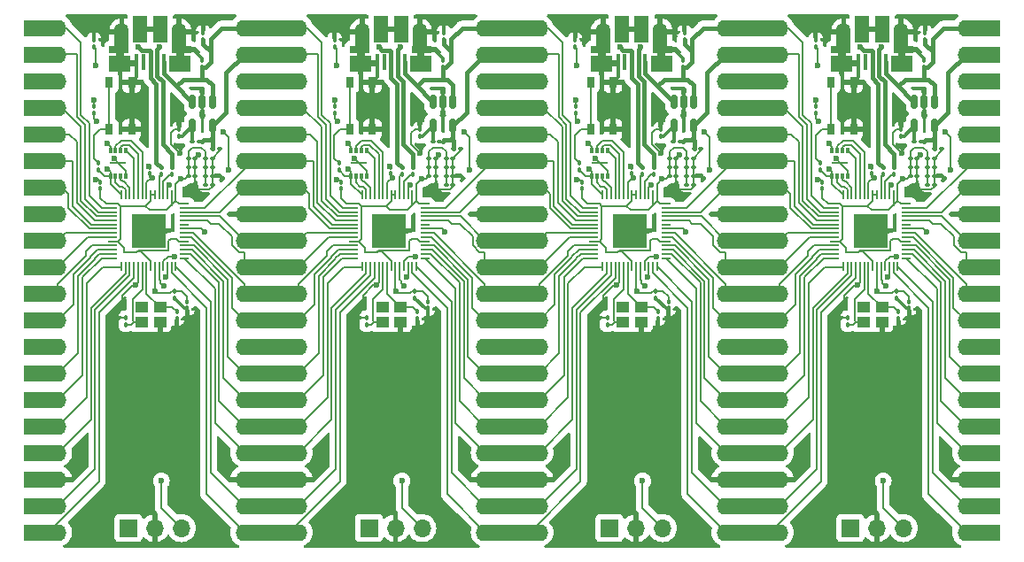
<source format=gbr>
%TF.GenerationSoftware,KiCad,Pcbnew,7.0.6*%
%TF.CreationDate,2023-08-25T07:23:26+07:00*%
%TF.ProjectId,Pico2040-Modular-Rev2-MP,5069636f-3230-4343-902d-4d6f64756c61,rev?*%
%TF.SameCoordinates,Original*%
%TF.FileFunction,Copper,L1,Top*%
%TF.FilePolarity,Positive*%
%FSLAX46Y46*%
G04 Gerber Fmt 4.6, Leading zero omitted, Abs format (unit mm)*
G04 Created by KiCad (PCBNEW 7.0.6) date 2023-08-25 07:23:26*
%MOMM*%
%LPD*%
G01*
G04 APERTURE LIST*
G04 Aperture macros list*
%AMRoundRect*
0 Rectangle with rounded corners*
0 $1 Rounding radius*
0 $2 $3 $4 $5 $6 $7 $8 $9 X,Y pos of 4 corners*
0 Add a 4 corners polygon primitive as box body*
4,1,4,$2,$3,$4,$5,$6,$7,$8,$9,$2,$3,0*
0 Add four circle primitives for the rounded corners*
1,1,$1+$1,$2,$3*
1,1,$1+$1,$4,$5*
1,1,$1+$1,$6,$7*
1,1,$1+$1,$8,$9*
0 Add four rect primitives between the rounded corners*
20,1,$1+$1,$2,$3,$4,$5,0*
20,1,$1+$1,$4,$5,$6,$7,0*
20,1,$1+$1,$6,$7,$8,$9,0*
20,1,$1+$1,$8,$9,$2,$3,0*%
G04 Aperture macros list end*
%TA.AperFunction,ComponentPad*%
%ADD10R,3.200000X1.600000*%
%TD*%
%TA.AperFunction,ComponentPad*%
%ADD11O,1.700000X1.600000*%
%TD*%
%TA.AperFunction,SMDPad,CuDef*%
%ADD12RoundRect,0.100000X-0.130000X-0.100000X0.130000X-0.100000X0.130000X0.100000X-0.130000X0.100000X0*%
%TD*%
%TA.AperFunction,SMDPad,CuDef*%
%ADD13RoundRect,0.100000X-0.100000X0.130000X-0.100000X-0.130000X0.100000X-0.130000X0.100000X0.130000X0*%
%TD*%
%TA.AperFunction,SMDPad,CuDef*%
%ADD14RoundRect,0.100000X0.100000X-0.130000X0.100000X0.130000X-0.100000X0.130000X-0.100000X-0.130000X0*%
%TD*%
%TA.AperFunction,SMDPad,CuDef*%
%ADD15RoundRect,0.050000X-0.387500X-0.050000X0.387500X-0.050000X0.387500X0.050000X-0.387500X0.050000X0*%
%TD*%
%TA.AperFunction,SMDPad,CuDef*%
%ADD16RoundRect,0.050000X-0.050000X-0.387500X0.050000X-0.387500X0.050000X0.387500X-0.050000X0.387500X0*%
%TD*%
%TA.AperFunction,SMDPad,CuDef*%
%ADD17R,3.200000X3.200000*%
%TD*%
%TA.AperFunction,ComponentPad*%
%ADD18R,1.700000X1.700000*%
%TD*%
%TA.AperFunction,ComponentPad*%
%ADD19O,1.700000X1.700000*%
%TD*%
%TA.AperFunction,SMDPad,CuDef*%
%ADD20R,1.150000X1.000000*%
%TD*%
%TA.AperFunction,SMDPad,CuDef*%
%ADD21RoundRect,0.014000X0.161000X-0.231000X0.161000X0.231000X-0.161000X0.231000X-0.161000X-0.231000X0*%
%TD*%
%TA.AperFunction,SMDPad,CuDef*%
%ADD22R,1.600000X0.200000*%
%TD*%
%TA.AperFunction,SMDPad,CuDef*%
%ADD23RoundRect,0.150000X-0.150000X0.512500X-0.150000X-0.512500X0.150000X-0.512500X0.150000X0.512500X0*%
%TD*%
%TA.AperFunction,SMDPad,CuDef*%
%ADD24R,0.400000X1.650000*%
%TD*%
%TA.AperFunction,SMDPad,CuDef*%
%ADD25R,1.825000X0.700000*%
%TD*%
%TA.AperFunction,SMDPad,CuDef*%
%ADD26R,2.000000X1.500000*%
%TD*%
%TA.AperFunction,SMDPad,CuDef*%
%ADD27R,1.350000X2.000000*%
%TD*%
%TA.AperFunction,ComponentPad*%
%ADD28O,1.350000X1.700000*%
%TD*%
%TA.AperFunction,ComponentPad*%
%ADD29O,1.100000X1.500000*%
%TD*%
%TA.AperFunction,SMDPad,CuDef*%
%ADD30R,1.430000X2.500000*%
%TD*%
%TA.AperFunction,SMDPad,CuDef*%
%ADD31R,0.750000X1.000000*%
%TD*%
%TA.AperFunction,ViaPad*%
%ADD32C,0.600000*%
%TD*%
%TA.AperFunction,Conductor*%
%ADD33C,0.400000*%
%TD*%
%TA.AperFunction,Conductor*%
%ADD34C,0.300000*%
%TD*%
%TA.AperFunction,Conductor*%
%ADD35C,0.200000*%
%TD*%
G04 APERTURE END LIST*
D10*
%TO.P,J3,1,Pin_1*%
%TO.N,Board_1-VBUS*%
X104010000Y-28300000D03*
D11*
X102400000Y-28300000D03*
D10*
%TO.P,J3,2,Pin_2*%
%TO.N,Board_1-+3.3V*%
X104010000Y-30840000D03*
D11*
X102400000Y-30840000D03*
D10*
%TO.P,J3,3,Pin_3*%
%TO.N,Board_1-GND*%
X104010000Y-33380000D03*
D11*
X102400000Y-33380000D03*
D10*
%TO.P,J3,4,Pin_4*%
%TO.N,Board_1-+1V1*%
X104010000Y-35920000D03*
D11*
X102400000Y-35920000D03*
D10*
%TO.P,J3,5,Pin_5*%
%TO.N,Board_1-/RESET*%
X104010000Y-38460000D03*
D11*
X102400000Y-38460000D03*
D10*
%TO.P,J3,6,Pin_6*%
%TO.N,Board_1-/P29*%
X104010000Y-41000000D03*
D11*
X102400000Y-41000000D03*
D10*
%TO.P,J3,7,Pin_7*%
%TO.N,Board_1-/P28*%
X104010000Y-43540000D03*
D11*
X102400000Y-43540000D03*
D10*
%TO.P,J3,8,Pin_8*%
%TO.N,Board_1-GND*%
X104010000Y-46080000D03*
D11*
X102400000Y-46080000D03*
D10*
%TO.P,J3,9,Pin_9*%
%TO.N,Board_1-/P27*%
X104010000Y-48620000D03*
D11*
X102400000Y-48620000D03*
D10*
%TO.P,J3,10,Pin_10*%
%TO.N,Board_1-/P26*%
X104010000Y-51160000D03*
D11*
X102400000Y-51160000D03*
D10*
%TO.P,J3,11,Pin_11*%
%TO.N,Board_1-/P23*%
X104010000Y-53700000D03*
D11*
X102400000Y-53700000D03*
D10*
%TO.P,J3,12,Pin_12*%
%TO.N,Board_1-/P22*%
X104010000Y-56240000D03*
D11*
X102400000Y-56240000D03*
D10*
%TO.P,J3,13,Pin_13*%
%TO.N,Board_1-GND*%
X104010000Y-58780000D03*
D11*
X102400000Y-58780000D03*
D10*
%TO.P,J3,14,Pin_14*%
%TO.N,Board_1-/P21*%
X104010000Y-61320000D03*
D11*
X102400000Y-61320000D03*
D10*
%TO.P,J3,15,Pin_15*%
%TO.N,Board_1-/P20*%
X104010000Y-63860000D03*
D11*
X102400000Y-63860000D03*
D10*
%TO.P,J3,16,Pin_16*%
%TO.N,Board_1-/P19*%
X104010000Y-66400000D03*
D11*
X102400000Y-66400000D03*
D10*
%TO.P,J3,17,Pin_17*%
%TO.N,Board_1-/P18*%
X104010000Y-68940000D03*
D11*
X102400000Y-68940000D03*
D10*
%TO.P,J3,18,Pin_18*%
%TO.N,Board_1-GND*%
X104010000Y-71480000D03*
D11*
X102400000Y-71480000D03*
D10*
%TO.P,J3,19,Pin_19*%
%TO.N,Board_1-/P17*%
X104010000Y-74020000D03*
D11*
X102400000Y-74020000D03*
D10*
%TO.P,J3,20,Pin_20*%
%TO.N,Board_1-/P16*%
X104010000Y-76560000D03*
D11*
X102400000Y-76560000D03*
%TD*%
D10*
%TO.P,J3,1,Pin_1*%
%TO.N,Board_0-VBUS*%
X81010000Y-28300000D03*
D11*
X79400000Y-28300000D03*
D10*
%TO.P,J3,2,Pin_2*%
%TO.N,Board_0-+3.3V*%
X81010000Y-30840000D03*
D11*
X79400000Y-30840000D03*
D10*
%TO.P,J3,3,Pin_3*%
%TO.N,Board_0-GND*%
X81010000Y-33380000D03*
D11*
X79400000Y-33380000D03*
D10*
%TO.P,J3,4,Pin_4*%
%TO.N,Board_0-+1V1*%
X81010000Y-35920000D03*
D11*
X79400000Y-35920000D03*
D10*
%TO.P,J3,5,Pin_5*%
%TO.N,Board_0-/RESET*%
X81010000Y-38460000D03*
D11*
X79400000Y-38460000D03*
D10*
%TO.P,J3,6,Pin_6*%
%TO.N,Board_0-/P29*%
X81010000Y-41000000D03*
D11*
X79400000Y-41000000D03*
D10*
%TO.P,J3,7,Pin_7*%
%TO.N,Board_0-/P28*%
X81010000Y-43540000D03*
D11*
X79400000Y-43540000D03*
D10*
%TO.P,J3,8,Pin_8*%
%TO.N,Board_0-GND*%
X81010000Y-46080000D03*
D11*
X79400000Y-46080000D03*
D10*
%TO.P,J3,9,Pin_9*%
%TO.N,Board_0-/P27*%
X81010000Y-48620000D03*
D11*
X79400000Y-48620000D03*
D10*
%TO.P,J3,10,Pin_10*%
%TO.N,Board_0-/P26*%
X81010000Y-51160000D03*
D11*
X79400000Y-51160000D03*
D10*
%TO.P,J3,11,Pin_11*%
%TO.N,Board_0-/P23*%
X81010000Y-53700000D03*
D11*
X79400000Y-53700000D03*
D10*
%TO.P,J3,12,Pin_12*%
%TO.N,Board_0-/P22*%
X81010000Y-56240000D03*
D11*
X79400000Y-56240000D03*
D10*
%TO.P,J3,13,Pin_13*%
%TO.N,Board_0-GND*%
X81010000Y-58780000D03*
D11*
X79400000Y-58780000D03*
D10*
%TO.P,J3,14,Pin_14*%
%TO.N,Board_0-/P21*%
X81010000Y-61320000D03*
D11*
X79400000Y-61320000D03*
D10*
%TO.P,J3,15,Pin_15*%
%TO.N,Board_0-/P20*%
X81010000Y-63860000D03*
D11*
X79400000Y-63860000D03*
D10*
%TO.P,J3,16,Pin_16*%
%TO.N,Board_0-/P19*%
X81010000Y-66400000D03*
D11*
X79400000Y-66400000D03*
D10*
%TO.P,J3,17,Pin_17*%
%TO.N,Board_0-/P18*%
X81010000Y-68940000D03*
D11*
X79400000Y-68940000D03*
D10*
%TO.P,J3,18,Pin_18*%
%TO.N,Board_0-GND*%
X81010000Y-71480000D03*
D11*
X79400000Y-71480000D03*
D10*
%TO.P,J3,19,Pin_19*%
%TO.N,Board_0-/P17*%
X81010000Y-74020000D03*
D11*
X79400000Y-74020000D03*
D10*
%TO.P,J3,20,Pin_20*%
%TO.N,Board_0-/P16*%
X81010000Y-76560000D03*
D11*
X79400000Y-76560000D03*
%TD*%
D10*
%TO.P,J3,1,Pin_1*%
%TO.N,Board_2-VBUS*%
X127010000Y-28300000D03*
D11*
X125400000Y-28300000D03*
D10*
%TO.P,J3,2,Pin_2*%
%TO.N,Board_2-+3.3V*%
X127010000Y-30840000D03*
D11*
X125400000Y-30840000D03*
D10*
%TO.P,J3,3,Pin_3*%
%TO.N,Board_2-GND*%
X127010000Y-33380000D03*
D11*
X125400000Y-33380000D03*
D10*
%TO.P,J3,4,Pin_4*%
%TO.N,Board_2-+1V1*%
X127010000Y-35920000D03*
D11*
X125400000Y-35920000D03*
D10*
%TO.P,J3,5,Pin_5*%
%TO.N,Board_2-/RESET*%
X127010000Y-38460000D03*
D11*
X125400000Y-38460000D03*
D10*
%TO.P,J3,6,Pin_6*%
%TO.N,Board_2-/P29*%
X127010000Y-41000000D03*
D11*
X125400000Y-41000000D03*
D10*
%TO.P,J3,7,Pin_7*%
%TO.N,Board_2-/P28*%
X127010000Y-43540000D03*
D11*
X125400000Y-43540000D03*
D10*
%TO.P,J3,8,Pin_8*%
%TO.N,Board_2-GND*%
X127010000Y-46080000D03*
D11*
X125400000Y-46080000D03*
D10*
%TO.P,J3,9,Pin_9*%
%TO.N,Board_2-/P27*%
X127010000Y-48620000D03*
D11*
X125400000Y-48620000D03*
D10*
%TO.P,J3,10,Pin_10*%
%TO.N,Board_2-/P26*%
X127010000Y-51160000D03*
D11*
X125400000Y-51160000D03*
D10*
%TO.P,J3,11,Pin_11*%
%TO.N,Board_2-/P23*%
X127010000Y-53700000D03*
D11*
X125400000Y-53700000D03*
D10*
%TO.P,J3,12,Pin_12*%
%TO.N,Board_2-/P22*%
X127010000Y-56240000D03*
D11*
X125400000Y-56240000D03*
D10*
%TO.P,J3,13,Pin_13*%
%TO.N,Board_2-GND*%
X127010000Y-58780000D03*
D11*
X125400000Y-58780000D03*
D10*
%TO.P,J3,14,Pin_14*%
%TO.N,Board_2-/P21*%
X127010000Y-61320000D03*
D11*
X125400000Y-61320000D03*
D10*
%TO.P,J3,15,Pin_15*%
%TO.N,Board_2-/P20*%
X127010000Y-63860000D03*
D11*
X125400000Y-63860000D03*
D10*
%TO.P,J3,16,Pin_16*%
%TO.N,Board_2-/P19*%
X127010000Y-66400000D03*
D11*
X125400000Y-66400000D03*
D10*
%TO.P,J3,17,Pin_17*%
%TO.N,Board_2-/P18*%
X127010000Y-68940000D03*
D11*
X125400000Y-68940000D03*
D10*
%TO.P,J3,18,Pin_18*%
%TO.N,Board_2-GND*%
X127010000Y-71480000D03*
D11*
X125400000Y-71480000D03*
D10*
%TO.P,J3,19,Pin_19*%
%TO.N,Board_2-/P17*%
X127010000Y-74020000D03*
D11*
X125400000Y-74020000D03*
D10*
%TO.P,J3,20,Pin_20*%
%TO.N,Board_2-/P16*%
X127010000Y-76560000D03*
D11*
X125400000Y-76560000D03*
%TD*%
D10*
%TO.P,J3,1,Pin_1*%
%TO.N,Board_3-VBUS*%
X150010000Y-28300000D03*
D11*
X148400000Y-28300000D03*
D10*
%TO.P,J3,2,Pin_2*%
%TO.N,Board_3-+3.3V*%
X150010000Y-30840000D03*
D11*
X148400000Y-30840000D03*
D10*
%TO.P,J3,3,Pin_3*%
%TO.N,Board_3-GND*%
X150010000Y-33380000D03*
D11*
X148400000Y-33380000D03*
D10*
%TO.P,J3,4,Pin_4*%
%TO.N,Board_3-+1V1*%
X150010000Y-35920000D03*
D11*
X148400000Y-35920000D03*
D10*
%TO.P,J3,5,Pin_5*%
%TO.N,Board_3-/RESET*%
X150010000Y-38460000D03*
D11*
X148400000Y-38460000D03*
D10*
%TO.P,J3,6,Pin_6*%
%TO.N,Board_3-/P29*%
X150010000Y-41000000D03*
D11*
X148400000Y-41000000D03*
D10*
%TO.P,J3,7,Pin_7*%
%TO.N,Board_3-/P28*%
X150010000Y-43540000D03*
D11*
X148400000Y-43540000D03*
D10*
%TO.P,J3,8,Pin_8*%
%TO.N,Board_3-GND*%
X150010000Y-46080000D03*
D11*
X148400000Y-46080000D03*
D10*
%TO.P,J3,9,Pin_9*%
%TO.N,Board_3-/P27*%
X150010000Y-48620000D03*
D11*
X148400000Y-48620000D03*
D10*
%TO.P,J3,10,Pin_10*%
%TO.N,Board_3-/P26*%
X150010000Y-51160000D03*
D11*
X148400000Y-51160000D03*
D10*
%TO.P,J3,11,Pin_11*%
%TO.N,Board_3-/P23*%
X150010000Y-53700000D03*
D11*
X148400000Y-53700000D03*
D10*
%TO.P,J3,12,Pin_12*%
%TO.N,Board_3-/P22*%
X150010000Y-56240000D03*
D11*
X148400000Y-56240000D03*
D10*
%TO.P,J3,13,Pin_13*%
%TO.N,Board_3-GND*%
X150010000Y-58780000D03*
D11*
X148400000Y-58780000D03*
D10*
%TO.P,J3,14,Pin_14*%
%TO.N,Board_3-/P21*%
X150010000Y-61320000D03*
D11*
X148400000Y-61320000D03*
D10*
%TO.P,J3,15,Pin_15*%
%TO.N,Board_3-/P20*%
X150010000Y-63860000D03*
D11*
X148400000Y-63860000D03*
D10*
%TO.P,J3,16,Pin_16*%
%TO.N,Board_3-/P19*%
X150010000Y-66400000D03*
D11*
X148400000Y-66400000D03*
D10*
%TO.P,J3,17,Pin_17*%
%TO.N,Board_3-/P18*%
X150010000Y-68940000D03*
D11*
X148400000Y-68940000D03*
D10*
%TO.P,J3,18,Pin_18*%
%TO.N,Board_3-GND*%
X150010000Y-71480000D03*
D11*
X148400000Y-71480000D03*
D10*
%TO.P,J3,19,Pin_19*%
%TO.N,Board_3-/P17*%
X150010000Y-74020000D03*
D11*
X148400000Y-74020000D03*
D10*
%TO.P,J3,20,Pin_20*%
%TO.N,Board_3-/P16*%
X150010000Y-76560000D03*
D11*
X148400000Y-76560000D03*
%TD*%
D12*
%TO.P,C7,1*%
%TO.N,Board_2-+3.3V*%
X120060000Y-42450000D03*
%TO.P,C7,2*%
%TO.N,Board_2-GND*%
X120700000Y-42450000D03*
%TD*%
%TO.P,C13,1*%
%TO.N,Board_0-+3.3V*%
X76410000Y-39850000D03*
%TO.P,C13,2*%
%TO.N,Board_0-GND*%
X77050000Y-39850000D03*
%TD*%
D13*
%TO.P,C2,1*%
%TO.N,Board_2-+1V1*%
X118700000Y-53475000D03*
%TO.P,C2,2*%
%TO.N,Board_2-GND*%
X118700000Y-54115000D03*
%TD*%
D12*
%TO.P,C11,1*%
%TO.N,Board_2-+3.3V*%
X121715000Y-43300000D03*
%TO.P,C11,2*%
%TO.N,Board_2-GND*%
X122355000Y-43300000D03*
%TD*%
%TO.P,R3,1*%
%TO.N,Board_0-Net-(U2-SENSE{slash}ADJ)*%
X74440000Y-39150000D03*
%TO.P,R3,2*%
%TO.N,Board_0-+3.3V*%
X75080000Y-39150000D03*
%TD*%
D14*
%TO.P,C4,1*%
%TO.N,Board_0-+3.3V*%
X65650000Y-43665000D03*
%TO.P,C4,2*%
%TO.N,Board_0-GND*%
X65650000Y-43025000D03*
%TD*%
D12*
%TO.P,C8,1*%
%TO.N,Board_2-+3.3V*%
X121710000Y-40750000D03*
%TO.P,C8,2*%
%TO.N,Board_2-GND*%
X122350000Y-40750000D03*
%TD*%
%TO.P,C10,1*%
%TO.N,Board_2-+3.3V*%
X121710000Y-42450000D03*
%TO.P,C10,2*%
%TO.N,Board_2-GND*%
X122350000Y-42450000D03*
%TD*%
D13*
%TO.P,D2,1,K*%
%TO.N,Board_1-GND*%
X88025000Y-29422500D03*
%TO.P,D2,2,A*%
%TO.N,Board_1-/USER_LED*%
X88025000Y-30062500D03*
%TD*%
D14*
%TO.P,C12,1*%
%TO.N,Board_3-VBUS*%
X144375000Y-32050000D03*
%TO.P,C12,2*%
%TO.N,Board_3-GND*%
X144375000Y-31410000D03*
%TD*%
D13*
%TO.P,R1,1*%
%TO.N,Board_2-/DP*%
X117475000Y-41630000D03*
%TO.P,R1,2*%
%TO.N,Board_2-Net-(U1-USB_DP)*%
X117475000Y-42270000D03*
%TD*%
%TO.P,R2,1*%
%TO.N,Board_2-/DM*%
X118525000Y-41635000D03*
%TO.P,R2,2*%
%TO.N,Board_2-Net-(U1-USB_DM)*%
X118525000Y-42275000D03*
%TD*%
D15*
%TO.P,U1,1,IOVDD*%
%TO.N,Board_0-+3.3V*%
X66825000Y-45100000D03*
%TO.P,U1,2,GPIO0*%
%TO.N,Board_0-/P0*%
X66825000Y-45500000D03*
%TO.P,U1,3,GPIO1*%
%TO.N,Board_0-/P1*%
X66825000Y-45900000D03*
%TO.P,U1,4,GPIO2*%
%TO.N,Board_0-/P2*%
X66825000Y-46300000D03*
%TO.P,U1,5,GPIO3*%
%TO.N,Board_0-/P3*%
X66825000Y-46700000D03*
%TO.P,U1,6,GPIO4*%
%TO.N,Board_0-/P4*%
X66825000Y-47100000D03*
%TO.P,U1,7,GPIO5*%
%TO.N,Board_0-/P5*%
X66825000Y-47500000D03*
%TO.P,U1,8,GPIO6*%
%TO.N,Board_0-/P6*%
X66825000Y-47900000D03*
%TO.P,U1,9,GPIO7*%
%TO.N,Board_0-/P7*%
X66825000Y-48300000D03*
%TO.P,U1,10,IOVDD*%
%TO.N,Board_0-+3.3V*%
X66825000Y-48700000D03*
%TO.P,U1,11,GPIO8*%
%TO.N,Board_0-/P8*%
X66825000Y-49100000D03*
%TO.P,U1,12,GPIO9*%
%TO.N,Board_0-/P9*%
X66825000Y-49500000D03*
%TO.P,U1,13,GPIO10*%
%TO.N,Board_0-/P10*%
X66825000Y-49900000D03*
%TO.P,U1,14,GPIO11*%
%TO.N,Board_0-/P11*%
X66825000Y-50300000D03*
D16*
%TO.P,U1,15,GPIO12*%
%TO.N,Board_0-/P12*%
X67662500Y-51137500D03*
%TO.P,U1,16,GPIO13*%
%TO.N,Board_0-/P13*%
X68062500Y-51137500D03*
%TO.P,U1,17,GPIO14*%
%TO.N,Board_0-/P14*%
X68462500Y-51137500D03*
%TO.P,U1,18,GPIO15*%
%TO.N,Board_0-/P15*%
X68862500Y-51137500D03*
%TO.P,U1,19,TESTEN*%
%TO.N,Board_0-GND*%
X69262500Y-51137500D03*
%TO.P,U1,20,XIN*%
%TO.N,Board_0-/CLKIN*%
X69662500Y-51137500D03*
%TO.P,U1,21,XOUT*%
%TO.N,Board_0-/CLKOUT*%
X70062500Y-51137500D03*
%TO.P,U1,22,IOVDD*%
%TO.N,Board_0-+3.3V*%
X70462500Y-51137500D03*
%TO.P,U1,23,DVDD*%
%TO.N,Board_0-+1V1*%
X70862500Y-51137500D03*
%TO.P,U1,24,SWCLK*%
%TO.N,Board_0-/SWCLK*%
X71262500Y-51137500D03*
%TO.P,U1,25,SWD*%
%TO.N,Board_0-/SWDIO*%
X71662500Y-51137500D03*
%TO.P,U1,26,RUN*%
%TO.N,Board_0-/RESET*%
X72062500Y-51137500D03*
%TO.P,U1,27,GPIO16*%
%TO.N,Board_0-/P16*%
X72462500Y-51137500D03*
%TO.P,U1,28,GPIO17*%
%TO.N,Board_0-/P17*%
X72862500Y-51137500D03*
D15*
%TO.P,U1,29,GPIO18*%
%TO.N,Board_0-/P18*%
X73700000Y-50300000D03*
%TO.P,U1,30,GPIO19*%
%TO.N,Board_0-/P19*%
X73700000Y-49900000D03*
%TO.P,U1,31,GPIO20*%
%TO.N,Board_0-/P20*%
X73700000Y-49500000D03*
%TO.P,U1,32,GPIO21*%
%TO.N,Board_0-/P21*%
X73700000Y-49100000D03*
%TO.P,U1,33,IOVDD*%
%TO.N,Board_0-+3.3V*%
X73700000Y-48700000D03*
%TO.P,U1,34,GPIO22*%
%TO.N,Board_0-/P22*%
X73700000Y-48300000D03*
%TO.P,U1,35,GPIO23*%
%TO.N,Board_0-/P23*%
X73700000Y-47900000D03*
%TO.P,U1,36,GPIO24*%
%TO.N,Board_0-/USER_LED*%
X73700000Y-47500000D03*
%TO.P,U1,37,GPIO25*%
%TO.N,Board_0-unconnected-(U1-GPIO25-Pad37)*%
X73700000Y-47100000D03*
%TO.P,U1,38,GPIO26_ADC0*%
%TO.N,Board_0-/P26*%
X73700000Y-46700000D03*
%TO.P,U1,39,GPIO27_ADC1*%
%TO.N,Board_0-/P27*%
X73700000Y-46300000D03*
%TO.P,U1,40,GPIO28_ADC2*%
%TO.N,Board_0-/P28*%
X73700000Y-45900000D03*
%TO.P,U1,41,GPIO29_ADC3*%
%TO.N,Board_0-/P29*%
X73700000Y-45500000D03*
%TO.P,U1,42,IOVDD*%
%TO.N,Board_0-+3.3V*%
X73700000Y-45100000D03*
D16*
%TO.P,U1,43,ADC_AVDD*%
X72862500Y-44262500D03*
%TO.P,U1,44,VREG_IN*%
X72462500Y-44262500D03*
%TO.P,U1,45,VREG_VOUT*%
%TO.N,Board_0-+1V1*%
X72062500Y-44262500D03*
%TO.P,U1,46,USB_DM*%
%TO.N,Board_0-Net-(U1-USB_DM)*%
X71662500Y-44262500D03*
%TO.P,U1,47,USB_DP*%
%TO.N,Board_0-Net-(U1-USB_DP)*%
X71262500Y-44262500D03*
%TO.P,U1,48,USB_VDD*%
%TO.N,Board_0-+3.3V*%
X70862500Y-44262500D03*
%TO.P,U1,49,IOVDD*%
X70462500Y-44262500D03*
%TO.P,U1,50,DVDD*%
%TO.N,Board_0-+1V1*%
X70062500Y-44262500D03*
%TO.P,U1,51,QSPI_SD3*%
%TO.N,Board_0-/FLASH_SD3*%
X69662500Y-44262500D03*
%TO.P,U1,52,QSPI_SCLK*%
%TO.N,Board_0-/FLASH_CLOCK*%
X69262500Y-44262500D03*
%TO.P,U1,53,QSPI_SD0*%
%TO.N,Board_0-/FLASH_SD0*%
X68862500Y-44262500D03*
%TO.P,U1,54,QSPI_SD2*%
%TO.N,Board_0-/FLASH_SD2*%
X68462500Y-44262500D03*
%TO.P,U1,55,QSPI_SD1*%
%TO.N,Board_0-/FLASH_SD1*%
X68062500Y-44262500D03*
%TO.P,U1,56,QSPI_SS*%
%TO.N,Board_0-/FLASH_SS*%
X67662500Y-44262500D03*
D17*
%TO.P,U1,57,GND*%
%TO.N,Board_0-GND*%
X70262500Y-47700000D03*
%TD*%
D12*
%TO.P,C9,1*%
%TO.N,Board_1-+3.3V*%
X98710000Y-41600000D03*
%TO.P,C9,2*%
%TO.N,Board_1-GND*%
X99350000Y-41600000D03*
%TD*%
D13*
%TO.P,R6,1*%
%TO.N,Board_2-Net-(R6-Pad1)*%
X111450000Y-41230000D03*
%TO.P,R6,2*%
%TO.N,Board_2-/FLASH_SS*%
X111450000Y-41870000D03*
%TD*%
D14*
%TO.P,C15,1*%
%TO.N,Board_2-/CLKIN*%
X114100000Y-56665000D03*
%TO.P,C15,2*%
%TO.N,Board_2-GND*%
X114100000Y-56025000D03*
%TD*%
D13*
%TO.P,R1,1*%
%TO.N,Board_0-/DP*%
X71475000Y-41630000D03*
%TO.P,R1,2*%
%TO.N,Board_0-Net-(U1-USB_DP)*%
X71475000Y-42270000D03*
%TD*%
D12*
%TO.P,C13,1*%
%TO.N,Board_1-+3.3V*%
X99410000Y-39850000D03*
%TO.P,C13,2*%
%TO.N,Board_1-GND*%
X100050000Y-39850000D03*
%TD*%
D14*
%TO.P,C1,1*%
%TO.N,Board_2-+1V1*%
X116400000Y-42240000D03*
%TO.P,C1,2*%
%TO.N,Board_2-GND*%
X116400000Y-41600000D03*
%TD*%
D13*
%TO.P,D2,1,K*%
%TO.N,Board_3-GND*%
X134025000Y-29422500D03*
%TO.P,D2,2,A*%
%TO.N,Board_3-/USER_LED*%
X134025000Y-30062500D03*
%TD*%
D18*
%TO.P,J4,1,Pin_1*%
%TO.N,Board_3-/SWDIO*%
X137325000Y-76125000D03*
D19*
%TO.P,J4,2,Pin_2*%
%TO.N,Board_3-GND*%
X139865000Y-76125000D03*
%TO.P,J4,3,Pin_3*%
%TO.N,Board_3-/SWCLK*%
X142405000Y-76125000D03*
%TD*%
D13*
%TO.P,C14,1*%
%TO.N,Board_2-/CLKOUT*%
X118950000Y-55430000D03*
%TO.P,C14,2*%
%TO.N,Board_2-GND*%
X118950000Y-56070000D03*
%TD*%
D14*
%TO.P,R4,1*%
%TO.N,Board_3-Net-(U2-SENSE{slash}ADJ)*%
X142200000Y-38625000D03*
%TO.P,R4,2*%
%TO.N,Board_3-GND*%
X142200000Y-37985000D03*
%TD*%
D12*
%TO.P,C5,1*%
%TO.N,Board_3-+3.3V*%
X143060000Y-40775000D03*
%TO.P,C5,2*%
%TO.N,Board_3-GND*%
X143700000Y-40775000D03*
%TD*%
D13*
%TO.P,R1,1*%
%TO.N,Board_3-/DP*%
X140475000Y-41630000D03*
%TO.P,R1,2*%
%TO.N,Board_3-Net-(U1-USB_DP)*%
X140475000Y-42270000D03*
%TD*%
D12*
%TO.P,R3,1*%
%TO.N,Board_3-Net-(U2-SENSE{slash}ADJ)*%
X143440000Y-39150000D03*
%TO.P,R3,2*%
%TO.N,Board_3-+3.3V*%
X144080000Y-39150000D03*
%TD*%
%TO.P,C6,1*%
%TO.N,Board_0-+3.3V*%
X74060000Y-41600000D03*
%TO.P,C6,2*%
%TO.N,Board_0-GND*%
X74700000Y-41600000D03*
%TD*%
D15*
%TO.P,U1,1,IOVDD*%
%TO.N,Board_2-+3.3V*%
X112825000Y-45100000D03*
%TO.P,U1,2,GPIO0*%
%TO.N,Board_2-/P0*%
X112825000Y-45500000D03*
%TO.P,U1,3,GPIO1*%
%TO.N,Board_2-/P1*%
X112825000Y-45900000D03*
%TO.P,U1,4,GPIO2*%
%TO.N,Board_2-/P2*%
X112825000Y-46300000D03*
%TO.P,U1,5,GPIO3*%
%TO.N,Board_2-/P3*%
X112825000Y-46700000D03*
%TO.P,U1,6,GPIO4*%
%TO.N,Board_2-/P4*%
X112825000Y-47100000D03*
%TO.P,U1,7,GPIO5*%
%TO.N,Board_2-/P5*%
X112825000Y-47500000D03*
%TO.P,U1,8,GPIO6*%
%TO.N,Board_2-/P6*%
X112825000Y-47900000D03*
%TO.P,U1,9,GPIO7*%
%TO.N,Board_2-/P7*%
X112825000Y-48300000D03*
%TO.P,U1,10,IOVDD*%
%TO.N,Board_2-+3.3V*%
X112825000Y-48700000D03*
%TO.P,U1,11,GPIO8*%
%TO.N,Board_2-/P8*%
X112825000Y-49100000D03*
%TO.P,U1,12,GPIO9*%
%TO.N,Board_2-/P9*%
X112825000Y-49500000D03*
%TO.P,U1,13,GPIO10*%
%TO.N,Board_2-/P10*%
X112825000Y-49900000D03*
%TO.P,U1,14,GPIO11*%
%TO.N,Board_2-/P11*%
X112825000Y-50300000D03*
D16*
%TO.P,U1,15,GPIO12*%
%TO.N,Board_2-/P12*%
X113662500Y-51137500D03*
%TO.P,U1,16,GPIO13*%
%TO.N,Board_2-/P13*%
X114062500Y-51137500D03*
%TO.P,U1,17,GPIO14*%
%TO.N,Board_2-/P14*%
X114462500Y-51137500D03*
%TO.P,U1,18,GPIO15*%
%TO.N,Board_2-/P15*%
X114862500Y-51137500D03*
%TO.P,U1,19,TESTEN*%
%TO.N,Board_2-GND*%
X115262500Y-51137500D03*
%TO.P,U1,20,XIN*%
%TO.N,Board_2-/CLKIN*%
X115662500Y-51137500D03*
%TO.P,U1,21,XOUT*%
%TO.N,Board_2-/CLKOUT*%
X116062500Y-51137500D03*
%TO.P,U1,22,IOVDD*%
%TO.N,Board_2-+3.3V*%
X116462500Y-51137500D03*
%TO.P,U1,23,DVDD*%
%TO.N,Board_2-+1V1*%
X116862500Y-51137500D03*
%TO.P,U1,24,SWCLK*%
%TO.N,Board_2-/SWCLK*%
X117262500Y-51137500D03*
%TO.P,U1,25,SWD*%
%TO.N,Board_2-/SWDIO*%
X117662500Y-51137500D03*
%TO.P,U1,26,RUN*%
%TO.N,Board_2-/RESET*%
X118062500Y-51137500D03*
%TO.P,U1,27,GPIO16*%
%TO.N,Board_2-/P16*%
X118462500Y-51137500D03*
%TO.P,U1,28,GPIO17*%
%TO.N,Board_2-/P17*%
X118862500Y-51137500D03*
D15*
%TO.P,U1,29,GPIO18*%
%TO.N,Board_2-/P18*%
X119700000Y-50300000D03*
%TO.P,U1,30,GPIO19*%
%TO.N,Board_2-/P19*%
X119700000Y-49900000D03*
%TO.P,U1,31,GPIO20*%
%TO.N,Board_2-/P20*%
X119700000Y-49500000D03*
%TO.P,U1,32,GPIO21*%
%TO.N,Board_2-/P21*%
X119700000Y-49100000D03*
%TO.P,U1,33,IOVDD*%
%TO.N,Board_2-+3.3V*%
X119700000Y-48700000D03*
%TO.P,U1,34,GPIO22*%
%TO.N,Board_2-/P22*%
X119700000Y-48300000D03*
%TO.P,U1,35,GPIO23*%
%TO.N,Board_2-/P23*%
X119700000Y-47900000D03*
%TO.P,U1,36,GPIO24*%
%TO.N,Board_2-/USER_LED*%
X119700000Y-47500000D03*
%TO.P,U1,37,GPIO25*%
%TO.N,Board_2-unconnected-(U1-GPIO25-Pad37)*%
X119700000Y-47100000D03*
%TO.P,U1,38,GPIO26_ADC0*%
%TO.N,Board_2-/P26*%
X119700000Y-46700000D03*
%TO.P,U1,39,GPIO27_ADC1*%
%TO.N,Board_2-/P27*%
X119700000Y-46300000D03*
%TO.P,U1,40,GPIO28_ADC2*%
%TO.N,Board_2-/P28*%
X119700000Y-45900000D03*
%TO.P,U1,41,GPIO29_ADC3*%
%TO.N,Board_2-/P29*%
X119700000Y-45500000D03*
%TO.P,U1,42,IOVDD*%
%TO.N,Board_2-+3.3V*%
X119700000Y-45100000D03*
D16*
%TO.P,U1,43,ADC_AVDD*%
X118862500Y-44262500D03*
%TO.P,U1,44,VREG_IN*%
X118462500Y-44262500D03*
%TO.P,U1,45,VREG_VOUT*%
%TO.N,Board_2-+1V1*%
X118062500Y-44262500D03*
%TO.P,U1,46,USB_DM*%
%TO.N,Board_2-Net-(U1-USB_DM)*%
X117662500Y-44262500D03*
%TO.P,U1,47,USB_DP*%
%TO.N,Board_2-Net-(U1-USB_DP)*%
X117262500Y-44262500D03*
%TO.P,U1,48,USB_VDD*%
%TO.N,Board_2-+3.3V*%
X116862500Y-44262500D03*
%TO.P,U1,49,IOVDD*%
X116462500Y-44262500D03*
%TO.P,U1,50,DVDD*%
%TO.N,Board_2-+1V1*%
X116062500Y-44262500D03*
%TO.P,U1,51,QSPI_SD3*%
%TO.N,Board_2-/FLASH_SD3*%
X115662500Y-44262500D03*
%TO.P,U1,52,QSPI_SCLK*%
%TO.N,Board_2-/FLASH_CLOCK*%
X115262500Y-44262500D03*
%TO.P,U1,53,QSPI_SD0*%
%TO.N,Board_2-/FLASH_SD0*%
X114862500Y-44262500D03*
%TO.P,U1,54,QSPI_SD2*%
%TO.N,Board_2-/FLASH_SD2*%
X114462500Y-44262500D03*
%TO.P,U1,55,QSPI_SD1*%
%TO.N,Board_2-/FLASH_SD1*%
X114062500Y-44262500D03*
%TO.P,U1,56,QSPI_SS*%
%TO.N,Board_2-/FLASH_SS*%
X113662500Y-44262500D03*
D17*
%TO.P,U1,57,GND*%
%TO.N,Board_2-GND*%
X116262500Y-47700000D03*
%TD*%
D10*
%TO.P,J2,1,Pin_1*%
%TO.N,Board_0-/P0*%
X59990000Y-28300000D03*
D11*
X61600000Y-28300000D03*
D10*
%TO.P,J2,2,Pin_2*%
%TO.N,Board_0-/P1*%
X59990000Y-30840000D03*
D11*
X61600000Y-30840000D03*
D10*
%TO.P,J2,3,Pin_3*%
%TO.N,Board_0-GND*%
X59990000Y-33380000D03*
D11*
X61600000Y-33380000D03*
D10*
%TO.P,J2,4,Pin_4*%
%TO.N,Board_0-/P2*%
X59990000Y-35920000D03*
D11*
X61600000Y-35920000D03*
D10*
%TO.P,J2,5,Pin_5*%
%TO.N,Board_0-/P3*%
X59990000Y-38460000D03*
D11*
X61600000Y-38460000D03*
D10*
%TO.P,J2,6,Pin_6*%
%TO.N,Board_0-/P4*%
X59990000Y-41000000D03*
D11*
X61600000Y-41000000D03*
D10*
%TO.P,J2,7,Pin_7*%
%TO.N,Board_0-/P5*%
X59990000Y-43540000D03*
D11*
X61600000Y-43540000D03*
D10*
%TO.P,J2,8,Pin_8*%
%TO.N,Board_0-GND*%
X59990000Y-46080000D03*
D11*
X61600000Y-46080000D03*
D10*
%TO.P,J2,9,Pin_9*%
%TO.N,Board_0-/P6*%
X59990000Y-48620000D03*
D11*
X61600000Y-48620000D03*
D10*
%TO.P,J2,10,Pin_10*%
%TO.N,Board_0-/P7*%
X59990000Y-51160000D03*
D11*
X61600000Y-51160000D03*
D10*
%TO.P,J2,11,Pin_11*%
%TO.N,Board_0-/P8*%
X59990000Y-53700000D03*
D11*
X61600000Y-53700000D03*
D10*
%TO.P,J2,12,Pin_12*%
%TO.N,Board_0-/P9*%
X59990000Y-56240000D03*
D11*
X61600000Y-56240000D03*
D10*
%TO.P,J2,13,Pin_13*%
%TO.N,Board_0-GND*%
X59990000Y-58780000D03*
D11*
X61600000Y-58780000D03*
D10*
%TO.P,J2,14,Pin_14*%
%TO.N,Board_0-/P10*%
X59990000Y-61320000D03*
D11*
X61600000Y-61320000D03*
D10*
%TO.P,J2,15,Pin_15*%
%TO.N,Board_0-/P11*%
X59990000Y-63860000D03*
D11*
X61600000Y-63860000D03*
D10*
%TO.P,J2,16,Pin_16*%
%TO.N,Board_0-/P12*%
X59990000Y-66400000D03*
D11*
X61600000Y-66400000D03*
D10*
%TO.P,J2,17,Pin_17*%
%TO.N,Board_0-/P13*%
X59990000Y-68940000D03*
D11*
X61600000Y-68940000D03*
D10*
%TO.P,J2,18,Pin_18*%
%TO.N,Board_0-GND*%
X59990000Y-71480000D03*
D11*
X61600000Y-71480000D03*
D10*
%TO.P,J2,19,Pin_19*%
%TO.N,Board_0-/P14*%
X59990000Y-74020000D03*
D11*
X61600000Y-74020000D03*
D10*
%TO.P,J2,20,Pin_20*%
%TO.N,Board_0-/P15*%
X59990000Y-76560000D03*
D11*
X61600000Y-76560000D03*
%TD*%
D13*
%TO.P,C3,1*%
%TO.N,Board_0-+1V1*%
X73950000Y-54475000D03*
%TO.P,C3,2*%
%TO.N,Board_0-GND*%
X73950000Y-55115000D03*
%TD*%
D12*
%TO.P,C7,1*%
%TO.N,Board_0-+3.3V*%
X74060000Y-42450000D03*
%TO.P,C7,2*%
%TO.N,Board_0-GND*%
X74700000Y-42450000D03*
%TD*%
D14*
%TO.P,C4,1*%
%TO.N,Board_3-+3.3V*%
X134650000Y-43665000D03*
%TO.P,C4,2*%
%TO.N,Board_3-GND*%
X134650000Y-43025000D03*
%TD*%
D20*
%TO.P,Y1,1,1*%
%TO.N,Board_3-/CLKIN*%
X138600000Y-56400000D03*
%TO.P,Y1,2,2*%
%TO.N,Board_3-GND*%
X140350000Y-56400000D03*
%TO.P,Y1,3,3*%
%TO.N,Board_3-/CLKOUT*%
X140350000Y-55000000D03*
%TO.P,Y1,4,4*%
%TO.N,Board_3-GND*%
X138600000Y-55000000D03*
%TD*%
D18*
%TO.P,J4,1,Pin_1*%
%TO.N,Board_0-/SWDIO*%
X68325000Y-76125000D03*
D19*
%TO.P,J4,2,Pin_2*%
%TO.N,Board_0-GND*%
X70865000Y-76125000D03*
%TO.P,J4,3,Pin_3*%
%TO.N,Board_0-/SWCLK*%
X73405000Y-76125000D03*
%TD*%
D13*
%TO.P,R6,1*%
%TO.N,Board_3-Net-(R6-Pad1)*%
X134450000Y-41230000D03*
%TO.P,R6,2*%
%TO.N,Board_3-/FLASH_SS*%
X134450000Y-41870000D03*
%TD*%
%TO.P,R2,1*%
%TO.N,Board_3-/DM*%
X141525000Y-41635000D03*
%TO.P,R2,2*%
%TO.N,Board_3-Net-(U1-USB_DM)*%
X141525000Y-42275000D03*
%TD*%
D12*
%TO.P,C11,1*%
%TO.N,Board_0-+3.3V*%
X75715000Y-43300000D03*
%TO.P,C11,2*%
%TO.N,Board_0-GND*%
X76355000Y-43300000D03*
%TD*%
D13*
%TO.P,R2,1*%
%TO.N,Board_0-/DM*%
X72525000Y-41635000D03*
%TO.P,R2,2*%
%TO.N,Board_0-Net-(U1-USB_DM)*%
X72525000Y-42275000D03*
%TD*%
D14*
%TO.P,C12,1*%
%TO.N,Board_1-VBUS*%
X98375000Y-32050000D03*
%TO.P,C12,2*%
%TO.N,Board_1-GND*%
X98375000Y-31410000D03*
%TD*%
D21*
%TO.P,U3,1,CS#*%
%TO.N,Board_1-/FLASH_SS*%
X89600000Y-42450000D03*
%TO.P,U3,2,SO(IO1)*%
%TO.N,Board_1-/FLASH_SD1*%
X90100000Y-42450000D03*
%TO.P,U3,3,WP#(IO2)*%
%TO.N,Board_1-/FLASH_SD2*%
X90600000Y-42450000D03*
%TO.P,U3,4,VSS*%
%TO.N,Board_1-GND*%
X91100000Y-42450000D03*
%TO.P,U3,5,SI(IO0)*%
%TO.N,Board_1-/FLASH_SD0*%
X91100000Y-40010000D03*
%TO.P,U3,6,SCLK*%
%TO.N,Board_1-/FLASH_CLOCK*%
X90600000Y-40010000D03*
%TO.P,U3,7,HOLD#(IO3)*%
%TO.N,Board_1-/FLASH_SD3*%
X90100000Y-40010000D03*
%TO.P,U3,8,VCC*%
%TO.N,Board_1-+3.3V*%
X89600000Y-40010000D03*
D22*
%TO.P,U3,9,EP*%
%TO.N,Board_1-GND*%
X90350000Y-41230000D03*
%TD*%
D14*
%TO.P,C4,1*%
%TO.N,Board_2-+3.3V*%
X111650000Y-43665000D03*
%TO.P,C4,2*%
%TO.N,Board_2-GND*%
X111650000Y-43025000D03*
%TD*%
D12*
%TO.P,C13,1*%
%TO.N,Board_3-+3.3V*%
X145410000Y-39850000D03*
%TO.P,C13,2*%
%TO.N,Board_3-GND*%
X146050000Y-39850000D03*
%TD*%
D13*
%TO.P,C14,1*%
%TO.N,Board_1-/CLKOUT*%
X95950000Y-55430000D03*
%TO.P,C14,2*%
%TO.N,Board_1-GND*%
X95950000Y-56070000D03*
%TD*%
%TO.P,R2,1*%
%TO.N,Board_1-/DM*%
X95525000Y-41635000D03*
%TO.P,R2,2*%
%TO.N,Board_1-Net-(U1-USB_DM)*%
X95525000Y-42275000D03*
%TD*%
D12*
%TO.P,R3,1*%
%TO.N,Board_2-Net-(U2-SENSE{slash}ADJ)*%
X120440000Y-39150000D03*
%TO.P,R3,2*%
%TO.N,Board_2-+3.3V*%
X121080000Y-39150000D03*
%TD*%
%TO.P,C8,1*%
%TO.N,Board_1-+3.3V*%
X98710000Y-40750000D03*
%TO.P,C8,2*%
%TO.N,Board_1-GND*%
X99350000Y-40750000D03*
%TD*%
%TO.P,C9,1*%
%TO.N,Board_0-+3.3V*%
X75710000Y-41600000D03*
%TO.P,C9,2*%
%TO.N,Board_0-GND*%
X76350000Y-41600000D03*
%TD*%
D18*
%TO.P,J4,1,Pin_1*%
%TO.N,Board_2-/SWDIO*%
X114325000Y-76125000D03*
D19*
%TO.P,J4,2,Pin_2*%
%TO.N,Board_2-GND*%
X116865000Y-76125000D03*
%TO.P,J4,3,Pin_3*%
%TO.N,Board_2-/SWCLK*%
X119405000Y-76125000D03*
%TD*%
D12*
%TO.P,C13,1*%
%TO.N,Board_2-+3.3V*%
X122410000Y-39850000D03*
%TO.P,C13,2*%
%TO.N,Board_2-GND*%
X123050000Y-39850000D03*
%TD*%
D14*
%TO.P,C15,1*%
%TO.N,Board_0-/CLKIN*%
X68100000Y-56665000D03*
%TO.P,C15,2*%
%TO.N,Board_0-GND*%
X68100000Y-56025000D03*
%TD*%
%TO.P,C1,1*%
%TO.N,Board_1-+1V1*%
X93400000Y-42240000D03*
%TO.P,C1,2*%
%TO.N,Board_1-GND*%
X93400000Y-41600000D03*
%TD*%
D15*
%TO.P,U1,1,IOVDD*%
%TO.N,Board_3-+3.3V*%
X135825000Y-45100000D03*
%TO.P,U1,2,GPIO0*%
%TO.N,Board_3-/P0*%
X135825000Y-45500000D03*
%TO.P,U1,3,GPIO1*%
%TO.N,Board_3-/P1*%
X135825000Y-45900000D03*
%TO.P,U1,4,GPIO2*%
%TO.N,Board_3-/P2*%
X135825000Y-46300000D03*
%TO.P,U1,5,GPIO3*%
%TO.N,Board_3-/P3*%
X135825000Y-46700000D03*
%TO.P,U1,6,GPIO4*%
%TO.N,Board_3-/P4*%
X135825000Y-47100000D03*
%TO.P,U1,7,GPIO5*%
%TO.N,Board_3-/P5*%
X135825000Y-47500000D03*
%TO.P,U1,8,GPIO6*%
%TO.N,Board_3-/P6*%
X135825000Y-47900000D03*
%TO.P,U1,9,GPIO7*%
%TO.N,Board_3-/P7*%
X135825000Y-48300000D03*
%TO.P,U1,10,IOVDD*%
%TO.N,Board_3-+3.3V*%
X135825000Y-48700000D03*
%TO.P,U1,11,GPIO8*%
%TO.N,Board_3-/P8*%
X135825000Y-49100000D03*
%TO.P,U1,12,GPIO9*%
%TO.N,Board_3-/P9*%
X135825000Y-49500000D03*
%TO.P,U1,13,GPIO10*%
%TO.N,Board_3-/P10*%
X135825000Y-49900000D03*
%TO.P,U1,14,GPIO11*%
%TO.N,Board_3-/P11*%
X135825000Y-50300000D03*
D16*
%TO.P,U1,15,GPIO12*%
%TO.N,Board_3-/P12*%
X136662500Y-51137500D03*
%TO.P,U1,16,GPIO13*%
%TO.N,Board_3-/P13*%
X137062500Y-51137500D03*
%TO.P,U1,17,GPIO14*%
%TO.N,Board_3-/P14*%
X137462500Y-51137500D03*
%TO.P,U1,18,GPIO15*%
%TO.N,Board_3-/P15*%
X137862500Y-51137500D03*
%TO.P,U1,19,TESTEN*%
%TO.N,Board_3-GND*%
X138262500Y-51137500D03*
%TO.P,U1,20,XIN*%
%TO.N,Board_3-/CLKIN*%
X138662500Y-51137500D03*
%TO.P,U1,21,XOUT*%
%TO.N,Board_3-/CLKOUT*%
X139062500Y-51137500D03*
%TO.P,U1,22,IOVDD*%
%TO.N,Board_3-+3.3V*%
X139462500Y-51137500D03*
%TO.P,U1,23,DVDD*%
%TO.N,Board_3-+1V1*%
X139862500Y-51137500D03*
%TO.P,U1,24,SWCLK*%
%TO.N,Board_3-/SWCLK*%
X140262500Y-51137500D03*
%TO.P,U1,25,SWD*%
%TO.N,Board_3-/SWDIO*%
X140662500Y-51137500D03*
%TO.P,U1,26,RUN*%
%TO.N,Board_3-/RESET*%
X141062500Y-51137500D03*
%TO.P,U1,27,GPIO16*%
%TO.N,Board_3-/P16*%
X141462500Y-51137500D03*
%TO.P,U1,28,GPIO17*%
%TO.N,Board_3-/P17*%
X141862500Y-51137500D03*
D15*
%TO.P,U1,29,GPIO18*%
%TO.N,Board_3-/P18*%
X142700000Y-50300000D03*
%TO.P,U1,30,GPIO19*%
%TO.N,Board_3-/P19*%
X142700000Y-49900000D03*
%TO.P,U1,31,GPIO20*%
%TO.N,Board_3-/P20*%
X142700000Y-49500000D03*
%TO.P,U1,32,GPIO21*%
%TO.N,Board_3-/P21*%
X142700000Y-49100000D03*
%TO.P,U1,33,IOVDD*%
%TO.N,Board_3-+3.3V*%
X142700000Y-48700000D03*
%TO.P,U1,34,GPIO22*%
%TO.N,Board_3-/P22*%
X142700000Y-48300000D03*
%TO.P,U1,35,GPIO23*%
%TO.N,Board_3-/P23*%
X142700000Y-47900000D03*
%TO.P,U1,36,GPIO24*%
%TO.N,Board_3-/USER_LED*%
X142700000Y-47500000D03*
%TO.P,U1,37,GPIO25*%
%TO.N,Board_3-unconnected-(U1-GPIO25-Pad37)*%
X142700000Y-47100000D03*
%TO.P,U1,38,GPIO26_ADC0*%
%TO.N,Board_3-/P26*%
X142700000Y-46700000D03*
%TO.P,U1,39,GPIO27_ADC1*%
%TO.N,Board_3-/P27*%
X142700000Y-46300000D03*
%TO.P,U1,40,GPIO28_ADC2*%
%TO.N,Board_3-/P28*%
X142700000Y-45900000D03*
%TO.P,U1,41,GPIO29_ADC3*%
%TO.N,Board_3-/P29*%
X142700000Y-45500000D03*
%TO.P,U1,42,IOVDD*%
%TO.N,Board_3-+3.3V*%
X142700000Y-45100000D03*
D16*
%TO.P,U1,43,ADC_AVDD*%
X141862500Y-44262500D03*
%TO.P,U1,44,VREG_IN*%
X141462500Y-44262500D03*
%TO.P,U1,45,VREG_VOUT*%
%TO.N,Board_3-+1V1*%
X141062500Y-44262500D03*
%TO.P,U1,46,USB_DM*%
%TO.N,Board_3-Net-(U1-USB_DM)*%
X140662500Y-44262500D03*
%TO.P,U1,47,USB_DP*%
%TO.N,Board_3-Net-(U1-USB_DP)*%
X140262500Y-44262500D03*
%TO.P,U1,48,USB_VDD*%
%TO.N,Board_3-+3.3V*%
X139862500Y-44262500D03*
%TO.P,U1,49,IOVDD*%
X139462500Y-44262500D03*
%TO.P,U1,50,DVDD*%
%TO.N,Board_3-+1V1*%
X139062500Y-44262500D03*
%TO.P,U1,51,QSPI_SD3*%
%TO.N,Board_3-/FLASH_SD3*%
X138662500Y-44262500D03*
%TO.P,U1,52,QSPI_SCLK*%
%TO.N,Board_3-/FLASH_CLOCK*%
X138262500Y-44262500D03*
%TO.P,U1,53,QSPI_SD0*%
%TO.N,Board_3-/FLASH_SD0*%
X137862500Y-44262500D03*
%TO.P,U1,54,QSPI_SD2*%
%TO.N,Board_3-/FLASH_SD2*%
X137462500Y-44262500D03*
%TO.P,U1,55,QSPI_SD1*%
%TO.N,Board_3-/FLASH_SD1*%
X137062500Y-44262500D03*
%TO.P,U1,56,QSPI_SS*%
%TO.N,Board_3-/FLASH_SS*%
X136662500Y-44262500D03*
D17*
%TO.P,U1,57,GND*%
%TO.N,Board_3-GND*%
X139262500Y-47700000D03*
%TD*%
D13*
%TO.P,C3,1*%
%TO.N,Board_1-+1V1*%
X96950000Y-54475000D03*
%TO.P,C3,2*%
%TO.N,Board_1-GND*%
X96950000Y-55115000D03*
%TD*%
D21*
%TO.P,U3,1,CS#*%
%TO.N,Board_0-/FLASH_SS*%
X66600000Y-42450000D03*
%TO.P,U3,2,SO(IO1)*%
%TO.N,Board_0-/FLASH_SD1*%
X67100000Y-42450000D03*
%TO.P,U3,3,WP#(IO2)*%
%TO.N,Board_0-/FLASH_SD2*%
X67600000Y-42450000D03*
%TO.P,U3,4,VSS*%
%TO.N,Board_0-GND*%
X68100000Y-42450000D03*
%TO.P,U3,5,SI(IO0)*%
%TO.N,Board_0-/FLASH_SD0*%
X68100000Y-40010000D03*
%TO.P,U3,6,SCLK*%
%TO.N,Board_0-/FLASH_CLOCK*%
X67600000Y-40010000D03*
%TO.P,U3,7,HOLD#(IO3)*%
%TO.N,Board_0-/FLASH_SD3*%
X67100000Y-40010000D03*
%TO.P,U3,8,VCC*%
%TO.N,Board_0-+3.3V*%
X66600000Y-40010000D03*
D22*
%TO.P,U3,9,EP*%
%TO.N,Board_0-GND*%
X67350000Y-41230000D03*
%TD*%
D12*
%TO.P,R3,1*%
%TO.N,Board_1-Net-(U2-SENSE{slash}ADJ)*%
X97440000Y-39150000D03*
%TO.P,R3,2*%
%TO.N,Board_1-+3.3V*%
X98080000Y-39150000D03*
%TD*%
D13*
%TO.P,R1,1*%
%TO.N,Board_1-/DP*%
X94475000Y-41630000D03*
%TO.P,R1,2*%
%TO.N,Board_1-Net-(U1-USB_DP)*%
X94475000Y-42270000D03*
%TD*%
%TO.P,C2,1*%
%TO.N,Board_1-+1V1*%
X95700000Y-53475000D03*
%TO.P,C2,2*%
%TO.N,Board_1-GND*%
X95700000Y-54115000D03*
%TD*%
%TO.P,D1,1,K*%
%TO.N,Board_2-GND*%
X121475000Y-28747500D03*
%TO.P,D1,2,A*%
%TO.N,Board_2-VBUS*%
X121475000Y-29387500D03*
%TD*%
%TO.P,D1,1,K*%
%TO.N,Board_1-GND*%
X98475000Y-28747500D03*
%TO.P,D1,2,A*%
%TO.N,Board_1-VBUS*%
X98475000Y-29387500D03*
%TD*%
D12*
%TO.P,C11,1*%
%TO.N,Board_3-+3.3V*%
X144715000Y-43300000D03*
%TO.P,C11,2*%
%TO.N,Board_3-GND*%
X145355000Y-43300000D03*
%TD*%
D14*
%TO.P,R4,1*%
%TO.N,Board_2-Net-(U2-SENSE{slash}ADJ)*%
X119200000Y-38625000D03*
%TO.P,R4,2*%
%TO.N,Board_2-GND*%
X119200000Y-37985000D03*
%TD*%
D23*
%TO.P,U2,1,VIN*%
%TO.N,Board_3-VBUS*%
X145350000Y-35375000D03*
%TO.P,U2,2,GND*%
%TO.N,Board_3-GND*%
X144400000Y-35375000D03*
%TO.P,U2,3,EN*%
%TO.N,Board_3-VBUS*%
X143450000Y-35375000D03*
%TO.P,U2,4,SENSE/ADJ*%
%TO.N,Board_3-Net-(U2-SENSE{slash}ADJ)*%
X143450000Y-37650000D03*
%TO.P,U2,5,VOUT*%
%TO.N,Board_3-+3.3V*%
X145350000Y-37650000D03*
%TD*%
%TO.P,U2,1,VIN*%
%TO.N,Board_1-VBUS*%
X99350000Y-35375000D03*
%TO.P,U2,2,GND*%
%TO.N,Board_1-GND*%
X98400000Y-35375000D03*
%TO.P,U2,3,EN*%
%TO.N,Board_1-VBUS*%
X97450000Y-35375000D03*
%TO.P,U2,4,SENSE/ADJ*%
%TO.N,Board_1-Net-(U2-SENSE{slash}ADJ)*%
X97450000Y-37650000D03*
%TO.P,U2,5,VOUT*%
%TO.N,Board_1-+3.3V*%
X99350000Y-37650000D03*
%TD*%
D12*
%TO.P,C10,1*%
%TO.N,Board_0-+3.3V*%
X75710000Y-42450000D03*
%TO.P,C10,2*%
%TO.N,Board_0-GND*%
X76350000Y-42450000D03*
%TD*%
D14*
%TO.P,C15,1*%
%TO.N,Board_1-/CLKIN*%
X91100000Y-56665000D03*
%TO.P,C15,2*%
%TO.N,Board_1-GND*%
X91100000Y-56025000D03*
%TD*%
D13*
%TO.P,R6,1*%
%TO.N,Board_1-Net-(R6-Pad1)*%
X88450000Y-41230000D03*
%TO.P,R6,2*%
%TO.N,Board_1-/FLASH_SS*%
X88450000Y-41870000D03*
%TD*%
D24*
%TO.P,J1,1,VBUS*%
%TO.N,Board_3-VBUS*%
X140730000Y-31580000D03*
%TO.P,J1,2,D-*%
%TO.N,Board_3-/DM*%
X140080000Y-31580000D03*
%TO.P,J1,3,D+*%
%TO.N,Board_3-/DP*%
X139430000Y-31580000D03*
%TO.P,J1,4,ID*%
%TO.N,Board_3-unconnected-(J1-ID-Pad4)*%
X138780000Y-31580000D03*
%TO.P,J1,5,GND*%
%TO.N,Board_3-GND*%
X138130000Y-31580000D03*
D25*
%TO.P,J1,6,Shield*%
X142380000Y-30380000D03*
D26*
X142280000Y-31680000D03*
D27*
X142160000Y-29630000D03*
D28*
X142160000Y-28700000D03*
D29*
X141850000Y-31700000D03*
D30*
X140390000Y-28430000D03*
X138470000Y-28430000D03*
D29*
X137010000Y-31700000D03*
D28*
X136700000Y-28700000D03*
D27*
X136680000Y-29630000D03*
D26*
X136530000Y-31700000D03*
D25*
X136430000Y-30380000D03*
%TD*%
D13*
%TO.P,R5,1*%
%TO.N,Board_1-+3.3V*%
X88050000Y-35780000D03*
%TO.P,R5,2*%
%TO.N,Board_1-/FLASH_SS*%
X88050000Y-36420000D03*
%TD*%
%TO.P,C14,1*%
%TO.N,Board_3-/CLKOUT*%
X141950000Y-55430000D03*
%TO.P,C14,2*%
%TO.N,Board_3-GND*%
X141950000Y-56070000D03*
%TD*%
D10*
%TO.P,J2,1,Pin_1*%
%TO.N,Board_3-/P0*%
X128990000Y-28300000D03*
D11*
X130600000Y-28300000D03*
D10*
%TO.P,J2,2,Pin_2*%
%TO.N,Board_3-/P1*%
X128990000Y-30840000D03*
D11*
X130600000Y-30840000D03*
D10*
%TO.P,J2,3,Pin_3*%
%TO.N,Board_3-GND*%
X128990000Y-33380000D03*
D11*
X130600000Y-33380000D03*
D10*
%TO.P,J2,4,Pin_4*%
%TO.N,Board_3-/P2*%
X128990000Y-35920000D03*
D11*
X130600000Y-35920000D03*
D10*
%TO.P,J2,5,Pin_5*%
%TO.N,Board_3-/P3*%
X128990000Y-38460000D03*
D11*
X130600000Y-38460000D03*
D10*
%TO.P,J2,6,Pin_6*%
%TO.N,Board_3-/P4*%
X128990000Y-41000000D03*
D11*
X130600000Y-41000000D03*
D10*
%TO.P,J2,7,Pin_7*%
%TO.N,Board_3-/P5*%
X128990000Y-43540000D03*
D11*
X130600000Y-43540000D03*
D10*
%TO.P,J2,8,Pin_8*%
%TO.N,Board_3-GND*%
X128990000Y-46080000D03*
D11*
X130600000Y-46080000D03*
D10*
%TO.P,J2,9,Pin_9*%
%TO.N,Board_3-/P6*%
X128990000Y-48620000D03*
D11*
X130600000Y-48620000D03*
D10*
%TO.P,J2,10,Pin_10*%
%TO.N,Board_3-/P7*%
X128990000Y-51160000D03*
D11*
X130600000Y-51160000D03*
D10*
%TO.P,J2,11,Pin_11*%
%TO.N,Board_3-/P8*%
X128990000Y-53700000D03*
D11*
X130600000Y-53700000D03*
D10*
%TO.P,J2,12,Pin_12*%
%TO.N,Board_3-/P9*%
X128990000Y-56240000D03*
D11*
X130600000Y-56240000D03*
D10*
%TO.P,J2,13,Pin_13*%
%TO.N,Board_3-GND*%
X128990000Y-58780000D03*
D11*
X130600000Y-58780000D03*
D10*
%TO.P,J2,14,Pin_14*%
%TO.N,Board_3-/P10*%
X128990000Y-61320000D03*
D11*
X130600000Y-61320000D03*
D10*
%TO.P,J2,15,Pin_15*%
%TO.N,Board_3-/P11*%
X128990000Y-63860000D03*
D11*
X130600000Y-63860000D03*
D10*
%TO.P,J2,16,Pin_16*%
%TO.N,Board_3-/P12*%
X128990000Y-66400000D03*
D11*
X130600000Y-66400000D03*
D10*
%TO.P,J2,17,Pin_17*%
%TO.N,Board_3-/P13*%
X128990000Y-68940000D03*
D11*
X130600000Y-68940000D03*
D10*
%TO.P,J2,18,Pin_18*%
%TO.N,Board_3-GND*%
X128990000Y-71480000D03*
D11*
X130600000Y-71480000D03*
D10*
%TO.P,J2,19,Pin_19*%
%TO.N,Board_3-/P14*%
X128990000Y-74020000D03*
D11*
X130600000Y-74020000D03*
D10*
%TO.P,J2,20,Pin_20*%
%TO.N,Board_3-/P15*%
X128990000Y-76560000D03*
D11*
X130600000Y-76560000D03*
%TD*%
D12*
%TO.P,C8,1*%
%TO.N,Board_3-+3.3V*%
X144710000Y-40750000D03*
%TO.P,C8,2*%
%TO.N,Board_3-GND*%
X145350000Y-40750000D03*
%TD*%
%TO.P,C8,1*%
%TO.N,Board_0-+3.3V*%
X75710000Y-40750000D03*
%TO.P,C8,2*%
%TO.N,Board_0-GND*%
X76350000Y-40750000D03*
%TD*%
%TO.P,C7,1*%
%TO.N,Board_3-+3.3V*%
X143060000Y-42450000D03*
%TO.P,C7,2*%
%TO.N,Board_3-GND*%
X143700000Y-42450000D03*
%TD*%
D13*
%TO.P,R6,1*%
%TO.N,Board_0-Net-(R6-Pad1)*%
X65450000Y-41230000D03*
%TO.P,R6,2*%
%TO.N,Board_0-/FLASH_SS*%
X65450000Y-41870000D03*
%TD*%
D14*
%TO.P,C12,1*%
%TO.N,Board_0-VBUS*%
X75375000Y-32050000D03*
%TO.P,C12,2*%
%TO.N,Board_0-GND*%
X75375000Y-31410000D03*
%TD*%
D12*
%TO.P,C5,1*%
%TO.N,Board_1-+3.3V*%
X97060000Y-40775000D03*
%TO.P,C5,2*%
%TO.N,Board_1-GND*%
X97700000Y-40775000D03*
%TD*%
D13*
%TO.P,C3,1*%
%TO.N,Board_3-+1V1*%
X142950000Y-54475000D03*
%TO.P,C3,2*%
%TO.N,Board_3-GND*%
X142950000Y-55115000D03*
%TD*%
D12*
%TO.P,C6,1*%
%TO.N,Board_2-+3.3V*%
X120060000Y-41600000D03*
%TO.P,C6,2*%
%TO.N,Board_2-GND*%
X120700000Y-41600000D03*
%TD*%
D14*
%TO.P,C4,1*%
%TO.N,Board_1-+3.3V*%
X88650000Y-43665000D03*
%TO.P,C4,2*%
%TO.N,Board_1-GND*%
X88650000Y-43025000D03*
%TD*%
%TO.P,R4,1*%
%TO.N,Board_0-Net-(U2-SENSE{slash}ADJ)*%
X73200000Y-38625000D03*
%TO.P,R4,2*%
%TO.N,Board_0-GND*%
X73200000Y-37985000D03*
%TD*%
D24*
%TO.P,J1,1,VBUS*%
%TO.N,Board_1-VBUS*%
X94730000Y-31580000D03*
%TO.P,J1,2,D-*%
%TO.N,Board_1-/DM*%
X94080000Y-31580000D03*
%TO.P,J1,3,D+*%
%TO.N,Board_1-/DP*%
X93430000Y-31580000D03*
%TO.P,J1,4,ID*%
%TO.N,Board_1-unconnected-(J1-ID-Pad4)*%
X92780000Y-31580000D03*
%TO.P,J1,5,GND*%
%TO.N,Board_1-GND*%
X92130000Y-31580000D03*
D25*
%TO.P,J1,6,Shield*%
X96380000Y-30380000D03*
D26*
X96280000Y-31680000D03*
D27*
X96160000Y-29630000D03*
D28*
X96160000Y-28700000D03*
D29*
X95850000Y-31700000D03*
D30*
X94390000Y-28430000D03*
X92470000Y-28430000D03*
D29*
X91010000Y-31700000D03*
D28*
X90700000Y-28700000D03*
D27*
X90680000Y-29630000D03*
D26*
X90530000Y-31700000D03*
D25*
X90430000Y-30380000D03*
%TD*%
D24*
%TO.P,J1,1,VBUS*%
%TO.N,Board_2-VBUS*%
X117730000Y-31580000D03*
%TO.P,J1,2,D-*%
%TO.N,Board_2-/DM*%
X117080000Y-31580000D03*
%TO.P,J1,3,D+*%
%TO.N,Board_2-/DP*%
X116430000Y-31580000D03*
%TO.P,J1,4,ID*%
%TO.N,Board_2-unconnected-(J1-ID-Pad4)*%
X115780000Y-31580000D03*
%TO.P,J1,5,GND*%
%TO.N,Board_2-GND*%
X115130000Y-31580000D03*
D25*
%TO.P,J1,6,Shield*%
X119380000Y-30380000D03*
D26*
X119280000Y-31680000D03*
D27*
X119160000Y-29630000D03*
D28*
X119160000Y-28700000D03*
D29*
X118850000Y-31700000D03*
D30*
X117390000Y-28430000D03*
X115470000Y-28430000D03*
D29*
X114010000Y-31700000D03*
D28*
X113700000Y-28700000D03*
D27*
X113680000Y-29630000D03*
D26*
X113530000Y-31700000D03*
D25*
X113430000Y-30380000D03*
%TD*%
D31*
%TO.P,S1,1*%
%TO.N,Board_3-GND*%
X137650000Y-38000000D03*
%TO.P,S1,2*%
X137650000Y-33500000D03*
%TO.P,S1,3*%
%TO.N,Board_3-Net-(R6-Pad1)*%
X135500000Y-38000000D03*
%TO.P,S1,4*%
X135500000Y-33500000D03*
%TD*%
D12*
%TO.P,C11,1*%
%TO.N,Board_1-+3.3V*%
X98715000Y-43300000D03*
%TO.P,C11,2*%
%TO.N,Board_1-GND*%
X99355000Y-43300000D03*
%TD*%
D10*
%TO.P,J2,1,Pin_1*%
%TO.N,Board_1-/P0*%
X82990000Y-28300000D03*
D11*
X84600000Y-28300000D03*
D10*
%TO.P,J2,2,Pin_2*%
%TO.N,Board_1-/P1*%
X82990000Y-30840000D03*
D11*
X84600000Y-30840000D03*
D10*
%TO.P,J2,3,Pin_3*%
%TO.N,Board_1-GND*%
X82990000Y-33380000D03*
D11*
X84600000Y-33380000D03*
D10*
%TO.P,J2,4,Pin_4*%
%TO.N,Board_1-/P2*%
X82990000Y-35920000D03*
D11*
X84600000Y-35920000D03*
D10*
%TO.P,J2,5,Pin_5*%
%TO.N,Board_1-/P3*%
X82990000Y-38460000D03*
D11*
X84600000Y-38460000D03*
D10*
%TO.P,J2,6,Pin_6*%
%TO.N,Board_1-/P4*%
X82990000Y-41000000D03*
D11*
X84600000Y-41000000D03*
D10*
%TO.P,J2,7,Pin_7*%
%TO.N,Board_1-/P5*%
X82990000Y-43540000D03*
D11*
X84600000Y-43540000D03*
D10*
%TO.P,J2,8,Pin_8*%
%TO.N,Board_1-GND*%
X82990000Y-46080000D03*
D11*
X84600000Y-46080000D03*
D10*
%TO.P,J2,9,Pin_9*%
%TO.N,Board_1-/P6*%
X82990000Y-48620000D03*
D11*
X84600000Y-48620000D03*
D10*
%TO.P,J2,10,Pin_10*%
%TO.N,Board_1-/P7*%
X82990000Y-51160000D03*
D11*
X84600000Y-51160000D03*
D10*
%TO.P,J2,11,Pin_11*%
%TO.N,Board_1-/P8*%
X82990000Y-53700000D03*
D11*
X84600000Y-53700000D03*
D10*
%TO.P,J2,12,Pin_12*%
%TO.N,Board_1-/P9*%
X82990000Y-56240000D03*
D11*
X84600000Y-56240000D03*
D10*
%TO.P,J2,13,Pin_13*%
%TO.N,Board_1-GND*%
X82990000Y-58780000D03*
D11*
X84600000Y-58780000D03*
D10*
%TO.P,J2,14,Pin_14*%
%TO.N,Board_1-/P10*%
X82990000Y-61320000D03*
D11*
X84600000Y-61320000D03*
D10*
%TO.P,J2,15,Pin_15*%
%TO.N,Board_1-/P11*%
X82990000Y-63860000D03*
D11*
X84600000Y-63860000D03*
D10*
%TO.P,J2,16,Pin_16*%
%TO.N,Board_1-/P12*%
X82990000Y-66400000D03*
D11*
X84600000Y-66400000D03*
D10*
%TO.P,J2,17,Pin_17*%
%TO.N,Board_1-/P13*%
X82990000Y-68940000D03*
D11*
X84600000Y-68940000D03*
D10*
%TO.P,J2,18,Pin_18*%
%TO.N,Board_1-GND*%
X82990000Y-71480000D03*
D11*
X84600000Y-71480000D03*
D10*
%TO.P,J2,19,Pin_19*%
%TO.N,Board_1-/P14*%
X82990000Y-74020000D03*
D11*
X84600000Y-74020000D03*
D10*
%TO.P,J2,20,Pin_20*%
%TO.N,Board_1-/P15*%
X82990000Y-76560000D03*
D11*
X84600000Y-76560000D03*
%TD*%
D13*
%TO.P,R5,1*%
%TO.N,Board_0-+3.3V*%
X65050000Y-35780000D03*
%TO.P,R5,2*%
%TO.N,Board_0-/FLASH_SS*%
X65050000Y-36420000D03*
%TD*%
%TO.P,R5,1*%
%TO.N,Board_2-+3.3V*%
X111050000Y-35780000D03*
%TO.P,R5,2*%
%TO.N,Board_2-/FLASH_SS*%
X111050000Y-36420000D03*
%TD*%
%TO.P,D1,1,K*%
%TO.N,Board_3-GND*%
X144475000Y-28747500D03*
%TO.P,D1,2,A*%
%TO.N,Board_3-VBUS*%
X144475000Y-29387500D03*
%TD*%
D31*
%TO.P,S1,1*%
%TO.N,Board_2-GND*%
X114650000Y-38000000D03*
%TO.P,S1,2*%
X114650000Y-33500000D03*
%TO.P,S1,3*%
%TO.N,Board_2-Net-(R6-Pad1)*%
X112500000Y-38000000D03*
%TO.P,S1,4*%
X112500000Y-33500000D03*
%TD*%
D10*
%TO.P,J2,1,Pin_1*%
%TO.N,Board_2-/P0*%
X105990000Y-28300000D03*
D11*
X107600000Y-28300000D03*
D10*
%TO.P,J2,2,Pin_2*%
%TO.N,Board_2-/P1*%
X105990000Y-30840000D03*
D11*
X107600000Y-30840000D03*
D10*
%TO.P,J2,3,Pin_3*%
%TO.N,Board_2-GND*%
X105990000Y-33380000D03*
D11*
X107600000Y-33380000D03*
D10*
%TO.P,J2,4,Pin_4*%
%TO.N,Board_2-/P2*%
X105990000Y-35920000D03*
D11*
X107600000Y-35920000D03*
D10*
%TO.P,J2,5,Pin_5*%
%TO.N,Board_2-/P3*%
X105990000Y-38460000D03*
D11*
X107600000Y-38460000D03*
D10*
%TO.P,J2,6,Pin_6*%
%TO.N,Board_2-/P4*%
X105990000Y-41000000D03*
D11*
X107600000Y-41000000D03*
D10*
%TO.P,J2,7,Pin_7*%
%TO.N,Board_2-/P5*%
X105990000Y-43540000D03*
D11*
X107600000Y-43540000D03*
D10*
%TO.P,J2,8,Pin_8*%
%TO.N,Board_2-GND*%
X105990000Y-46080000D03*
D11*
X107600000Y-46080000D03*
D10*
%TO.P,J2,9,Pin_9*%
%TO.N,Board_2-/P6*%
X105990000Y-48620000D03*
D11*
X107600000Y-48620000D03*
D10*
%TO.P,J2,10,Pin_10*%
%TO.N,Board_2-/P7*%
X105990000Y-51160000D03*
D11*
X107600000Y-51160000D03*
D10*
%TO.P,J2,11,Pin_11*%
%TO.N,Board_2-/P8*%
X105990000Y-53700000D03*
D11*
X107600000Y-53700000D03*
D10*
%TO.P,J2,12,Pin_12*%
%TO.N,Board_2-/P9*%
X105990000Y-56240000D03*
D11*
X107600000Y-56240000D03*
D10*
%TO.P,J2,13,Pin_13*%
%TO.N,Board_2-GND*%
X105990000Y-58780000D03*
D11*
X107600000Y-58780000D03*
D10*
%TO.P,J2,14,Pin_14*%
%TO.N,Board_2-/P10*%
X105990000Y-61320000D03*
D11*
X107600000Y-61320000D03*
D10*
%TO.P,J2,15,Pin_15*%
%TO.N,Board_2-/P11*%
X105990000Y-63860000D03*
D11*
X107600000Y-63860000D03*
D10*
%TO.P,J2,16,Pin_16*%
%TO.N,Board_2-/P12*%
X105990000Y-66400000D03*
D11*
X107600000Y-66400000D03*
D10*
%TO.P,J2,17,Pin_17*%
%TO.N,Board_2-/P13*%
X105990000Y-68940000D03*
D11*
X107600000Y-68940000D03*
D10*
%TO.P,J2,18,Pin_18*%
%TO.N,Board_2-GND*%
X105990000Y-71480000D03*
D11*
X107600000Y-71480000D03*
D10*
%TO.P,J2,19,Pin_19*%
%TO.N,Board_2-/P14*%
X105990000Y-74020000D03*
D11*
X107600000Y-74020000D03*
D10*
%TO.P,J2,20,Pin_20*%
%TO.N,Board_2-/P15*%
X105990000Y-76560000D03*
D11*
X107600000Y-76560000D03*
%TD*%
D13*
%TO.P,C14,1*%
%TO.N,Board_0-/CLKOUT*%
X72950000Y-55430000D03*
%TO.P,C14,2*%
%TO.N,Board_0-GND*%
X72950000Y-56070000D03*
%TD*%
D12*
%TO.P,C5,1*%
%TO.N,Board_0-+3.3V*%
X74060000Y-40775000D03*
%TO.P,C5,2*%
%TO.N,Board_0-GND*%
X74700000Y-40775000D03*
%TD*%
%TO.P,C10,1*%
%TO.N,Board_3-+3.3V*%
X144710000Y-42450000D03*
%TO.P,C10,2*%
%TO.N,Board_3-GND*%
X145350000Y-42450000D03*
%TD*%
D14*
%TO.P,C1,1*%
%TO.N,Board_3-+1V1*%
X139400000Y-42240000D03*
%TO.P,C1,2*%
%TO.N,Board_3-GND*%
X139400000Y-41600000D03*
%TD*%
D20*
%TO.P,Y1,1,1*%
%TO.N,Board_0-/CLKIN*%
X69600000Y-56400000D03*
%TO.P,Y1,2,2*%
%TO.N,Board_0-GND*%
X71350000Y-56400000D03*
%TO.P,Y1,3,3*%
%TO.N,Board_0-/CLKOUT*%
X71350000Y-55000000D03*
%TO.P,Y1,4,4*%
%TO.N,Board_0-GND*%
X69600000Y-55000000D03*
%TD*%
D14*
%TO.P,C1,1*%
%TO.N,Board_0-+1V1*%
X70400000Y-42240000D03*
%TO.P,C1,2*%
%TO.N,Board_0-GND*%
X70400000Y-41600000D03*
%TD*%
D24*
%TO.P,J1,1,VBUS*%
%TO.N,Board_0-VBUS*%
X71730000Y-31580000D03*
%TO.P,J1,2,D-*%
%TO.N,Board_0-/DM*%
X71080000Y-31580000D03*
%TO.P,J1,3,D+*%
%TO.N,Board_0-/DP*%
X70430000Y-31580000D03*
%TO.P,J1,4,ID*%
%TO.N,Board_0-unconnected-(J1-ID-Pad4)*%
X69780000Y-31580000D03*
%TO.P,J1,5,GND*%
%TO.N,Board_0-GND*%
X69130000Y-31580000D03*
D25*
%TO.P,J1,6,Shield*%
X73380000Y-30380000D03*
D26*
X73280000Y-31680000D03*
D27*
X73160000Y-29630000D03*
D28*
X73160000Y-28700000D03*
D29*
X72850000Y-31700000D03*
D30*
X71390000Y-28430000D03*
X69470000Y-28430000D03*
D29*
X68010000Y-31700000D03*
D28*
X67700000Y-28700000D03*
D27*
X67680000Y-29630000D03*
D26*
X67530000Y-31700000D03*
D25*
X67430000Y-30380000D03*
%TD*%
D20*
%TO.P,Y1,1,1*%
%TO.N,Board_1-/CLKIN*%
X92600000Y-56400000D03*
%TO.P,Y1,2,2*%
%TO.N,Board_1-GND*%
X94350000Y-56400000D03*
%TO.P,Y1,3,3*%
%TO.N,Board_1-/CLKOUT*%
X94350000Y-55000000D03*
%TO.P,Y1,4,4*%
%TO.N,Board_1-GND*%
X92600000Y-55000000D03*
%TD*%
D13*
%TO.P,D2,1,K*%
%TO.N,Board_2-GND*%
X111025000Y-29422500D03*
%TO.P,D2,2,A*%
%TO.N,Board_2-/USER_LED*%
X111025000Y-30062500D03*
%TD*%
D12*
%TO.P,C5,1*%
%TO.N,Board_2-+3.3V*%
X120060000Y-40775000D03*
%TO.P,C5,2*%
%TO.N,Board_2-GND*%
X120700000Y-40775000D03*
%TD*%
D14*
%TO.P,R4,1*%
%TO.N,Board_1-Net-(U2-SENSE{slash}ADJ)*%
X96200000Y-38625000D03*
%TO.P,R4,2*%
%TO.N,Board_1-GND*%
X96200000Y-37985000D03*
%TD*%
D12*
%TO.P,C6,1*%
%TO.N,Board_1-+3.3V*%
X97060000Y-41600000D03*
%TO.P,C6,2*%
%TO.N,Board_1-GND*%
X97700000Y-41600000D03*
%TD*%
D13*
%TO.P,D1,1,K*%
%TO.N,Board_0-GND*%
X75475000Y-28747500D03*
%TO.P,D1,2,A*%
%TO.N,Board_0-VBUS*%
X75475000Y-29387500D03*
%TD*%
%TO.P,C3,1*%
%TO.N,Board_2-+1V1*%
X119950000Y-54475000D03*
%TO.P,C3,2*%
%TO.N,Board_2-GND*%
X119950000Y-55115000D03*
%TD*%
%TO.P,R5,1*%
%TO.N,Board_3-+3.3V*%
X134050000Y-35780000D03*
%TO.P,R5,2*%
%TO.N,Board_3-/FLASH_SS*%
X134050000Y-36420000D03*
%TD*%
%TO.P,C2,1*%
%TO.N,Board_0-+1V1*%
X72700000Y-53475000D03*
%TO.P,C2,2*%
%TO.N,Board_0-GND*%
X72700000Y-54115000D03*
%TD*%
%TO.P,D2,1,K*%
%TO.N,Board_0-GND*%
X65025000Y-29422500D03*
%TO.P,D2,2,A*%
%TO.N,Board_0-/USER_LED*%
X65025000Y-30062500D03*
%TD*%
D14*
%TO.P,C12,1*%
%TO.N,Board_2-VBUS*%
X121375000Y-32050000D03*
%TO.P,C12,2*%
%TO.N,Board_2-GND*%
X121375000Y-31410000D03*
%TD*%
D12*
%TO.P,C10,1*%
%TO.N,Board_1-+3.3V*%
X98710000Y-42450000D03*
%TO.P,C10,2*%
%TO.N,Board_1-GND*%
X99350000Y-42450000D03*
%TD*%
D13*
%TO.P,C2,1*%
%TO.N,Board_3-+1V1*%
X141700000Y-53475000D03*
%TO.P,C2,2*%
%TO.N,Board_3-GND*%
X141700000Y-54115000D03*
%TD*%
D31*
%TO.P,S1,1*%
%TO.N,Board_1-GND*%
X91650000Y-38000000D03*
%TO.P,S1,2*%
X91650000Y-33500000D03*
%TO.P,S1,3*%
%TO.N,Board_1-Net-(R6-Pad1)*%
X89500000Y-38000000D03*
%TO.P,S1,4*%
X89500000Y-33500000D03*
%TD*%
D23*
%TO.P,U2,1,VIN*%
%TO.N,Board_2-VBUS*%
X122350000Y-35375000D03*
%TO.P,U2,2,GND*%
%TO.N,Board_2-GND*%
X121400000Y-35375000D03*
%TO.P,U2,3,EN*%
%TO.N,Board_2-VBUS*%
X120450000Y-35375000D03*
%TO.P,U2,4,SENSE/ADJ*%
%TO.N,Board_2-Net-(U2-SENSE{slash}ADJ)*%
X120450000Y-37650000D03*
%TO.P,U2,5,VOUT*%
%TO.N,Board_2-+3.3V*%
X122350000Y-37650000D03*
%TD*%
D12*
%TO.P,C7,1*%
%TO.N,Board_1-+3.3V*%
X97060000Y-42450000D03*
%TO.P,C7,2*%
%TO.N,Board_1-GND*%
X97700000Y-42450000D03*
%TD*%
%TO.P,C9,1*%
%TO.N,Board_2-+3.3V*%
X121710000Y-41600000D03*
%TO.P,C9,2*%
%TO.N,Board_2-GND*%
X122350000Y-41600000D03*
%TD*%
D18*
%TO.P,J4,1,Pin_1*%
%TO.N,Board_1-/SWDIO*%
X91325000Y-76125000D03*
D19*
%TO.P,J4,2,Pin_2*%
%TO.N,Board_1-GND*%
X93865000Y-76125000D03*
%TO.P,J4,3,Pin_3*%
%TO.N,Board_1-/SWCLK*%
X96405000Y-76125000D03*
%TD*%
D21*
%TO.P,U3,1,CS#*%
%TO.N,Board_2-/FLASH_SS*%
X112600000Y-42450000D03*
%TO.P,U3,2,SO(IO1)*%
%TO.N,Board_2-/FLASH_SD1*%
X113100000Y-42450000D03*
%TO.P,U3,3,WP#(IO2)*%
%TO.N,Board_2-/FLASH_SD2*%
X113600000Y-42450000D03*
%TO.P,U3,4,VSS*%
%TO.N,Board_2-GND*%
X114100000Y-42450000D03*
%TO.P,U3,5,SI(IO0)*%
%TO.N,Board_2-/FLASH_SD0*%
X114100000Y-40010000D03*
%TO.P,U3,6,SCLK*%
%TO.N,Board_2-/FLASH_CLOCK*%
X113600000Y-40010000D03*
%TO.P,U3,7,HOLD#(IO3)*%
%TO.N,Board_2-/FLASH_SD3*%
X113100000Y-40010000D03*
%TO.P,U3,8,VCC*%
%TO.N,Board_2-+3.3V*%
X112600000Y-40010000D03*
D22*
%TO.P,U3,9,EP*%
%TO.N,Board_2-GND*%
X113350000Y-41230000D03*
%TD*%
D20*
%TO.P,Y1,1,1*%
%TO.N,Board_2-/CLKIN*%
X115600000Y-56400000D03*
%TO.P,Y1,2,2*%
%TO.N,Board_2-GND*%
X117350000Y-56400000D03*
%TO.P,Y1,3,3*%
%TO.N,Board_2-/CLKOUT*%
X117350000Y-55000000D03*
%TO.P,Y1,4,4*%
%TO.N,Board_2-GND*%
X115600000Y-55000000D03*
%TD*%
D31*
%TO.P,S1,1*%
%TO.N,Board_0-GND*%
X68650000Y-38000000D03*
%TO.P,S1,2*%
X68650000Y-33500000D03*
%TO.P,S1,3*%
%TO.N,Board_0-Net-(R6-Pad1)*%
X66500000Y-38000000D03*
%TO.P,S1,4*%
X66500000Y-33500000D03*
%TD*%
D12*
%TO.P,C6,1*%
%TO.N,Board_3-+3.3V*%
X143060000Y-41600000D03*
%TO.P,C6,2*%
%TO.N,Board_3-GND*%
X143700000Y-41600000D03*
%TD*%
D21*
%TO.P,U3,1,CS#*%
%TO.N,Board_3-/FLASH_SS*%
X135600000Y-42450000D03*
%TO.P,U3,2,SO(IO1)*%
%TO.N,Board_3-/FLASH_SD1*%
X136100000Y-42450000D03*
%TO.P,U3,3,WP#(IO2)*%
%TO.N,Board_3-/FLASH_SD2*%
X136600000Y-42450000D03*
%TO.P,U3,4,VSS*%
%TO.N,Board_3-GND*%
X137100000Y-42450000D03*
%TO.P,U3,5,SI(IO0)*%
%TO.N,Board_3-/FLASH_SD0*%
X137100000Y-40010000D03*
%TO.P,U3,6,SCLK*%
%TO.N,Board_3-/FLASH_CLOCK*%
X136600000Y-40010000D03*
%TO.P,U3,7,HOLD#(IO3)*%
%TO.N,Board_3-/FLASH_SD3*%
X136100000Y-40010000D03*
%TO.P,U3,8,VCC*%
%TO.N,Board_3-+3.3V*%
X135600000Y-40010000D03*
D22*
%TO.P,U3,9,EP*%
%TO.N,Board_3-GND*%
X136350000Y-41230000D03*
%TD*%
D14*
%TO.P,C15,1*%
%TO.N,Board_3-/CLKIN*%
X137100000Y-56665000D03*
%TO.P,C15,2*%
%TO.N,Board_3-GND*%
X137100000Y-56025000D03*
%TD*%
D15*
%TO.P,U1,1,IOVDD*%
%TO.N,Board_1-+3.3V*%
X89825000Y-45100000D03*
%TO.P,U1,2,GPIO0*%
%TO.N,Board_1-/P0*%
X89825000Y-45500000D03*
%TO.P,U1,3,GPIO1*%
%TO.N,Board_1-/P1*%
X89825000Y-45900000D03*
%TO.P,U1,4,GPIO2*%
%TO.N,Board_1-/P2*%
X89825000Y-46300000D03*
%TO.P,U1,5,GPIO3*%
%TO.N,Board_1-/P3*%
X89825000Y-46700000D03*
%TO.P,U1,6,GPIO4*%
%TO.N,Board_1-/P4*%
X89825000Y-47100000D03*
%TO.P,U1,7,GPIO5*%
%TO.N,Board_1-/P5*%
X89825000Y-47500000D03*
%TO.P,U1,8,GPIO6*%
%TO.N,Board_1-/P6*%
X89825000Y-47900000D03*
%TO.P,U1,9,GPIO7*%
%TO.N,Board_1-/P7*%
X89825000Y-48300000D03*
%TO.P,U1,10,IOVDD*%
%TO.N,Board_1-+3.3V*%
X89825000Y-48700000D03*
%TO.P,U1,11,GPIO8*%
%TO.N,Board_1-/P8*%
X89825000Y-49100000D03*
%TO.P,U1,12,GPIO9*%
%TO.N,Board_1-/P9*%
X89825000Y-49500000D03*
%TO.P,U1,13,GPIO10*%
%TO.N,Board_1-/P10*%
X89825000Y-49900000D03*
%TO.P,U1,14,GPIO11*%
%TO.N,Board_1-/P11*%
X89825000Y-50300000D03*
D16*
%TO.P,U1,15,GPIO12*%
%TO.N,Board_1-/P12*%
X90662500Y-51137500D03*
%TO.P,U1,16,GPIO13*%
%TO.N,Board_1-/P13*%
X91062500Y-51137500D03*
%TO.P,U1,17,GPIO14*%
%TO.N,Board_1-/P14*%
X91462500Y-51137500D03*
%TO.P,U1,18,GPIO15*%
%TO.N,Board_1-/P15*%
X91862500Y-51137500D03*
%TO.P,U1,19,TESTEN*%
%TO.N,Board_1-GND*%
X92262500Y-51137500D03*
%TO.P,U1,20,XIN*%
%TO.N,Board_1-/CLKIN*%
X92662500Y-51137500D03*
%TO.P,U1,21,XOUT*%
%TO.N,Board_1-/CLKOUT*%
X93062500Y-51137500D03*
%TO.P,U1,22,IOVDD*%
%TO.N,Board_1-+3.3V*%
X93462500Y-51137500D03*
%TO.P,U1,23,DVDD*%
%TO.N,Board_1-+1V1*%
X93862500Y-51137500D03*
%TO.P,U1,24,SWCLK*%
%TO.N,Board_1-/SWCLK*%
X94262500Y-51137500D03*
%TO.P,U1,25,SWD*%
%TO.N,Board_1-/SWDIO*%
X94662500Y-51137500D03*
%TO.P,U1,26,RUN*%
%TO.N,Board_1-/RESET*%
X95062500Y-51137500D03*
%TO.P,U1,27,GPIO16*%
%TO.N,Board_1-/P16*%
X95462500Y-51137500D03*
%TO.P,U1,28,GPIO17*%
%TO.N,Board_1-/P17*%
X95862500Y-51137500D03*
D15*
%TO.P,U1,29,GPIO18*%
%TO.N,Board_1-/P18*%
X96700000Y-50300000D03*
%TO.P,U1,30,GPIO19*%
%TO.N,Board_1-/P19*%
X96700000Y-49900000D03*
%TO.P,U1,31,GPIO20*%
%TO.N,Board_1-/P20*%
X96700000Y-49500000D03*
%TO.P,U1,32,GPIO21*%
%TO.N,Board_1-/P21*%
X96700000Y-49100000D03*
%TO.P,U1,33,IOVDD*%
%TO.N,Board_1-+3.3V*%
X96700000Y-48700000D03*
%TO.P,U1,34,GPIO22*%
%TO.N,Board_1-/P22*%
X96700000Y-48300000D03*
%TO.P,U1,35,GPIO23*%
%TO.N,Board_1-/P23*%
X96700000Y-47900000D03*
%TO.P,U1,36,GPIO24*%
%TO.N,Board_1-/USER_LED*%
X96700000Y-47500000D03*
%TO.P,U1,37,GPIO25*%
%TO.N,Board_1-unconnected-(U1-GPIO25-Pad37)*%
X96700000Y-47100000D03*
%TO.P,U1,38,GPIO26_ADC0*%
%TO.N,Board_1-/P26*%
X96700000Y-46700000D03*
%TO.P,U1,39,GPIO27_ADC1*%
%TO.N,Board_1-/P27*%
X96700000Y-46300000D03*
%TO.P,U1,40,GPIO28_ADC2*%
%TO.N,Board_1-/P28*%
X96700000Y-45900000D03*
%TO.P,U1,41,GPIO29_ADC3*%
%TO.N,Board_1-/P29*%
X96700000Y-45500000D03*
%TO.P,U1,42,IOVDD*%
%TO.N,Board_1-+3.3V*%
X96700000Y-45100000D03*
D16*
%TO.P,U1,43,ADC_AVDD*%
X95862500Y-44262500D03*
%TO.P,U1,44,VREG_IN*%
X95462500Y-44262500D03*
%TO.P,U1,45,VREG_VOUT*%
%TO.N,Board_1-+1V1*%
X95062500Y-44262500D03*
%TO.P,U1,46,USB_DM*%
%TO.N,Board_1-Net-(U1-USB_DM)*%
X94662500Y-44262500D03*
%TO.P,U1,47,USB_DP*%
%TO.N,Board_1-Net-(U1-USB_DP)*%
X94262500Y-44262500D03*
%TO.P,U1,48,USB_VDD*%
%TO.N,Board_1-+3.3V*%
X93862500Y-44262500D03*
%TO.P,U1,49,IOVDD*%
X93462500Y-44262500D03*
%TO.P,U1,50,DVDD*%
%TO.N,Board_1-+1V1*%
X93062500Y-44262500D03*
%TO.P,U1,51,QSPI_SD3*%
%TO.N,Board_1-/FLASH_SD3*%
X92662500Y-44262500D03*
%TO.P,U1,52,QSPI_SCLK*%
%TO.N,Board_1-/FLASH_CLOCK*%
X92262500Y-44262500D03*
%TO.P,U1,53,QSPI_SD0*%
%TO.N,Board_1-/FLASH_SD0*%
X91862500Y-44262500D03*
%TO.P,U1,54,QSPI_SD2*%
%TO.N,Board_1-/FLASH_SD2*%
X91462500Y-44262500D03*
%TO.P,U1,55,QSPI_SD1*%
%TO.N,Board_1-/FLASH_SD1*%
X91062500Y-44262500D03*
%TO.P,U1,56,QSPI_SS*%
%TO.N,Board_1-/FLASH_SS*%
X90662500Y-44262500D03*
D17*
%TO.P,U1,57,GND*%
%TO.N,Board_1-GND*%
X93262500Y-47700000D03*
%TD*%
D23*
%TO.P,U2,1,VIN*%
%TO.N,Board_0-VBUS*%
X76350000Y-35375000D03*
%TO.P,U2,2,GND*%
%TO.N,Board_0-GND*%
X75400000Y-35375000D03*
%TO.P,U2,3,EN*%
%TO.N,Board_0-VBUS*%
X74450000Y-35375000D03*
%TO.P,U2,4,SENSE/ADJ*%
%TO.N,Board_0-Net-(U2-SENSE{slash}ADJ)*%
X74450000Y-37650000D03*
%TO.P,U2,5,VOUT*%
%TO.N,Board_0-+3.3V*%
X76350000Y-37650000D03*
%TD*%
D12*
%TO.P,C9,1*%
%TO.N,Board_3-+3.3V*%
X144710000Y-41600000D03*
%TO.P,C9,2*%
%TO.N,Board_3-GND*%
X145350000Y-41600000D03*
%TD*%
D32*
%TO.N,Board_3-GND*%
X138000000Y-46450000D03*
X140260000Y-28500000D03*
X136110000Y-59610000D03*
X132840000Y-28040000D03*
X142225000Y-40275000D03*
X144000000Y-40400000D03*
X134200000Y-42800000D03*
X143750000Y-59310000D03*
X136750000Y-36400000D03*
X139350000Y-48950000D03*
X134860000Y-28010000D03*
X142200000Y-37425000D03*
X143790000Y-69390000D03*
X135900000Y-71100000D03*
X139350000Y-46450000D03*
X135950000Y-40800000D03*
X138600000Y-55050000D03*
X144425000Y-35650000D03*
X136000000Y-61200000D03*
X138000000Y-47750000D03*
X139300000Y-41500000D03*
X134920000Y-76630000D03*
X139350000Y-47750000D03*
X138025000Y-52900000D03*
X138920000Y-60580000D03*
X138000000Y-48950000D03*
X138570000Y-28530000D03*
%TO.N,Board_3-/USER_LED*%
X144600000Y-47800000D03*
X134200000Y-31900000D03*
X146400000Y-38200000D03*
X146900000Y-41850000D03*
%TO.N,Board_3-/SWDIO*%
X141774500Y-50135216D03*
%TO.N,Board_3-/SWCLK*%
X140700000Y-53000000D03*
X140475000Y-71625000D03*
%TO.N,Board_3-/RESET*%
X140915180Y-52119822D03*
%TO.N,Board_3-/FLASH_SS*%
X134300000Y-37200000D03*
X135333850Y-41780312D03*
%TO.N,Board_3-/DP*%
X138300000Y-30129502D03*
%TO.N,Board_3-/DM*%
X140300000Y-30129502D03*
%TO.N,Board_3-+3.3V*%
X145350000Y-39000000D03*
X142339998Y-42739998D03*
X134050000Y-35200000D03*
X135300000Y-39350000D03*
%TO.N,Board_3-+1V1*%
X141263000Y-43341444D03*
X139900000Y-53450000D03*
X139600000Y-42600000D03*
%TO.N,Board_2-GND*%
X120750000Y-59310000D03*
X113000000Y-61200000D03*
X116300000Y-41500000D03*
X120790000Y-69390000D03*
X111860000Y-28010000D03*
X111920000Y-76630000D03*
X117260000Y-28500000D03*
X115025000Y-52900000D03*
X121425000Y-35650000D03*
X115920000Y-60580000D03*
X121000000Y-40400000D03*
X113110000Y-59610000D03*
X115000000Y-46450000D03*
X115600000Y-55050000D03*
X116350000Y-47750000D03*
X115000000Y-48950000D03*
X112950000Y-40800000D03*
X115000000Y-47750000D03*
X115570000Y-28530000D03*
X119225000Y-40275000D03*
X119200000Y-37425000D03*
X113750000Y-36400000D03*
X112900000Y-71100000D03*
X109840000Y-28040000D03*
X116350000Y-48950000D03*
X116350000Y-46450000D03*
X111200000Y-42800000D03*
%TO.N,Board_2-/USER_LED*%
X111200000Y-31900000D03*
X123400000Y-38200000D03*
X121600000Y-47800000D03*
X123900000Y-41850000D03*
%TO.N,Board_2-/SWDIO*%
X118774500Y-50135216D03*
%TO.N,Board_2-/SWCLK*%
X117700000Y-53000000D03*
X117475000Y-71625000D03*
%TO.N,Board_2-/RESET*%
X117915180Y-52119822D03*
%TO.N,Board_2-/FLASH_SS*%
X111300000Y-37200000D03*
X112333850Y-41780312D03*
%TO.N,Board_2-/DP*%
X115300000Y-30129502D03*
%TO.N,Board_2-/DM*%
X117300000Y-30129502D03*
%TO.N,Board_2-+3.3V*%
X112300000Y-39350000D03*
X111050000Y-35200000D03*
X119339998Y-42739998D03*
X122350000Y-39000000D03*
%TO.N,Board_2-+1V1*%
X118263000Y-43341444D03*
X116900000Y-53450000D03*
X116600000Y-42600000D03*
%TO.N,Board_1-GND*%
X98000000Y-40400000D03*
X88860000Y-28010000D03*
X97790000Y-69390000D03*
X92600000Y-55050000D03*
X92000000Y-48950000D03*
X90110000Y-59610000D03*
X94260000Y-28500000D03*
X88200000Y-42800000D03*
X93350000Y-47750000D03*
X96200000Y-37425000D03*
X93300000Y-41500000D03*
X92025000Y-52900000D03*
X90750000Y-36400000D03*
X92000000Y-47750000D03*
X89900000Y-71100000D03*
X98425000Y-35650000D03*
X93350000Y-48950000D03*
X92570000Y-28530000D03*
X92000000Y-46450000D03*
X97750000Y-59310000D03*
X92920000Y-60580000D03*
X90000000Y-61200000D03*
X96225000Y-40275000D03*
X88920000Y-76630000D03*
X86840000Y-28040000D03*
X93350000Y-46450000D03*
X89950000Y-40800000D03*
%TO.N,Board_1-/USER_LED*%
X100400000Y-38200000D03*
X100900000Y-41850000D03*
X88200000Y-31900000D03*
X98600000Y-47800000D03*
%TO.N,Board_1-/SWDIO*%
X95774500Y-50135216D03*
%TO.N,Board_1-/SWCLK*%
X94700000Y-53000000D03*
X94475000Y-71625000D03*
%TO.N,Board_1-/RESET*%
X94915180Y-52119822D03*
%TO.N,Board_1-/FLASH_SS*%
X88300000Y-37200000D03*
X89333850Y-41780312D03*
%TO.N,Board_1-/DP*%
X92300000Y-30129502D03*
%TO.N,Board_1-/DM*%
X94300000Y-30129502D03*
%TO.N,Board_1-+3.3V*%
X89300000Y-39350000D03*
X96339998Y-42739998D03*
X99350000Y-39000000D03*
X88050000Y-35200000D03*
%TO.N,Board_1-+1V1*%
X93900000Y-53450000D03*
X95263000Y-43341444D03*
X93600000Y-42600000D03*
%TO.N,Board_0-GND*%
X70300000Y-41500000D03*
X75425000Y-35650000D03*
X65920000Y-76630000D03*
X74750000Y-59310000D03*
X69000000Y-46450000D03*
X67110000Y-59610000D03*
X75000000Y-40400000D03*
X66900000Y-71100000D03*
X71260000Y-28500000D03*
X67000000Y-61200000D03*
X69000000Y-47750000D03*
X65860000Y-28010000D03*
X69920000Y-60580000D03*
X69000000Y-48950000D03*
X69570000Y-28530000D03*
X66950000Y-40800000D03*
X69025000Y-52900000D03*
X74790000Y-69390000D03*
X73200000Y-37425000D03*
X70350000Y-48950000D03*
X63840000Y-28040000D03*
X70350000Y-47750000D03*
X73225000Y-40275000D03*
X67750000Y-36400000D03*
X69600000Y-55050000D03*
X70350000Y-46450000D03*
X65200000Y-42800000D03*
%TO.N,Board_0-/USER_LED*%
X75600000Y-47800000D03*
X77400000Y-38200000D03*
X77900000Y-41850000D03*
X65200000Y-31900000D03*
%TO.N,Board_0-/SWDIO*%
X72774500Y-50135216D03*
%TO.N,Board_0-/SWCLK*%
X71700000Y-53000000D03*
X71475000Y-71625000D03*
%TO.N,Board_0-/RESET*%
X71915180Y-52119822D03*
%TO.N,Board_0-/FLASH_SS*%
X65300000Y-37200000D03*
X66333850Y-41780312D03*
%TO.N,Board_0-/DP*%
X69300000Y-30129502D03*
%TO.N,Board_0-/DM*%
X71300000Y-30129502D03*
%TO.N,Board_0-+3.3V*%
X66300000Y-39350000D03*
X73339998Y-42739998D03*
X76350000Y-39000000D03*
X65050000Y-35200000D03*
%TO.N,Board_0-+1V1*%
X70600000Y-42600000D03*
X72263000Y-43341444D03*
X70900000Y-53450000D03*
%TD*%
D33*
%TO.N,Board_3-VBUS*%
X143450000Y-35150000D02*
X143200000Y-35150000D01*
X144475000Y-29387500D02*
X144475000Y-29825000D01*
X144375000Y-32050000D02*
X144375000Y-33175000D01*
X145175000Y-30525000D02*
X145175000Y-29375000D01*
X142550000Y-33200000D02*
X144400000Y-33200000D01*
X141900000Y-33850000D02*
X142550000Y-33200000D01*
X145350000Y-33750000D02*
X145350000Y-35150000D01*
X144672107Y-32050000D02*
X145175000Y-31547107D01*
X140730000Y-32680000D02*
X140730000Y-31580000D01*
X144475000Y-29825000D02*
X145175000Y-30525000D01*
X144375000Y-33175000D02*
X144400000Y-33200000D01*
X143200000Y-35150000D02*
X141900000Y-33850000D01*
X145175000Y-31547107D02*
X145175000Y-30525000D01*
X145175000Y-29375000D02*
X146250000Y-28300000D01*
X146250000Y-28300000D02*
X148400000Y-28300000D01*
X144400000Y-33200000D02*
X144800000Y-33200000D01*
X144375000Y-32050000D02*
X144672107Y-32050000D01*
X144800000Y-33200000D02*
X145350000Y-33750000D01*
X141900000Y-33850000D02*
X140730000Y-32680000D01*
D34*
%TO.N,Board_3-Net-(U2-SENSE{slash}ADJ)*%
X142475000Y-38625000D02*
X143450000Y-37650000D01*
X142200000Y-38625000D02*
X142475000Y-38625000D01*
X143450000Y-37650000D02*
X143450000Y-39015000D01*
D35*
%TO.N,Board_3-Net-(U1-USB_DP)*%
X140262500Y-44262500D02*
X140262500Y-42482500D01*
X140262500Y-42482500D02*
X140475000Y-42270000D01*
%TO.N,Board_3-Net-(U1-USB_DM)*%
X140662500Y-42937500D02*
X141325000Y-42275000D01*
X141325000Y-42275000D02*
X141525000Y-42275000D01*
X140662500Y-44262500D02*
X140662500Y-42937500D01*
%TO.N,Board_3-Net-(R6-Pad1)*%
X134000000Y-38600000D02*
X134600000Y-38000000D01*
X134000000Y-40780000D02*
X134000000Y-38600000D01*
X135500000Y-33500000D02*
X135500000Y-38000000D01*
X134450000Y-41230000D02*
X134000000Y-40780000D01*
X134600000Y-38000000D02*
X135500000Y-38000000D01*
%TO.N,Board_3-GND*%
X143700000Y-40700000D02*
X144000000Y-40400000D01*
X145060685Y-43750000D02*
X145355000Y-43455685D01*
X134200000Y-42800000D02*
X134425000Y-42800000D01*
X136350000Y-41230000D02*
X136350000Y-41200000D01*
D34*
X142950000Y-55115000D02*
X142700000Y-55115000D01*
D35*
X138025000Y-52900000D02*
X137722032Y-52900000D01*
D34*
X144375000Y-31410000D02*
X144375000Y-31175000D01*
X144375000Y-31175000D02*
X143700000Y-30500000D01*
D35*
X136750000Y-53872032D02*
X136750000Y-54850000D01*
X136300000Y-56025000D02*
X136250000Y-56075000D01*
X141375000Y-39425000D02*
X141375000Y-38350000D01*
X142225000Y-40275000D02*
X141375000Y-39425000D01*
X136350000Y-41200000D02*
X135950000Y-40800000D01*
X137722032Y-52900000D02*
X136750000Y-53872032D01*
D34*
X142700000Y-55115000D02*
X141700000Y-54115000D01*
D35*
X143700000Y-42450000D02*
X143700000Y-43750000D01*
X137100000Y-56025000D02*
X136300000Y-56025000D01*
X137100000Y-41980000D02*
X137100000Y-42450000D01*
X134425000Y-42800000D02*
X134650000Y-43025000D01*
D34*
X138130000Y-31580000D02*
X138130000Y-33020000D01*
D35*
X138262500Y-51137500D02*
X138262500Y-52662500D01*
X145355000Y-43300000D02*
X145355000Y-40755000D01*
X143700000Y-40775000D02*
X143700000Y-40700000D01*
X143700000Y-40775000D02*
X143700000Y-42450000D01*
X145355000Y-40755000D02*
X145350000Y-40750000D01*
X141375000Y-38350000D02*
X141740000Y-37985000D01*
X145355000Y-43455685D02*
X145355000Y-43300000D01*
X145350000Y-40750000D02*
X146050000Y-40050000D01*
X143700000Y-43750000D02*
X145060685Y-43750000D01*
X136575000Y-38300000D02*
X136575000Y-38400000D01*
D34*
X138130000Y-33020000D02*
X137650000Y-33500000D01*
D35*
X136350000Y-41230000D02*
X137100000Y-41980000D01*
X146050000Y-40050000D02*
X146050000Y-39850000D01*
X141740000Y-37985000D02*
X142200000Y-37985000D01*
X138262500Y-52662500D02*
X138025000Y-52900000D01*
%TO.N,Board_3-/USER_LED*%
X146900000Y-38700000D02*
X146900000Y-41850000D01*
X146400000Y-38200000D02*
X146900000Y-38700000D01*
X134200000Y-30237500D02*
X134025000Y-30062500D01*
X134200000Y-31900000D02*
X134200000Y-30237500D01*
X144300000Y-47500000D02*
X144600000Y-47800000D01*
X142700000Y-47500000D02*
X144300000Y-47500000D01*
%TO.N,Board_3-/SWDIO*%
X140662500Y-50605025D02*
X141132309Y-50135216D01*
X141132309Y-50135216D02*
X141774500Y-50135216D01*
X140662500Y-51137500D02*
X140662500Y-50605025D01*
%TO.N,Board_3-/SWCLK*%
X140375000Y-52675000D02*
X140375000Y-52475000D01*
X140700000Y-53000000D02*
X140375000Y-52675000D01*
X140475000Y-71625000D02*
X140475000Y-74195000D01*
X140475000Y-74195000D02*
X142405000Y-76125000D01*
X140375000Y-52475000D02*
X140262500Y-52362500D01*
X140262500Y-52362500D02*
X140262500Y-51137500D01*
%TO.N,Board_3-/RESET*%
X140915180Y-52119822D02*
X141062500Y-51972502D01*
X141062500Y-51972502D02*
X141062500Y-51137500D01*
%TO.N,Board_3-/P9*%
X132100000Y-51831321D02*
X132100000Y-54740000D01*
X133700000Y-50231321D02*
X132100000Y-51831321D01*
X133700000Y-50200000D02*
X133700000Y-50231321D01*
X132100000Y-54740000D02*
X130600000Y-56240000D01*
X134400000Y-49500000D02*
X133700000Y-50200000D01*
X135825000Y-49500000D02*
X134400000Y-49500000D01*
%TO.N,Board_3-/P8*%
X133300000Y-49700000D02*
X133900000Y-49100000D01*
X133900000Y-49100000D02*
X135825000Y-49100000D01*
X133300000Y-50065635D02*
X133300000Y-49700000D01*
X130600000Y-53700000D02*
X130600000Y-52765635D01*
X130600000Y-52765635D02*
X133300000Y-50065635D01*
%TO.N,Board_3-/P7*%
X135825000Y-48300000D02*
X133460000Y-48300000D01*
X133460000Y-48300000D02*
X130600000Y-51160000D01*
%TO.N,Board_3-/P6*%
X135825000Y-47900000D02*
X131320000Y-47900000D01*
X131320000Y-47900000D02*
X130600000Y-48620000D01*
%TO.N,Board_3-/P5*%
X131600000Y-44150000D02*
X131600000Y-45525000D01*
X131600000Y-45525000D02*
X133575000Y-47500000D01*
X133575000Y-47500000D02*
X135825000Y-47500000D01*
X130990000Y-43540000D02*
X131600000Y-44150000D01*
X130600000Y-43540000D02*
X130990000Y-43540000D01*
%TO.N,Board_3-/P4*%
X130600000Y-41000000D02*
X132000000Y-41000000D01*
X133775000Y-47100000D02*
X135825000Y-47100000D01*
X132000000Y-45325000D02*
X133775000Y-47100000D01*
X132000000Y-41000000D02*
X132000000Y-45325000D01*
%TO.N,Board_3-/P3*%
X132400000Y-39200000D02*
X131660000Y-38460000D01*
X131660000Y-38460000D02*
X130600000Y-38460000D01*
X134109314Y-46700000D02*
X132400000Y-44990686D01*
X135825000Y-46700000D02*
X134109314Y-46700000D01*
X132400000Y-44990686D02*
X132400000Y-39200000D01*
%TO.N,Board_3-/P29*%
X148400000Y-41750000D02*
X148400000Y-41000000D01*
X142700000Y-45500000D02*
X144650000Y-45500000D01*
X144650000Y-45500000D02*
X148400000Y-41750000D01*
%TO.N,Board_3-/P28*%
X146040000Y-45900000D02*
X148400000Y-43540000D01*
X142700000Y-45900000D02*
X146040000Y-45900000D01*
%TO.N,Board_3-/P27*%
X148400000Y-48620000D02*
X146080000Y-46300000D01*
X146080000Y-46300000D02*
X142700000Y-46300000D01*
%TO.N,Board_3-/P26*%
X144900000Y-46700000D02*
X142700000Y-46700000D01*
X146000000Y-47000000D02*
X145200000Y-47000000D01*
X147894365Y-49720000D02*
X147250000Y-49075635D01*
X145200000Y-47000000D02*
X144900000Y-46700000D01*
X148400000Y-51160000D02*
X148400000Y-49720000D01*
X147250000Y-48250000D02*
X146000000Y-47000000D01*
X147250000Y-49075635D02*
X147250000Y-48250000D01*
X148400000Y-49720000D02*
X147894365Y-49720000D01*
%TO.N,Board_3-/P23*%
X143534365Y-47900000D02*
X142700000Y-47900000D01*
X148400000Y-52765635D02*
X143534365Y-47900000D01*
X148400000Y-53700000D02*
X148400000Y-52765635D01*
%TO.N,Board_3-/P22*%
X147200000Y-52170467D02*
X143329532Y-48300000D01*
X143329532Y-48300000D02*
X142700000Y-48300000D01*
X148400000Y-56240000D02*
X147200000Y-55040000D01*
X147200000Y-55040000D02*
X147200000Y-52170467D01*
%TO.N,Board_3-/P21*%
X143563846Y-49100000D02*
X142700000Y-49100000D01*
X146800000Y-52336153D02*
X143563846Y-49100000D01*
X148400000Y-61320000D02*
X146800000Y-59720000D01*
X146800000Y-59720000D02*
X146800000Y-52336153D01*
%TO.N,Board_3-/P20*%
X146400000Y-52501839D02*
X143398161Y-49500000D01*
X148400000Y-63810000D02*
X146400000Y-61810000D01*
X143398161Y-49500000D02*
X142700000Y-49500000D01*
X146400000Y-61810000D02*
X146400000Y-52501839D01*
X148400000Y-63860000D02*
X148400000Y-63810000D01*
%TO.N,Board_3-/P2*%
X132800000Y-44825000D02*
X132800000Y-37750000D01*
X134275000Y-46300000D02*
X132800000Y-44825000D01*
X132800000Y-37750000D02*
X130970000Y-35920000D01*
X135825000Y-46300000D02*
X134275000Y-46300000D01*
X130970000Y-35920000D02*
X130600000Y-35920000D01*
%TO.N,Board_3-/P19*%
X146000000Y-64000000D02*
X148400000Y-66400000D01*
X142700000Y-49900000D02*
X143232475Y-49900000D01*
X143232475Y-49900000D02*
X146000000Y-52667525D01*
X146000000Y-52667525D02*
X146000000Y-64000000D01*
%TO.N,Board_3-/P18*%
X145600000Y-53200000D02*
X142700000Y-50300000D01*
X148400000Y-68940000D02*
X148400000Y-68890000D01*
X145600000Y-66090000D02*
X145600000Y-53200000D01*
X148400000Y-68890000D02*
X145600000Y-66090000D01*
%TO.N,Board_3-/P17*%
X145200000Y-70820000D02*
X148400000Y-74020000D01*
X141862500Y-51137500D02*
X145200000Y-54475000D01*
X145200000Y-54475000D02*
X145200000Y-70820000D01*
%TO.N,Board_3-/P16*%
X144800000Y-72900000D02*
X144800000Y-55072182D01*
X144800000Y-55072182D02*
X141462500Y-51734682D01*
X148400000Y-76560000D02*
X148400000Y-76500000D01*
X141462500Y-51734682D02*
X141462500Y-51137500D01*
X148400000Y-76500000D02*
X144800000Y-72900000D01*
%TO.N,Board_3-/P15*%
X129665635Y-76560000D02*
X129100000Y-76560000D01*
X134556346Y-71669289D02*
X129665635Y-76560000D01*
X137862500Y-51137500D02*
X137862500Y-52193846D01*
X137862500Y-52193846D02*
X134556346Y-55500000D01*
X134556346Y-55500000D02*
X134556346Y-71669289D01*
%TO.N,Board_3-/P14*%
X134156346Y-70463654D02*
X134156346Y-55243654D01*
X134156346Y-55243654D02*
X137462500Y-51937500D01*
X130600000Y-74020000D02*
X134156346Y-70463654D01*
X137462500Y-51937500D02*
X137462500Y-51137500D01*
%TO.N,Board_3-/P13*%
X133756346Y-55077968D02*
X137062500Y-51771814D01*
X137062500Y-51771814D02*
X137062500Y-51137500D01*
X130600000Y-68940000D02*
X133756346Y-65783654D01*
X133756346Y-65783654D02*
X133756346Y-55077968D01*
%TO.N,Board_3-/P12*%
X133356346Y-52693654D02*
X133356346Y-63643654D01*
X133356346Y-63643654D02*
X130600000Y-66400000D01*
X134900000Y-51150000D02*
X133356346Y-52693654D01*
X136650000Y-51150000D02*
X134900000Y-51150000D01*
X136662500Y-51137500D02*
X136650000Y-51150000D01*
%TO.N,Board_3-/P11*%
X132956346Y-52106347D02*
X132956346Y-61503654D01*
X134762693Y-50300000D02*
X132956346Y-52106347D01*
X132956346Y-61503654D02*
X130600000Y-63860000D01*
X135825000Y-50300000D02*
X134762693Y-50300000D01*
%TO.N,Board_3-/P10*%
X132500000Y-51997007D02*
X132500000Y-59420000D01*
X134100000Y-50397007D02*
X132500000Y-51997007D01*
X134100000Y-50365686D02*
X134100000Y-50397007D01*
X134565686Y-49900000D02*
X134100000Y-50365686D01*
X132500000Y-59420000D02*
X130600000Y-61320000D01*
X135825000Y-49900000D02*
X134565686Y-49900000D01*
%TO.N,Board_3-/P1*%
X130690000Y-30750000D02*
X132450000Y-30750000D01*
X130600000Y-30840000D02*
X130690000Y-30750000D01*
X134475000Y-45900000D02*
X135825000Y-45900000D01*
X133200000Y-37584315D02*
X133200000Y-44625000D01*
X132450000Y-36834315D02*
X133200000Y-37584315D01*
X133200000Y-44625000D02*
X134475000Y-45900000D01*
X132450000Y-30750000D02*
X132450000Y-36834315D01*
%TO.N,Board_3-/P0*%
X133600000Y-37418629D02*
X132800000Y-36618629D01*
X132800000Y-29650000D02*
X131450000Y-28300000D01*
X134800000Y-45500000D02*
X133600000Y-44300000D01*
X133600000Y-44300000D02*
X133600000Y-37418629D01*
X131450000Y-28300000D02*
X130600000Y-28300000D01*
X135825000Y-45500000D02*
X134800000Y-45500000D01*
X132800000Y-36618629D02*
X132800000Y-29650000D01*
%TO.N,Board_3-/FLASH_SS*%
X135600000Y-42046462D02*
X135600000Y-42450000D01*
X134050000Y-36950000D02*
X134300000Y-37200000D01*
X135333850Y-41780312D02*
X135600000Y-42046462D01*
X135600000Y-43200000D02*
X135600000Y-42450000D01*
X135030000Y-42450000D02*
X134450000Y-41870000D01*
X134050000Y-36420000D02*
X134050000Y-36950000D01*
X136662500Y-44262500D02*
X135600000Y-43200000D01*
X135600000Y-42450000D02*
X135030000Y-42450000D01*
%TO.N,Board_3-/FLASH_SD3*%
X137556748Y-39065000D02*
X138662500Y-40170752D01*
X136100000Y-40010000D02*
X136100000Y-39608252D01*
X136643252Y-39065000D02*
X137556748Y-39065000D01*
X136100000Y-39608252D02*
X136643252Y-39065000D01*
X138662500Y-40170752D02*
X138662500Y-44262500D01*
%TO.N,Board_3-/FLASH_SD2*%
X136808937Y-42995000D02*
X136893160Y-42995000D01*
X137462500Y-43564340D02*
X137462500Y-44262500D01*
X136893160Y-42995000D02*
X137462500Y-43564340D01*
X136600000Y-42786063D02*
X136808937Y-42995000D01*
X136600000Y-42450000D02*
X136600000Y-42786063D01*
%TO.N,Board_3-/FLASH_SD1*%
X137062500Y-43730025D02*
X136782475Y-43450000D01*
X136450000Y-43450000D02*
X136100000Y-43100000D01*
X137062500Y-44262500D02*
X137062500Y-43730025D01*
X136100000Y-43100000D02*
X136100000Y-42450000D01*
X136782475Y-43450000D02*
X136450000Y-43450000D01*
%TO.N,Board_3-/FLASH_SD0*%
X137100000Y-40010000D02*
X137862500Y-40772500D01*
X137862500Y-40772500D02*
X137862500Y-44262500D01*
%TO.N,Board_3-/FLASH_CLOCK*%
X137391063Y-39465000D02*
X136808937Y-39465000D01*
X136808937Y-39465000D02*
X136600000Y-39673937D01*
X138262500Y-40336437D02*
X137391063Y-39465000D01*
X136600000Y-39673937D02*
X136600000Y-40010000D01*
X138262500Y-44262500D02*
X138262500Y-40336437D01*
D33*
%TO.N,Board_3-/DP*%
X140000000Y-33975000D02*
X140000000Y-33647056D01*
X139430000Y-33077056D02*
X139430000Y-31580000D01*
X138575498Y-30405000D02*
X138300000Y-30129502D01*
X139430000Y-31580000D02*
X139430000Y-30505000D01*
X140475000Y-41630000D02*
X140000000Y-41155000D01*
X139330000Y-30405000D02*
X138575498Y-30405000D01*
X140000000Y-33647056D02*
X139430000Y-33077056D01*
X139430000Y-30505000D02*
X139330000Y-30405000D01*
X140000000Y-41155000D02*
X140000000Y-33975000D01*
%TO.N,Board_3-/DM*%
X140080000Y-32878528D02*
X140080000Y-31580000D01*
X140080000Y-31580000D02*
X140080000Y-30349502D01*
X140600000Y-33398528D02*
X140080000Y-32878528D01*
X140600000Y-39400000D02*
X140600000Y-36850000D01*
X141525000Y-41635000D02*
X141525000Y-40325000D01*
X140080000Y-30349502D02*
X140300000Y-30129502D01*
X140600000Y-36850000D02*
X140600000Y-33398528D01*
X141525000Y-40325000D02*
X140600000Y-39400000D01*
D35*
%TO.N,Board_3-/CLKOUT*%
X139062500Y-53712500D02*
X140350000Y-55000000D01*
X139062500Y-51137500D02*
X139062500Y-53712500D01*
X140350000Y-55000000D02*
X141520000Y-55000000D01*
X141520000Y-55000000D02*
X141950000Y-55430000D01*
%TO.N,Board_3-/CLKIN*%
X137825000Y-56400000D02*
X138600000Y-56400000D01*
X138662500Y-51137500D02*
X138662500Y-53262500D01*
X137100000Y-56665000D02*
X137560000Y-56665000D01*
X137725000Y-54200000D02*
X137725000Y-56300000D01*
X137560000Y-56665000D02*
X137825000Y-56400000D01*
X138662500Y-53262500D02*
X137725000Y-54200000D01*
X137725000Y-56300000D02*
X137825000Y-56400000D01*
D33*
%TO.N,Board_3-+3.3V*%
X146650000Y-36350000D02*
X145350000Y-37650000D01*
D35*
X143060000Y-40775000D02*
X143060000Y-40115000D01*
X142167525Y-48700000D02*
X142700000Y-48700000D01*
X139347425Y-45700000D02*
X141000000Y-45700000D01*
X143450000Y-39725000D02*
X144300000Y-39725000D01*
X134650000Y-44550000D02*
X135200000Y-45100000D01*
X138952450Y-45305025D02*
X139462500Y-44794975D01*
X144710000Y-40750000D02*
X144710000Y-43295000D01*
X143060000Y-42450000D02*
X143060000Y-40775000D01*
X136950000Y-49292525D02*
X136950000Y-49725000D01*
X139462500Y-44262500D02*
X139862500Y-44262500D01*
X138150000Y-49675000D02*
X138225000Y-49600000D01*
X142125000Y-45100000D02*
X142700000Y-45100000D01*
X135825000Y-48700000D02*
X136357475Y-48700000D01*
X144710000Y-40135000D02*
X144710000Y-40750000D01*
X141397525Y-48442475D02*
X141910000Y-48442475D01*
X141862500Y-44837500D02*
X142125000Y-45100000D01*
X136357475Y-48700000D02*
X136950000Y-49292525D01*
X135200000Y-45100000D02*
X135825000Y-45100000D01*
X141862500Y-43217496D02*
X141862500Y-44262500D01*
X142770002Y-42739998D02*
X143060000Y-42450000D01*
D33*
X146650000Y-32590000D02*
X146650000Y-36350000D01*
D35*
X142339998Y-42739998D02*
X141862500Y-43217496D01*
X144710000Y-43295000D02*
X144715000Y-43300000D01*
D33*
X145350000Y-39000000D02*
X145350000Y-37650000D01*
D35*
X142339998Y-42739998D02*
X142770002Y-42739998D01*
X138952450Y-45305025D02*
X139347425Y-45700000D01*
D33*
X145410000Y-39850000D02*
X145410000Y-39060000D01*
D35*
X135600000Y-40010000D02*
X135600000Y-39650000D01*
X141162500Y-49600000D02*
X141162500Y-48677500D01*
X141910000Y-48442475D02*
X142167525Y-48700000D01*
X134050000Y-35780000D02*
X134050000Y-35200000D01*
X136950000Y-49725000D02*
X138100000Y-49725000D01*
D33*
X145410000Y-39060000D02*
X145350000Y-39000000D01*
D35*
X139462500Y-44794975D02*
X139462500Y-44262500D01*
X138100000Y-49725000D02*
X138150000Y-49675000D01*
D33*
X144500000Y-39000000D02*
X144350000Y-39150000D01*
D35*
X141162500Y-48677500D02*
X141397525Y-48442475D01*
X136357475Y-48700000D02*
X136562500Y-48494975D01*
D33*
X148400000Y-30840000D02*
X146650000Y-32590000D01*
D35*
X139462500Y-50605025D02*
X138532475Y-49675000D01*
X141000000Y-45700000D02*
X141350000Y-45350000D01*
X138225000Y-49600000D02*
X141162500Y-49600000D01*
X138532475Y-49675000D02*
X138150000Y-49675000D01*
X141462500Y-44262500D02*
X141462500Y-45237500D01*
X134650000Y-43665000D02*
X134650000Y-44550000D01*
X144300000Y-39725000D02*
X144710000Y-40135000D01*
X136562500Y-48494975D02*
X136562500Y-45305025D01*
X135600000Y-39650000D02*
X135300000Y-39350000D01*
X141862500Y-44837500D02*
X141862500Y-44262500D01*
X141462500Y-45237500D02*
X141350000Y-45350000D01*
X141350000Y-45350000D02*
X141862500Y-44837500D01*
D33*
X145350000Y-39000000D02*
X144500000Y-39000000D01*
D35*
X143060000Y-40115000D02*
X143450000Y-39725000D01*
X136562500Y-45305025D02*
X136357475Y-45100000D01*
X139462500Y-51137500D02*
X139462500Y-50605025D01*
X136357475Y-45100000D02*
X135825000Y-45100000D01*
X136562500Y-45305025D02*
X138952450Y-45305025D01*
%TO.N,Board_3-+1V1*%
X139900000Y-53450000D02*
X140102321Y-53652321D01*
X139600000Y-42600000D02*
X139600000Y-42550000D01*
X140102321Y-53652321D02*
X141277674Y-53652321D01*
X142950000Y-54020000D02*
X142950000Y-54475000D01*
X139062500Y-43087500D02*
X139550000Y-42600000D01*
X139400000Y-42240000D02*
X139400000Y-42550000D01*
X141062500Y-43541944D02*
X141263000Y-43341444D01*
X139550000Y-42600000D02*
X139600000Y-42600000D01*
X139862500Y-53412500D02*
X139900000Y-53450000D01*
X139600000Y-42550000D02*
X139500000Y-42650000D01*
X141062500Y-44262500D02*
X141062500Y-43541944D01*
X139862500Y-51137500D02*
X139862500Y-53412500D01*
X141277674Y-53652321D02*
X141454995Y-53475000D01*
X139925000Y-53450000D02*
X139900000Y-53450000D01*
X141454995Y-53475000D02*
X141700000Y-53475000D01*
X139400000Y-42550000D02*
X139500000Y-42650000D01*
X139062500Y-44262500D02*
X139062500Y-43087500D01*
X142405000Y-53475000D02*
X142950000Y-54020000D01*
X141700000Y-53475000D02*
X142405000Y-53475000D01*
D33*
%TO.N,Board_2-VBUS*%
X121475000Y-29825000D02*
X122175000Y-30525000D01*
X119550000Y-33200000D02*
X121400000Y-33200000D01*
X121800000Y-33200000D02*
X122350000Y-33750000D01*
X121375000Y-32050000D02*
X121375000Y-33175000D01*
X123250000Y-28300000D02*
X125400000Y-28300000D01*
X122175000Y-29375000D02*
X123250000Y-28300000D01*
X121475000Y-29387500D02*
X121475000Y-29825000D01*
X118900000Y-33850000D02*
X117730000Y-32680000D01*
X122350000Y-33750000D02*
X122350000Y-35150000D01*
X121672107Y-32050000D02*
X122175000Y-31547107D01*
X122175000Y-30525000D02*
X122175000Y-29375000D01*
X118900000Y-33850000D02*
X119550000Y-33200000D01*
X122175000Y-31547107D02*
X122175000Y-30525000D01*
X120200000Y-35150000D02*
X118900000Y-33850000D01*
X121400000Y-33200000D02*
X121800000Y-33200000D01*
X117730000Y-32680000D02*
X117730000Y-31580000D01*
X120450000Y-35150000D02*
X120200000Y-35150000D01*
X121375000Y-32050000D02*
X121672107Y-32050000D01*
X121375000Y-33175000D02*
X121400000Y-33200000D01*
D34*
%TO.N,Board_2-Net-(U2-SENSE{slash}ADJ)*%
X119475000Y-38625000D02*
X120450000Y-37650000D01*
X120450000Y-37650000D02*
X120450000Y-39015000D01*
X119200000Y-38625000D02*
X119475000Y-38625000D01*
D35*
%TO.N,Board_2-Net-(U1-USB_DP)*%
X117262500Y-42482500D02*
X117475000Y-42270000D01*
X117262500Y-44262500D02*
X117262500Y-42482500D01*
%TO.N,Board_2-Net-(U1-USB_DM)*%
X118325000Y-42275000D02*
X118525000Y-42275000D01*
X117662500Y-42937500D02*
X118325000Y-42275000D01*
X117662500Y-44262500D02*
X117662500Y-42937500D01*
%TO.N,Board_2-Net-(R6-Pad1)*%
X111000000Y-38600000D02*
X111600000Y-38000000D01*
X111600000Y-38000000D02*
X112500000Y-38000000D01*
X111000000Y-40780000D02*
X111000000Y-38600000D01*
X112500000Y-33500000D02*
X112500000Y-38000000D01*
X111450000Y-41230000D02*
X111000000Y-40780000D01*
%TO.N,Board_2-GND*%
X111425000Y-42800000D02*
X111650000Y-43025000D01*
D34*
X119950000Y-55115000D02*
X119700000Y-55115000D01*
D35*
X113575000Y-38300000D02*
X113575000Y-38400000D01*
D34*
X121375000Y-31410000D02*
X121375000Y-31175000D01*
D35*
X113350000Y-41230000D02*
X114100000Y-41980000D01*
D34*
X115130000Y-31580000D02*
X115130000Y-33020000D01*
D35*
X120700000Y-40700000D02*
X121000000Y-40400000D01*
X122060685Y-43750000D02*
X122355000Y-43455685D01*
X122355000Y-40755000D02*
X122350000Y-40750000D01*
X120700000Y-40775000D02*
X120700000Y-42450000D01*
D34*
X121375000Y-31175000D02*
X120700000Y-30500000D01*
D35*
X120700000Y-43750000D02*
X122060685Y-43750000D01*
X120700000Y-40775000D02*
X120700000Y-40700000D01*
X113350000Y-41200000D02*
X112950000Y-40800000D01*
X122355000Y-43300000D02*
X122355000Y-40755000D01*
X118375000Y-39425000D02*
X118375000Y-38350000D01*
X123050000Y-40050000D02*
X123050000Y-39850000D01*
X119225000Y-40275000D02*
X118375000Y-39425000D01*
X113750000Y-53872032D02*
X113750000Y-54850000D01*
X122350000Y-40750000D02*
X123050000Y-40050000D01*
X118375000Y-38350000D02*
X118740000Y-37985000D01*
X113350000Y-41230000D02*
X113350000Y-41200000D01*
X111200000Y-42800000D02*
X111425000Y-42800000D01*
X114100000Y-41980000D02*
X114100000Y-42450000D01*
X120700000Y-42450000D02*
X120700000Y-43750000D01*
X114100000Y-56025000D02*
X113300000Y-56025000D01*
X114722032Y-52900000D02*
X113750000Y-53872032D01*
D34*
X119700000Y-55115000D02*
X118700000Y-54115000D01*
D35*
X118740000Y-37985000D02*
X119200000Y-37985000D01*
X122355000Y-43455685D02*
X122355000Y-43300000D01*
X115262500Y-52662500D02*
X115025000Y-52900000D01*
D34*
X115130000Y-33020000D02*
X114650000Y-33500000D01*
D35*
X115262500Y-51137500D02*
X115262500Y-52662500D01*
X115025000Y-52900000D02*
X114722032Y-52900000D01*
X113300000Y-56025000D02*
X113250000Y-56075000D01*
%TO.N,Board_2-/USER_LED*%
X121300000Y-47500000D02*
X121600000Y-47800000D01*
X123900000Y-38700000D02*
X123900000Y-41850000D01*
X123400000Y-38200000D02*
X123900000Y-38700000D01*
X111200000Y-30237500D02*
X111025000Y-30062500D01*
X119700000Y-47500000D02*
X121300000Y-47500000D01*
X111200000Y-31900000D02*
X111200000Y-30237500D01*
%TO.N,Board_2-/SWDIO*%
X117662500Y-50605025D02*
X118132309Y-50135216D01*
X117662500Y-51137500D02*
X117662500Y-50605025D01*
X118132309Y-50135216D02*
X118774500Y-50135216D01*
%TO.N,Board_2-/SWCLK*%
X117262500Y-52362500D02*
X117262500Y-51137500D01*
X117475000Y-74195000D02*
X119405000Y-76125000D01*
X117375000Y-52675000D02*
X117375000Y-52475000D01*
X117475000Y-71625000D02*
X117475000Y-74195000D01*
X117375000Y-52475000D02*
X117262500Y-52362500D01*
X117700000Y-53000000D02*
X117375000Y-52675000D01*
%TO.N,Board_2-/RESET*%
X118062500Y-51972502D02*
X118062500Y-51137500D01*
X117915180Y-52119822D02*
X118062500Y-51972502D01*
%TO.N,Board_2-/P9*%
X109100000Y-54740000D02*
X107600000Y-56240000D01*
X110700000Y-50200000D02*
X110700000Y-50231321D01*
X109100000Y-51831321D02*
X109100000Y-54740000D01*
X112825000Y-49500000D02*
X111400000Y-49500000D01*
X111400000Y-49500000D02*
X110700000Y-50200000D01*
X110700000Y-50231321D02*
X109100000Y-51831321D01*
%TO.N,Board_2-/P8*%
X110300000Y-49700000D02*
X110900000Y-49100000D01*
X110300000Y-50065635D02*
X110300000Y-49700000D01*
X107600000Y-52765635D02*
X110300000Y-50065635D01*
X110900000Y-49100000D02*
X112825000Y-49100000D01*
X107600000Y-53700000D02*
X107600000Y-52765635D01*
%TO.N,Board_2-/P7*%
X110460000Y-48300000D02*
X107600000Y-51160000D01*
X112825000Y-48300000D02*
X110460000Y-48300000D01*
%TO.N,Board_2-/P6*%
X108320000Y-47900000D02*
X107600000Y-48620000D01*
X112825000Y-47900000D02*
X108320000Y-47900000D01*
%TO.N,Board_2-/P5*%
X108600000Y-45525000D02*
X110575000Y-47500000D01*
X107990000Y-43540000D02*
X108600000Y-44150000D01*
X107600000Y-43540000D02*
X107990000Y-43540000D01*
X108600000Y-44150000D02*
X108600000Y-45525000D01*
X110575000Y-47500000D02*
X112825000Y-47500000D01*
%TO.N,Board_2-/P4*%
X109000000Y-45325000D02*
X110775000Y-47100000D01*
X109000000Y-41000000D02*
X109000000Y-45325000D01*
X107600000Y-41000000D02*
X109000000Y-41000000D01*
X110775000Y-47100000D02*
X112825000Y-47100000D01*
%TO.N,Board_2-/P3*%
X109400000Y-44990686D02*
X109400000Y-39200000D01*
X112825000Y-46700000D02*
X111109314Y-46700000D01*
X111109314Y-46700000D02*
X109400000Y-44990686D01*
X108660000Y-38460000D02*
X107600000Y-38460000D01*
X109400000Y-39200000D02*
X108660000Y-38460000D01*
%TO.N,Board_2-/P29*%
X125400000Y-41750000D02*
X125400000Y-41000000D01*
X121650000Y-45500000D02*
X125400000Y-41750000D01*
X119700000Y-45500000D02*
X121650000Y-45500000D01*
%TO.N,Board_2-/P28*%
X119700000Y-45900000D02*
X123040000Y-45900000D01*
X123040000Y-45900000D02*
X125400000Y-43540000D01*
%TO.N,Board_2-/P27*%
X123080000Y-46300000D02*
X119700000Y-46300000D01*
X125400000Y-48620000D02*
X123080000Y-46300000D01*
%TO.N,Board_2-/P26*%
X124250000Y-48250000D02*
X123000000Y-47000000D01*
X125400000Y-49720000D02*
X124894365Y-49720000D01*
X125400000Y-51160000D02*
X125400000Y-49720000D01*
X124250000Y-49075635D02*
X124250000Y-48250000D01*
X123000000Y-47000000D02*
X122200000Y-47000000D01*
X124894365Y-49720000D02*
X124250000Y-49075635D01*
X121900000Y-46700000D02*
X119700000Y-46700000D01*
X122200000Y-47000000D02*
X121900000Y-46700000D01*
%TO.N,Board_2-/P23*%
X125400000Y-52765635D02*
X120534365Y-47900000D01*
X125400000Y-53700000D02*
X125400000Y-52765635D01*
X120534365Y-47900000D02*
X119700000Y-47900000D01*
%TO.N,Board_2-/P22*%
X124200000Y-52170467D02*
X120329532Y-48300000D01*
X125400000Y-56240000D02*
X124200000Y-55040000D01*
X120329532Y-48300000D02*
X119700000Y-48300000D01*
X124200000Y-55040000D02*
X124200000Y-52170467D01*
%TO.N,Board_2-/P21*%
X123800000Y-59720000D02*
X123800000Y-52336153D01*
X123800000Y-52336153D02*
X120563846Y-49100000D01*
X125400000Y-61320000D02*
X123800000Y-59720000D01*
X120563846Y-49100000D02*
X119700000Y-49100000D01*
%TO.N,Board_2-/P20*%
X120398161Y-49500000D02*
X119700000Y-49500000D01*
X123400000Y-61810000D02*
X123400000Y-52501839D01*
X123400000Y-52501839D02*
X120398161Y-49500000D01*
X125400000Y-63810000D02*
X123400000Y-61810000D01*
X125400000Y-63860000D02*
X125400000Y-63810000D01*
%TO.N,Board_2-/P2*%
X107970000Y-35920000D02*
X107600000Y-35920000D01*
X112825000Y-46300000D02*
X111275000Y-46300000D01*
X109800000Y-37750000D02*
X107970000Y-35920000D01*
X109800000Y-44825000D02*
X109800000Y-37750000D01*
X111275000Y-46300000D02*
X109800000Y-44825000D01*
%TO.N,Board_2-/P19*%
X120232475Y-49900000D02*
X123000000Y-52667525D01*
X123000000Y-52667525D02*
X123000000Y-64000000D01*
X123000000Y-64000000D02*
X125400000Y-66400000D01*
X119700000Y-49900000D02*
X120232475Y-49900000D01*
%TO.N,Board_2-/P18*%
X122600000Y-53200000D02*
X119700000Y-50300000D01*
X122600000Y-66090000D02*
X122600000Y-53200000D01*
X125400000Y-68890000D02*
X122600000Y-66090000D01*
X125400000Y-68940000D02*
X125400000Y-68890000D01*
%TO.N,Board_2-/P17*%
X122200000Y-70820000D02*
X125400000Y-74020000D01*
X118862500Y-51137500D02*
X122200000Y-54475000D01*
X122200000Y-54475000D02*
X122200000Y-70820000D01*
%TO.N,Board_2-/P16*%
X125400000Y-76560000D02*
X125400000Y-76500000D01*
X125400000Y-76500000D02*
X121800000Y-72900000D01*
X121800000Y-55072182D02*
X118462500Y-51734682D01*
X121800000Y-72900000D02*
X121800000Y-55072182D01*
X118462500Y-51734682D02*
X118462500Y-51137500D01*
%TO.N,Board_2-/P15*%
X111556346Y-55500000D02*
X111556346Y-71669289D01*
X106665635Y-76560000D02*
X106100000Y-76560000D01*
X114862500Y-52193846D02*
X111556346Y-55500000D01*
X114862500Y-51137500D02*
X114862500Y-52193846D01*
X111556346Y-71669289D02*
X106665635Y-76560000D01*
%TO.N,Board_2-/P14*%
X111156346Y-70463654D02*
X111156346Y-55243654D01*
X107600000Y-74020000D02*
X111156346Y-70463654D01*
X114462500Y-51937500D02*
X114462500Y-51137500D01*
X111156346Y-55243654D02*
X114462500Y-51937500D01*
%TO.N,Board_2-/P13*%
X107600000Y-68940000D02*
X110756346Y-65783654D01*
X110756346Y-55077968D02*
X114062500Y-51771814D01*
X110756346Y-65783654D02*
X110756346Y-55077968D01*
X114062500Y-51771814D02*
X114062500Y-51137500D01*
%TO.N,Board_2-/P12*%
X113662500Y-51137500D02*
X113650000Y-51150000D01*
X113650000Y-51150000D02*
X111900000Y-51150000D01*
X111900000Y-51150000D02*
X110356346Y-52693654D01*
X110356346Y-63643654D02*
X107600000Y-66400000D01*
X110356346Y-52693654D02*
X110356346Y-63643654D01*
%TO.N,Board_2-/P11*%
X111762693Y-50300000D02*
X109956346Y-52106347D01*
X112825000Y-50300000D02*
X111762693Y-50300000D01*
X109956346Y-52106347D02*
X109956346Y-61503654D01*
X109956346Y-61503654D02*
X107600000Y-63860000D01*
%TO.N,Board_2-/P10*%
X109500000Y-51997007D02*
X109500000Y-59420000D01*
X111565686Y-49900000D02*
X111100000Y-50365686D01*
X111100000Y-50365686D02*
X111100000Y-50397007D01*
X109500000Y-59420000D02*
X107600000Y-61320000D01*
X111100000Y-50397007D02*
X109500000Y-51997007D01*
X112825000Y-49900000D02*
X111565686Y-49900000D01*
%TO.N,Board_2-/P1*%
X111475000Y-45900000D02*
X112825000Y-45900000D01*
X107690000Y-30750000D02*
X109450000Y-30750000D01*
X109450000Y-30750000D02*
X109450000Y-36834315D01*
X110200000Y-44625000D02*
X111475000Y-45900000D01*
X107600000Y-30840000D02*
X107690000Y-30750000D01*
X109450000Y-36834315D02*
X110200000Y-37584315D01*
X110200000Y-37584315D02*
X110200000Y-44625000D01*
%TO.N,Board_2-/P0*%
X109800000Y-36618629D02*
X109800000Y-29650000D01*
X112825000Y-45500000D02*
X111800000Y-45500000D01*
X110600000Y-44300000D02*
X110600000Y-37418629D01*
X110600000Y-37418629D02*
X109800000Y-36618629D01*
X111800000Y-45500000D02*
X110600000Y-44300000D01*
X109800000Y-29650000D02*
X108450000Y-28300000D01*
X108450000Y-28300000D02*
X107600000Y-28300000D01*
%TO.N,Board_2-/FLASH_SS*%
X112333850Y-41780312D02*
X112600000Y-42046462D01*
X111050000Y-36420000D02*
X111050000Y-36950000D01*
X112600000Y-43200000D02*
X112600000Y-42450000D01*
X112600000Y-42046462D02*
X112600000Y-42450000D01*
X113662500Y-44262500D02*
X112600000Y-43200000D01*
X111050000Y-36950000D02*
X111300000Y-37200000D01*
X112600000Y-42450000D02*
X112030000Y-42450000D01*
X112030000Y-42450000D02*
X111450000Y-41870000D01*
%TO.N,Board_2-/FLASH_SD3*%
X113100000Y-40010000D02*
X113100000Y-39608252D01*
X113643252Y-39065000D02*
X114556748Y-39065000D01*
X114556748Y-39065000D02*
X115662500Y-40170752D01*
X113100000Y-39608252D02*
X113643252Y-39065000D01*
X115662500Y-40170752D02*
X115662500Y-44262500D01*
%TO.N,Board_2-/FLASH_SD2*%
X113600000Y-42450000D02*
X113600000Y-42786063D01*
X113893160Y-42995000D02*
X114462500Y-43564340D01*
X113808937Y-42995000D02*
X113893160Y-42995000D01*
X114462500Y-43564340D02*
X114462500Y-44262500D01*
X113600000Y-42786063D02*
X113808937Y-42995000D01*
%TO.N,Board_2-/FLASH_SD1*%
X114062500Y-44262500D02*
X114062500Y-43730025D01*
X113782475Y-43450000D02*
X113450000Y-43450000D01*
X114062500Y-43730025D02*
X113782475Y-43450000D01*
X113100000Y-43100000D02*
X113100000Y-42450000D01*
X113450000Y-43450000D02*
X113100000Y-43100000D01*
%TO.N,Board_2-/FLASH_SD0*%
X114862500Y-40772500D02*
X114862500Y-44262500D01*
X114100000Y-40010000D02*
X114862500Y-40772500D01*
%TO.N,Board_2-/FLASH_CLOCK*%
X115262500Y-40336437D02*
X114391063Y-39465000D01*
X114391063Y-39465000D02*
X113808937Y-39465000D01*
X115262500Y-44262500D02*
X115262500Y-40336437D01*
X113600000Y-39673937D02*
X113600000Y-40010000D01*
X113808937Y-39465000D02*
X113600000Y-39673937D01*
D33*
%TO.N,Board_2-/DP*%
X117000000Y-41155000D02*
X117000000Y-33975000D01*
X117000000Y-33975000D02*
X117000000Y-33647056D01*
X116330000Y-30405000D02*
X115575498Y-30405000D01*
X116430000Y-31580000D02*
X116430000Y-30505000D01*
X116430000Y-30505000D02*
X116330000Y-30405000D01*
X116430000Y-33077056D02*
X116430000Y-31580000D01*
X115575498Y-30405000D02*
X115300000Y-30129502D01*
X117475000Y-41630000D02*
X117000000Y-41155000D01*
X117000000Y-33647056D02*
X116430000Y-33077056D01*
%TO.N,Board_2-/DM*%
X118525000Y-41635000D02*
X118525000Y-40325000D01*
X117600000Y-33398528D02*
X117080000Y-32878528D01*
X118525000Y-40325000D02*
X117600000Y-39400000D01*
X117600000Y-39400000D02*
X117600000Y-36850000D01*
X117080000Y-31580000D02*
X117080000Y-30349502D01*
X117600000Y-36850000D02*
X117600000Y-33398528D01*
X117080000Y-32878528D02*
X117080000Y-31580000D01*
X117080000Y-30349502D02*
X117300000Y-30129502D01*
D35*
%TO.N,Board_2-/CLKOUT*%
X116062500Y-51137500D02*
X116062500Y-53712500D01*
X117350000Y-55000000D02*
X118520000Y-55000000D01*
X116062500Y-53712500D02*
X117350000Y-55000000D01*
X118520000Y-55000000D02*
X118950000Y-55430000D01*
%TO.N,Board_2-/CLKIN*%
X114100000Y-56665000D02*
X114560000Y-56665000D01*
X115662500Y-51137500D02*
X115662500Y-53262500D01*
X115662500Y-53262500D02*
X114725000Y-54200000D01*
X114725000Y-54200000D02*
X114725000Y-56300000D01*
X114725000Y-56300000D02*
X114825000Y-56400000D01*
X114560000Y-56665000D02*
X114825000Y-56400000D01*
X114825000Y-56400000D02*
X115600000Y-56400000D01*
%TO.N,Board_2-+3.3V*%
X115100000Y-49725000D02*
X115150000Y-49675000D01*
X121710000Y-43295000D02*
X121715000Y-43300000D01*
X118862500Y-44837500D02*
X119125000Y-45100000D01*
X113562500Y-45305025D02*
X115952450Y-45305025D01*
X111050000Y-35780000D02*
X111050000Y-35200000D01*
X121710000Y-40135000D02*
X121710000Y-40750000D01*
X112600000Y-39650000D02*
X112300000Y-39350000D01*
X118350000Y-45350000D02*
X118862500Y-44837500D01*
X111650000Y-44550000D02*
X112200000Y-45100000D01*
D33*
X123650000Y-32590000D02*
X123650000Y-36350000D01*
D35*
X115150000Y-49675000D02*
X115225000Y-49600000D01*
D33*
X122410000Y-39850000D02*
X122410000Y-39060000D01*
X122410000Y-39060000D02*
X122350000Y-39000000D01*
D35*
X118162500Y-48677500D02*
X118397525Y-48442475D01*
X119339998Y-42739998D02*
X119770002Y-42739998D01*
D33*
X122350000Y-39000000D02*
X121500000Y-39000000D01*
D35*
X120060000Y-40775000D02*
X120060000Y-40115000D01*
X113950000Y-49725000D02*
X115100000Y-49725000D01*
X118397525Y-48442475D02*
X118910000Y-48442475D01*
D33*
X125400000Y-30840000D02*
X123650000Y-32590000D01*
D35*
X116462500Y-44794975D02*
X116462500Y-44262500D01*
D33*
X122350000Y-39000000D02*
X122350000Y-37650000D01*
D35*
X113950000Y-49292525D02*
X113950000Y-49725000D01*
X118862500Y-43217496D02*
X118862500Y-44262500D01*
X116462500Y-44262500D02*
X116862500Y-44262500D01*
X113562500Y-48494975D02*
X113562500Y-45305025D01*
X116347425Y-45700000D02*
X118000000Y-45700000D01*
D33*
X121500000Y-39000000D02*
X121350000Y-39150000D01*
D35*
X111650000Y-43665000D02*
X111650000Y-44550000D01*
X120060000Y-40115000D02*
X120450000Y-39725000D01*
D33*
X123650000Y-36350000D02*
X122350000Y-37650000D01*
D35*
X118462500Y-45237500D02*
X118350000Y-45350000D01*
X121710000Y-40750000D02*
X121710000Y-43295000D01*
X119167525Y-48700000D02*
X119700000Y-48700000D01*
X115952450Y-45305025D02*
X116347425Y-45700000D01*
X112825000Y-48700000D02*
X113357475Y-48700000D01*
X119339998Y-42739998D02*
X118862500Y-43217496D01*
X118162500Y-49600000D02*
X118162500Y-48677500D01*
X115532475Y-49675000D02*
X115150000Y-49675000D01*
X120060000Y-42450000D02*
X120060000Y-40775000D01*
X118000000Y-45700000D02*
X118350000Y-45350000D01*
X113357475Y-48700000D02*
X113562500Y-48494975D01*
X113357475Y-45100000D02*
X112825000Y-45100000D01*
X116462500Y-50605025D02*
X115532475Y-49675000D01*
X120450000Y-39725000D02*
X121300000Y-39725000D01*
X118910000Y-48442475D02*
X119167525Y-48700000D01*
X118862500Y-44837500D02*
X118862500Y-44262500D01*
X115952450Y-45305025D02*
X116462500Y-44794975D01*
X112200000Y-45100000D02*
X112825000Y-45100000D01*
X121300000Y-39725000D02*
X121710000Y-40135000D01*
X119770002Y-42739998D02*
X120060000Y-42450000D01*
X112600000Y-40010000D02*
X112600000Y-39650000D01*
X113562500Y-45305025D02*
X113357475Y-45100000D01*
X113357475Y-48700000D02*
X113950000Y-49292525D01*
X116462500Y-51137500D02*
X116462500Y-50605025D01*
X119125000Y-45100000D02*
X119700000Y-45100000D01*
X115225000Y-49600000D02*
X118162500Y-49600000D01*
X118462500Y-44262500D02*
X118462500Y-45237500D01*
%TO.N,Board_2-+1V1*%
X116600000Y-42600000D02*
X116600000Y-42550000D01*
X116862500Y-51137500D02*
X116862500Y-53412500D01*
X116925000Y-53450000D02*
X116900000Y-53450000D01*
X119950000Y-54020000D02*
X119950000Y-54475000D01*
X119405000Y-53475000D02*
X119950000Y-54020000D01*
X116400000Y-42550000D02*
X116500000Y-42650000D01*
X118062500Y-44262500D02*
X118062500Y-43541944D01*
X116550000Y-42600000D02*
X116600000Y-42600000D01*
X116900000Y-53450000D02*
X117102321Y-53652321D01*
X118700000Y-53475000D02*
X119405000Y-53475000D01*
X118062500Y-43541944D02*
X118263000Y-43341444D01*
X116062500Y-43087500D02*
X116550000Y-42600000D01*
X116600000Y-42550000D02*
X116500000Y-42650000D01*
X116862500Y-53412500D02*
X116900000Y-53450000D01*
X118277674Y-53652321D02*
X118454995Y-53475000D01*
X118454995Y-53475000D02*
X118700000Y-53475000D01*
X117102321Y-53652321D02*
X118277674Y-53652321D01*
X116062500Y-44262500D02*
X116062500Y-43087500D01*
X116400000Y-42240000D02*
X116400000Y-42550000D01*
D33*
%TO.N,Board_1-VBUS*%
X98475000Y-29825000D02*
X99175000Y-30525000D01*
X94730000Y-32680000D02*
X94730000Y-31580000D01*
X100250000Y-28300000D02*
X102400000Y-28300000D01*
X99350000Y-33750000D02*
X99350000Y-35150000D01*
X98475000Y-29387500D02*
X98475000Y-29825000D01*
X97200000Y-35150000D02*
X95900000Y-33850000D01*
X98400000Y-33200000D02*
X98800000Y-33200000D01*
X98375000Y-32050000D02*
X98375000Y-33175000D01*
X96550000Y-33200000D02*
X98400000Y-33200000D01*
X95900000Y-33850000D02*
X96550000Y-33200000D01*
X99175000Y-29375000D02*
X100250000Y-28300000D01*
X98672107Y-32050000D02*
X99175000Y-31547107D01*
X99175000Y-31547107D02*
X99175000Y-30525000D01*
X98375000Y-32050000D02*
X98672107Y-32050000D01*
X98800000Y-33200000D02*
X99350000Y-33750000D01*
X99175000Y-30525000D02*
X99175000Y-29375000D01*
X95900000Y-33850000D02*
X94730000Y-32680000D01*
X97450000Y-35150000D02*
X97200000Y-35150000D01*
X98375000Y-33175000D02*
X98400000Y-33200000D01*
D34*
%TO.N,Board_1-Net-(U2-SENSE{slash}ADJ)*%
X96200000Y-38625000D02*
X96475000Y-38625000D01*
X97450000Y-37650000D02*
X97450000Y-39015000D01*
X96475000Y-38625000D02*
X97450000Y-37650000D01*
D35*
%TO.N,Board_1-Net-(U1-USB_DP)*%
X94262500Y-42482500D02*
X94475000Y-42270000D01*
X94262500Y-44262500D02*
X94262500Y-42482500D01*
%TO.N,Board_1-Net-(U1-USB_DM)*%
X95325000Y-42275000D02*
X95525000Y-42275000D01*
X94662500Y-44262500D02*
X94662500Y-42937500D01*
X94662500Y-42937500D02*
X95325000Y-42275000D01*
%TO.N,Board_1-Net-(R6-Pad1)*%
X88450000Y-41230000D02*
X88000000Y-40780000D01*
X88600000Y-38000000D02*
X89500000Y-38000000D01*
X88000000Y-40780000D02*
X88000000Y-38600000D01*
X89500000Y-33500000D02*
X89500000Y-38000000D01*
X88000000Y-38600000D02*
X88600000Y-38000000D01*
%TO.N,Board_1-GND*%
X92025000Y-52900000D02*
X91722032Y-52900000D01*
D34*
X96700000Y-55115000D02*
X95700000Y-54115000D01*
X92130000Y-31580000D02*
X92130000Y-33020000D01*
X98375000Y-31175000D02*
X97700000Y-30500000D01*
X98375000Y-31410000D02*
X98375000Y-31175000D01*
D35*
X91722032Y-52900000D02*
X90750000Y-53872032D01*
X99355000Y-40755000D02*
X99350000Y-40750000D01*
X99060685Y-43750000D02*
X99355000Y-43455685D01*
X97700000Y-43750000D02*
X99060685Y-43750000D01*
X92262500Y-52662500D02*
X92025000Y-52900000D01*
D34*
X92130000Y-33020000D02*
X91650000Y-33500000D01*
D35*
X90350000Y-41230000D02*
X91100000Y-41980000D01*
X90575000Y-38300000D02*
X90575000Y-38400000D01*
X88425000Y-42800000D02*
X88650000Y-43025000D01*
X90300000Y-56025000D02*
X90250000Y-56075000D01*
X99355000Y-43300000D02*
X99355000Y-40755000D01*
X91100000Y-41980000D02*
X91100000Y-42450000D01*
X99350000Y-40750000D02*
X100050000Y-40050000D01*
X99355000Y-43455685D02*
X99355000Y-43300000D01*
X97700000Y-40700000D02*
X98000000Y-40400000D01*
X92262500Y-51137500D02*
X92262500Y-52662500D01*
X95375000Y-38350000D02*
X95740000Y-37985000D01*
X95740000Y-37985000D02*
X96200000Y-37985000D01*
X90350000Y-41230000D02*
X90350000Y-41200000D01*
D34*
X96950000Y-55115000D02*
X96700000Y-55115000D01*
D35*
X90350000Y-41200000D02*
X89950000Y-40800000D01*
X96225000Y-40275000D02*
X95375000Y-39425000D01*
X95375000Y-39425000D02*
X95375000Y-38350000D01*
X97700000Y-40775000D02*
X97700000Y-40700000D01*
X97700000Y-42450000D02*
X97700000Y-43750000D01*
X91100000Y-56025000D02*
X90300000Y-56025000D01*
X97700000Y-40775000D02*
X97700000Y-42450000D01*
X100050000Y-40050000D02*
X100050000Y-39850000D01*
X90750000Y-53872032D02*
X90750000Y-54850000D01*
X88200000Y-42800000D02*
X88425000Y-42800000D01*
%TO.N,Board_1-/USER_LED*%
X100400000Y-38200000D02*
X100900000Y-38700000D01*
X88200000Y-30237500D02*
X88025000Y-30062500D01*
X100900000Y-38700000D02*
X100900000Y-41850000D01*
X98300000Y-47500000D02*
X98600000Y-47800000D01*
X96700000Y-47500000D02*
X98300000Y-47500000D01*
X88200000Y-31900000D02*
X88200000Y-30237500D01*
%TO.N,Board_1-/SWDIO*%
X94662500Y-51137500D02*
X94662500Y-50605025D01*
X94662500Y-50605025D02*
X95132309Y-50135216D01*
X95132309Y-50135216D02*
X95774500Y-50135216D01*
%TO.N,Board_1-/SWCLK*%
X94475000Y-71625000D02*
X94475000Y-74195000D01*
X94375000Y-52675000D02*
X94375000Y-52475000D01*
X94375000Y-52475000D02*
X94262500Y-52362500D01*
X94700000Y-53000000D02*
X94375000Y-52675000D01*
X94475000Y-74195000D02*
X96405000Y-76125000D01*
X94262500Y-52362500D02*
X94262500Y-51137500D01*
%TO.N,Board_1-/RESET*%
X94915180Y-52119822D02*
X95062500Y-51972502D01*
X95062500Y-51972502D02*
X95062500Y-51137500D01*
%TO.N,Board_1-/P9*%
X86100000Y-51831321D02*
X86100000Y-54740000D01*
X86100000Y-54740000D02*
X84600000Y-56240000D01*
X88400000Y-49500000D02*
X87700000Y-50200000D01*
X87700000Y-50200000D02*
X87700000Y-50231321D01*
X89825000Y-49500000D02*
X88400000Y-49500000D01*
X87700000Y-50231321D02*
X86100000Y-51831321D01*
%TO.N,Board_1-/P8*%
X87900000Y-49100000D02*
X89825000Y-49100000D01*
X84600000Y-53700000D02*
X84600000Y-52765635D01*
X87300000Y-49700000D02*
X87900000Y-49100000D01*
X87300000Y-50065635D02*
X87300000Y-49700000D01*
X84600000Y-52765635D02*
X87300000Y-50065635D01*
%TO.N,Board_1-/P7*%
X89825000Y-48300000D02*
X87460000Y-48300000D01*
X87460000Y-48300000D02*
X84600000Y-51160000D01*
%TO.N,Board_1-/P6*%
X89825000Y-47900000D02*
X85320000Y-47900000D01*
X85320000Y-47900000D02*
X84600000Y-48620000D01*
%TO.N,Board_1-/P5*%
X84600000Y-43540000D02*
X84990000Y-43540000D01*
X85600000Y-44150000D02*
X85600000Y-45525000D01*
X87575000Y-47500000D02*
X89825000Y-47500000D01*
X85600000Y-45525000D02*
X87575000Y-47500000D01*
X84990000Y-43540000D02*
X85600000Y-44150000D01*
%TO.N,Board_1-/P4*%
X87775000Y-47100000D02*
X89825000Y-47100000D01*
X84600000Y-41000000D02*
X86000000Y-41000000D01*
X86000000Y-41000000D02*
X86000000Y-45325000D01*
X86000000Y-45325000D02*
X87775000Y-47100000D01*
%TO.N,Board_1-/P3*%
X89825000Y-46700000D02*
X88109314Y-46700000D01*
X86400000Y-44990686D02*
X86400000Y-39200000D01*
X86400000Y-39200000D02*
X85660000Y-38460000D01*
X85660000Y-38460000D02*
X84600000Y-38460000D01*
X88109314Y-46700000D02*
X86400000Y-44990686D01*
%TO.N,Board_1-/P29*%
X96700000Y-45500000D02*
X98650000Y-45500000D01*
X98650000Y-45500000D02*
X102400000Y-41750000D01*
X102400000Y-41750000D02*
X102400000Y-41000000D01*
%TO.N,Board_1-/P28*%
X96700000Y-45900000D02*
X100040000Y-45900000D01*
X100040000Y-45900000D02*
X102400000Y-43540000D01*
%TO.N,Board_1-/P27*%
X102400000Y-48620000D02*
X100080000Y-46300000D01*
X100080000Y-46300000D02*
X96700000Y-46300000D01*
%TO.N,Board_1-/P26*%
X102400000Y-51160000D02*
X102400000Y-49720000D01*
X100000000Y-47000000D02*
X99200000Y-47000000D01*
X101894365Y-49720000D02*
X101250000Y-49075635D01*
X101250000Y-48250000D02*
X100000000Y-47000000D01*
X102400000Y-49720000D02*
X101894365Y-49720000D01*
X99200000Y-47000000D02*
X98900000Y-46700000D01*
X101250000Y-49075635D02*
X101250000Y-48250000D01*
X98900000Y-46700000D02*
X96700000Y-46700000D01*
%TO.N,Board_1-/P23*%
X102400000Y-52765635D02*
X97534365Y-47900000D01*
X102400000Y-53700000D02*
X102400000Y-52765635D01*
X97534365Y-47900000D02*
X96700000Y-47900000D01*
%TO.N,Board_1-/P22*%
X101200000Y-55040000D02*
X101200000Y-52170467D01*
X97329532Y-48300000D02*
X96700000Y-48300000D01*
X101200000Y-52170467D02*
X97329532Y-48300000D01*
X102400000Y-56240000D02*
X101200000Y-55040000D01*
%TO.N,Board_1-/P21*%
X100800000Y-52336153D02*
X97563846Y-49100000D01*
X97563846Y-49100000D02*
X96700000Y-49100000D01*
X100800000Y-59720000D02*
X100800000Y-52336153D01*
X102400000Y-61320000D02*
X100800000Y-59720000D01*
%TO.N,Board_1-/P20*%
X100400000Y-52501839D02*
X97398161Y-49500000D01*
X102400000Y-63810000D02*
X100400000Y-61810000D01*
X102400000Y-63860000D02*
X102400000Y-63810000D01*
X100400000Y-61810000D02*
X100400000Y-52501839D01*
X97398161Y-49500000D02*
X96700000Y-49500000D01*
%TO.N,Board_1-/P2*%
X86800000Y-37750000D02*
X84970000Y-35920000D01*
X84970000Y-35920000D02*
X84600000Y-35920000D01*
X86800000Y-44825000D02*
X86800000Y-37750000D01*
X89825000Y-46300000D02*
X88275000Y-46300000D01*
X88275000Y-46300000D02*
X86800000Y-44825000D01*
%TO.N,Board_1-/P19*%
X100000000Y-64000000D02*
X102400000Y-66400000D01*
X97232475Y-49900000D02*
X100000000Y-52667525D01*
X96700000Y-49900000D02*
X97232475Y-49900000D01*
X100000000Y-52667525D02*
X100000000Y-64000000D01*
%TO.N,Board_1-/P18*%
X102400000Y-68940000D02*
X102400000Y-68890000D01*
X102400000Y-68890000D02*
X99600000Y-66090000D01*
X99600000Y-66090000D02*
X99600000Y-53200000D01*
X99600000Y-53200000D02*
X96700000Y-50300000D01*
%TO.N,Board_1-/P17*%
X99200000Y-54475000D02*
X99200000Y-70820000D01*
X95862500Y-51137500D02*
X99200000Y-54475000D01*
X99200000Y-70820000D02*
X102400000Y-74020000D01*
%TO.N,Board_1-/P16*%
X95462500Y-51734682D02*
X95462500Y-51137500D01*
X98800000Y-55072182D02*
X95462500Y-51734682D01*
X98800000Y-72900000D02*
X98800000Y-55072182D01*
X102400000Y-76560000D02*
X102400000Y-76500000D01*
X102400000Y-76500000D02*
X98800000Y-72900000D01*
%TO.N,Board_1-/P15*%
X91862500Y-51137500D02*
X91862500Y-52193846D01*
X91862500Y-52193846D02*
X88556346Y-55500000D01*
X88556346Y-55500000D02*
X88556346Y-71669289D01*
X83665635Y-76560000D02*
X83100000Y-76560000D01*
X88556346Y-71669289D02*
X83665635Y-76560000D01*
%TO.N,Board_1-/P14*%
X88156346Y-55243654D02*
X91462500Y-51937500D01*
X91462500Y-51937500D02*
X91462500Y-51137500D01*
X88156346Y-70463654D02*
X88156346Y-55243654D01*
X84600000Y-74020000D02*
X88156346Y-70463654D01*
%TO.N,Board_1-/P13*%
X87756346Y-65783654D02*
X87756346Y-55077968D01*
X91062500Y-51771814D02*
X91062500Y-51137500D01*
X84600000Y-68940000D02*
X87756346Y-65783654D01*
X87756346Y-55077968D02*
X91062500Y-51771814D01*
%TO.N,Board_1-/P12*%
X87356346Y-52693654D02*
X87356346Y-63643654D01*
X90662500Y-51137500D02*
X90650000Y-51150000D01*
X88900000Y-51150000D02*
X87356346Y-52693654D01*
X90650000Y-51150000D02*
X88900000Y-51150000D01*
X87356346Y-63643654D02*
X84600000Y-66400000D01*
%TO.N,Board_1-/P11*%
X86956346Y-52106347D02*
X86956346Y-61503654D01*
X89825000Y-50300000D02*
X88762693Y-50300000D01*
X88762693Y-50300000D02*
X86956346Y-52106347D01*
X86956346Y-61503654D02*
X84600000Y-63860000D01*
%TO.N,Board_1-/P10*%
X88100000Y-50397007D02*
X86500000Y-51997007D01*
X88565686Y-49900000D02*
X88100000Y-50365686D01*
X86500000Y-59420000D02*
X84600000Y-61320000D01*
X89825000Y-49900000D02*
X88565686Y-49900000D01*
X88100000Y-50365686D02*
X88100000Y-50397007D01*
X86500000Y-51997007D02*
X86500000Y-59420000D01*
%TO.N,Board_1-/P1*%
X88475000Y-45900000D02*
X89825000Y-45900000D01*
X87200000Y-37584315D02*
X87200000Y-44625000D01*
X86450000Y-36834315D02*
X87200000Y-37584315D01*
X84600000Y-30840000D02*
X84690000Y-30750000D01*
X86450000Y-30750000D02*
X86450000Y-36834315D01*
X84690000Y-30750000D02*
X86450000Y-30750000D01*
X87200000Y-44625000D02*
X88475000Y-45900000D01*
%TO.N,Board_1-/P0*%
X87600000Y-44300000D02*
X87600000Y-37418629D01*
X85450000Y-28300000D02*
X84600000Y-28300000D01*
X87600000Y-37418629D02*
X86800000Y-36618629D01*
X88800000Y-45500000D02*
X87600000Y-44300000D01*
X86800000Y-36618629D02*
X86800000Y-29650000D01*
X86800000Y-29650000D02*
X85450000Y-28300000D01*
X89825000Y-45500000D02*
X88800000Y-45500000D01*
%TO.N,Board_1-/FLASH_SS*%
X89030000Y-42450000D02*
X88450000Y-41870000D01*
X89600000Y-42046462D02*
X89600000Y-42450000D01*
X89333850Y-41780312D02*
X89600000Y-42046462D01*
X88050000Y-36420000D02*
X88050000Y-36950000D01*
X89600000Y-42450000D02*
X89030000Y-42450000D01*
X90662500Y-44262500D02*
X89600000Y-43200000D01*
X88050000Y-36950000D02*
X88300000Y-37200000D01*
X89600000Y-43200000D02*
X89600000Y-42450000D01*
%TO.N,Board_1-/FLASH_SD3*%
X90100000Y-40010000D02*
X90100000Y-39608252D01*
X90100000Y-39608252D02*
X90643252Y-39065000D01*
X90643252Y-39065000D02*
X91556748Y-39065000D01*
X91556748Y-39065000D02*
X92662500Y-40170752D01*
X92662500Y-40170752D02*
X92662500Y-44262500D01*
%TO.N,Board_1-/FLASH_SD2*%
X90893160Y-42995000D02*
X91462500Y-43564340D01*
X90600000Y-42786063D02*
X90808937Y-42995000D01*
X91462500Y-43564340D02*
X91462500Y-44262500D01*
X90600000Y-42450000D02*
X90600000Y-42786063D01*
X90808937Y-42995000D02*
X90893160Y-42995000D01*
%TO.N,Board_1-/FLASH_SD1*%
X90100000Y-43100000D02*
X90100000Y-42450000D01*
X90450000Y-43450000D02*
X90100000Y-43100000D01*
X91062500Y-44262500D02*
X91062500Y-43730025D01*
X90782475Y-43450000D02*
X90450000Y-43450000D01*
X91062500Y-43730025D02*
X90782475Y-43450000D01*
%TO.N,Board_1-/FLASH_SD0*%
X91862500Y-40772500D02*
X91862500Y-44262500D01*
X91100000Y-40010000D02*
X91862500Y-40772500D01*
%TO.N,Board_1-/FLASH_CLOCK*%
X90808937Y-39465000D02*
X90600000Y-39673937D01*
X91391063Y-39465000D02*
X90808937Y-39465000D01*
X92262500Y-44262500D02*
X92262500Y-40336437D01*
X92262500Y-40336437D02*
X91391063Y-39465000D01*
X90600000Y-39673937D02*
X90600000Y-40010000D01*
D33*
%TO.N,Board_1-/DP*%
X93430000Y-31580000D02*
X93430000Y-30505000D01*
X93430000Y-33077056D02*
X93430000Y-31580000D01*
X94000000Y-41155000D02*
X94000000Y-33975000D01*
X93330000Y-30405000D02*
X92575498Y-30405000D01*
X94000000Y-33975000D02*
X94000000Y-33647056D01*
X94000000Y-33647056D02*
X93430000Y-33077056D01*
X92575498Y-30405000D02*
X92300000Y-30129502D01*
X94475000Y-41630000D02*
X94000000Y-41155000D01*
X93430000Y-30505000D02*
X93330000Y-30405000D01*
%TO.N,Board_1-/DM*%
X94080000Y-31580000D02*
X94080000Y-30349502D01*
X94600000Y-39400000D02*
X94600000Y-36850000D01*
X95525000Y-40325000D02*
X94600000Y-39400000D01*
X94600000Y-36850000D02*
X94600000Y-33398528D01*
X95525000Y-41635000D02*
X95525000Y-40325000D01*
X94600000Y-33398528D02*
X94080000Y-32878528D01*
X94080000Y-30349502D02*
X94300000Y-30129502D01*
X94080000Y-32878528D02*
X94080000Y-31580000D01*
D35*
%TO.N,Board_1-/CLKOUT*%
X95520000Y-55000000D02*
X95950000Y-55430000D01*
X93062500Y-51137500D02*
X93062500Y-53712500D01*
X93062500Y-53712500D02*
X94350000Y-55000000D01*
X94350000Y-55000000D02*
X95520000Y-55000000D01*
%TO.N,Board_1-/CLKIN*%
X92662500Y-51137500D02*
X92662500Y-53262500D01*
X91100000Y-56665000D02*
X91560000Y-56665000D01*
X91560000Y-56665000D02*
X91825000Y-56400000D01*
X91725000Y-54200000D02*
X91725000Y-56300000D01*
X91825000Y-56400000D02*
X92600000Y-56400000D01*
X92662500Y-53262500D02*
X91725000Y-54200000D01*
X91725000Y-56300000D02*
X91825000Y-56400000D01*
D33*
%TO.N,Board_1-+3.3V*%
X99410000Y-39850000D02*
X99410000Y-39060000D01*
D35*
X97060000Y-42450000D02*
X97060000Y-40775000D01*
X90562500Y-45305025D02*
X90357475Y-45100000D01*
X89600000Y-40010000D02*
X89600000Y-39650000D01*
X95162500Y-49600000D02*
X95162500Y-48677500D01*
X95910000Y-48442475D02*
X96167525Y-48700000D01*
X96339998Y-42739998D02*
X96770002Y-42739998D01*
X90357475Y-48700000D02*
X90562500Y-48494975D01*
X90950000Y-49725000D02*
X92100000Y-49725000D01*
X95350000Y-45350000D02*
X95862500Y-44837500D01*
X96339998Y-42739998D02*
X95862500Y-43217496D01*
D33*
X99410000Y-39060000D02*
X99350000Y-39000000D01*
D35*
X88650000Y-44550000D02*
X89200000Y-45100000D01*
X90562500Y-45305025D02*
X92952450Y-45305025D01*
D33*
X100650000Y-36350000D02*
X99350000Y-37650000D01*
D35*
X95162500Y-48677500D02*
X95397525Y-48442475D01*
X88050000Y-35780000D02*
X88050000Y-35200000D01*
X92150000Y-49675000D02*
X92225000Y-49600000D01*
X95862500Y-43217496D02*
X95862500Y-44262500D01*
X92952450Y-45305025D02*
X93462500Y-44794975D01*
X96770002Y-42739998D02*
X97060000Y-42450000D01*
X97450000Y-39725000D02*
X98300000Y-39725000D01*
X93462500Y-51137500D02*
X93462500Y-50605025D01*
X97060000Y-40775000D02*
X97060000Y-40115000D01*
D33*
X99350000Y-39000000D02*
X99350000Y-37650000D01*
D35*
X95462500Y-44262500D02*
X95462500Y-45237500D01*
X88650000Y-43665000D02*
X88650000Y-44550000D01*
D33*
X102400000Y-30840000D02*
X100650000Y-32590000D01*
X98500000Y-39000000D02*
X98350000Y-39150000D01*
D35*
X90562500Y-48494975D02*
X90562500Y-45305025D01*
D33*
X100650000Y-32590000D02*
X100650000Y-36350000D01*
D35*
X95862500Y-44837500D02*
X95862500Y-44262500D01*
X97060000Y-40115000D02*
X97450000Y-39725000D01*
X98710000Y-43295000D02*
X98715000Y-43300000D01*
X92952450Y-45305025D02*
X93347425Y-45700000D01*
X89200000Y-45100000D02*
X89825000Y-45100000D01*
D33*
X99350000Y-39000000D02*
X98500000Y-39000000D01*
D35*
X93462500Y-44262500D02*
X93862500Y-44262500D01*
X95862500Y-44837500D02*
X96125000Y-45100000D01*
X89825000Y-48700000D02*
X90357475Y-48700000D01*
X92225000Y-49600000D02*
X95162500Y-49600000D01*
X96125000Y-45100000D02*
X96700000Y-45100000D01*
X90357475Y-45100000D02*
X89825000Y-45100000D01*
X98300000Y-39725000D02*
X98710000Y-40135000D01*
X98710000Y-40750000D02*
X98710000Y-43295000D01*
X89600000Y-39650000D02*
X89300000Y-39350000D01*
X98710000Y-40135000D02*
X98710000Y-40750000D01*
X96167525Y-48700000D02*
X96700000Y-48700000D01*
X95462500Y-45237500D02*
X95350000Y-45350000D01*
X92532475Y-49675000D02*
X92150000Y-49675000D01*
X93462500Y-44794975D02*
X93462500Y-44262500D01*
X93347425Y-45700000D02*
X95000000Y-45700000D01*
X95000000Y-45700000D02*
X95350000Y-45350000D01*
X95397525Y-48442475D02*
X95910000Y-48442475D01*
X90950000Y-49292525D02*
X90950000Y-49725000D01*
X92100000Y-49725000D02*
X92150000Y-49675000D01*
X90357475Y-48700000D02*
X90950000Y-49292525D01*
X93462500Y-50605025D02*
X92532475Y-49675000D01*
%TO.N,Board_1-+1V1*%
X93900000Y-53450000D02*
X94102321Y-53652321D01*
X93062500Y-44262500D02*
X93062500Y-43087500D01*
X93400000Y-42240000D02*
X93400000Y-42550000D01*
X95062500Y-44262500D02*
X95062500Y-43541944D01*
X93600000Y-42550000D02*
X93500000Y-42650000D01*
X93600000Y-42600000D02*
X93600000Y-42550000D01*
X95277674Y-53652321D02*
X95454995Y-53475000D01*
X93550000Y-42600000D02*
X93600000Y-42600000D01*
X95454995Y-53475000D02*
X95700000Y-53475000D01*
X95700000Y-53475000D02*
X96405000Y-53475000D01*
X93862500Y-51137500D02*
X93862500Y-53412500D01*
X93400000Y-42550000D02*
X93500000Y-42650000D01*
X96405000Y-53475000D02*
X96950000Y-54020000D01*
X94102321Y-53652321D02*
X95277674Y-53652321D01*
X96950000Y-54020000D02*
X96950000Y-54475000D01*
X95062500Y-43541944D02*
X95263000Y-43341444D01*
X93062500Y-43087500D02*
X93550000Y-42600000D01*
X93862500Y-53412500D02*
X93900000Y-53450000D01*
X93925000Y-53450000D02*
X93900000Y-53450000D01*
D33*
%TO.N,Board_0-VBUS*%
X76350000Y-33750000D02*
X76350000Y-35150000D01*
X75400000Y-33200000D02*
X75800000Y-33200000D01*
X75375000Y-32050000D02*
X75375000Y-33175000D01*
X75800000Y-33200000D02*
X76350000Y-33750000D01*
X75375000Y-32050000D02*
X75672107Y-32050000D01*
X76175000Y-29375000D02*
X77250000Y-28300000D01*
X74200000Y-35150000D02*
X72900000Y-33850000D01*
X72900000Y-33850000D02*
X73550000Y-33200000D01*
X75475000Y-29825000D02*
X76175000Y-30525000D01*
X75375000Y-33175000D02*
X75400000Y-33200000D01*
X76175000Y-31547107D02*
X76175000Y-30525000D01*
X75672107Y-32050000D02*
X76175000Y-31547107D01*
X71730000Y-32680000D02*
X71730000Y-31580000D01*
X73550000Y-33200000D02*
X75400000Y-33200000D01*
X75475000Y-29387500D02*
X75475000Y-29825000D01*
X77250000Y-28300000D02*
X79400000Y-28300000D01*
X74450000Y-35150000D02*
X74200000Y-35150000D01*
X72900000Y-33850000D02*
X71730000Y-32680000D01*
X76175000Y-30525000D02*
X76175000Y-29375000D01*
D34*
%TO.N,Board_0-Net-(U2-SENSE{slash}ADJ)*%
X73200000Y-38625000D02*
X73475000Y-38625000D01*
X73475000Y-38625000D02*
X74450000Y-37650000D01*
X74450000Y-37650000D02*
X74450000Y-39015000D01*
D35*
%TO.N,Board_0-Net-(U1-USB_DP)*%
X71262500Y-44262500D02*
X71262500Y-42482500D01*
X71262500Y-42482500D02*
X71475000Y-42270000D01*
%TO.N,Board_0-Net-(U1-USB_DM)*%
X72325000Y-42275000D02*
X72525000Y-42275000D01*
X71662500Y-44262500D02*
X71662500Y-42937500D01*
X71662500Y-42937500D02*
X72325000Y-42275000D01*
%TO.N,Board_0-Net-(R6-Pad1)*%
X66500000Y-33500000D02*
X66500000Y-38000000D01*
X65000000Y-40780000D02*
X65000000Y-38600000D01*
X65450000Y-41230000D02*
X65000000Y-40780000D01*
X65000000Y-38600000D02*
X65600000Y-38000000D01*
X65600000Y-38000000D02*
X66500000Y-38000000D01*
%TO.N,Board_0-GND*%
X72740000Y-37985000D02*
X73200000Y-37985000D01*
X72375000Y-39425000D02*
X72375000Y-38350000D01*
X65200000Y-42800000D02*
X65425000Y-42800000D01*
X67750000Y-53872032D02*
X67750000Y-54850000D01*
X76355000Y-40755000D02*
X76350000Y-40750000D01*
X67350000Y-41200000D02*
X66950000Y-40800000D01*
D34*
X75375000Y-31175000D02*
X74700000Y-30500000D01*
D35*
X69025000Y-52900000D02*
X68722032Y-52900000D01*
X65425000Y-42800000D02*
X65650000Y-43025000D01*
D34*
X69130000Y-33020000D02*
X68650000Y-33500000D01*
D35*
X68100000Y-41980000D02*
X68100000Y-42450000D01*
X74700000Y-40775000D02*
X74700000Y-40700000D01*
X68722032Y-52900000D02*
X67750000Y-53872032D01*
D34*
X75375000Y-31410000D02*
X75375000Y-31175000D01*
D35*
X76355000Y-43455685D02*
X76355000Y-43300000D01*
X74700000Y-40700000D02*
X75000000Y-40400000D01*
X74700000Y-42450000D02*
X74700000Y-43750000D01*
X76355000Y-43300000D02*
X76355000Y-40755000D01*
X69262500Y-51137500D02*
X69262500Y-52662500D01*
X72375000Y-38350000D02*
X72740000Y-37985000D01*
X67350000Y-41230000D02*
X67350000Y-41200000D01*
X73225000Y-40275000D02*
X72375000Y-39425000D01*
X67350000Y-41230000D02*
X68100000Y-41980000D01*
D34*
X73700000Y-55115000D02*
X72700000Y-54115000D01*
X73950000Y-55115000D02*
X73700000Y-55115000D01*
D35*
X67575000Y-38300000D02*
X67575000Y-38400000D01*
D34*
X69130000Y-31580000D02*
X69130000Y-33020000D01*
D35*
X76060685Y-43750000D02*
X76355000Y-43455685D01*
X68100000Y-56025000D02*
X67300000Y-56025000D01*
X76350000Y-40750000D02*
X77050000Y-40050000D01*
X67300000Y-56025000D02*
X67250000Y-56075000D01*
X74700000Y-40775000D02*
X74700000Y-42450000D01*
X77050000Y-40050000D02*
X77050000Y-39850000D01*
X69262500Y-52662500D02*
X69025000Y-52900000D01*
X74700000Y-43750000D02*
X76060685Y-43750000D01*
%TO.N,Board_0-/USER_LED*%
X65200000Y-31900000D02*
X65200000Y-30237500D01*
X73700000Y-47500000D02*
X75300000Y-47500000D01*
X77900000Y-38700000D02*
X77900000Y-41850000D01*
X77400000Y-38200000D02*
X77900000Y-38700000D01*
X65200000Y-30237500D02*
X65025000Y-30062500D01*
X75300000Y-47500000D02*
X75600000Y-47800000D01*
%TO.N,Board_0-/SWDIO*%
X71662500Y-51137500D02*
X71662500Y-50605025D01*
X71662500Y-50605025D02*
X72132309Y-50135216D01*
X72132309Y-50135216D02*
X72774500Y-50135216D01*
%TO.N,Board_0-/SWCLK*%
X71700000Y-53000000D02*
X71375000Y-52675000D01*
X71262500Y-52362500D02*
X71262500Y-51137500D01*
X71475000Y-74195000D02*
X73405000Y-76125000D01*
X71475000Y-71625000D02*
X71475000Y-74195000D01*
X71375000Y-52475000D02*
X71262500Y-52362500D01*
X71375000Y-52675000D02*
X71375000Y-52475000D01*
%TO.N,Board_0-/RESET*%
X72062500Y-51972502D02*
X72062500Y-51137500D01*
X71915180Y-52119822D02*
X72062500Y-51972502D01*
%TO.N,Board_0-/P9*%
X64700000Y-50200000D02*
X64700000Y-50231321D01*
X63100000Y-54740000D02*
X61600000Y-56240000D01*
X66825000Y-49500000D02*
X65400000Y-49500000D01*
X63100000Y-51831321D02*
X63100000Y-54740000D01*
X65400000Y-49500000D02*
X64700000Y-50200000D01*
X64700000Y-50231321D02*
X63100000Y-51831321D01*
%TO.N,Board_0-/P8*%
X64900000Y-49100000D02*
X66825000Y-49100000D01*
X64300000Y-49700000D02*
X64900000Y-49100000D01*
X61600000Y-53700000D02*
X61600000Y-52765635D01*
X61600000Y-52765635D02*
X64300000Y-50065635D01*
X64300000Y-50065635D02*
X64300000Y-49700000D01*
%TO.N,Board_0-/P7*%
X66825000Y-48300000D02*
X64460000Y-48300000D01*
X64460000Y-48300000D02*
X61600000Y-51160000D01*
%TO.N,Board_0-/P6*%
X66825000Y-47900000D02*
X62320000Y-47900000D01*
X62320000Y-47900000D02*
X61600000Y-48620000D01*
%TO.N,Board_0-/P5*%
X62600000Y-44150000D02*
X62600000Y-45525000D01*
X62600000Y-45525000D02*
X64575000Y-47500000D01*
X61600000Y-43540000D02*
X61990000Y-43540000D01*
X61990000Y-43540000D02*
X62600000Y-44150000D01*
X64575000Y-47500000D02*
X66825000Y-47500000D01*
%TO.N,Board_0-/P4*%
X63000000Y-41000000D02*
X63000000Y-45325000D01*
X64775000Y-47100000D02*
X66825000Y-47100000D01*
X61600000Y-41000000D02*
X63000000Y-41000000D01*
X63000000Y-45325000D02*
X64775000Y-47100000D01*
%TO.N,Board_0-/P3*%
X63400000Y-44990686D02*
X63400000Y-39200000D01*
X66825000Y-46700000D02*
X65109314Y-46700000D01*
X65109314Y-46700000D02*
X63400000Y-44990686D01*
X63400000Y-39200000D02*
X62660000Y-38460000D01*
X62660000Y-38460000D02*
X61600000Y-38460000D01*
%TO.N,Board_0-/P29*%
X73700000Y-45500000D02*
X75650000Y-45500000D01*
X79400000Y-41750000D02*
X79400000Y-41000000D01*
X75650000Y-45500000D02*
X79400000Y-41750000D01*
%TO.N,Board_0-/P28*%
X77040000Y-45900000D02*
X79400000Y-43540000D01*
X73700000Y-45900000D02*
X77040000Y-45900000D01*
%TO.N,Board_0-/P27*%
X77080000Y-46300000D02*
X73700000Y-46300000D01*
X79400000Y-48620000D02*
X77080000Y-46300000D01*
%TO.N,Board_0-/P26*%
X77000000Y-47000000D02*
X76200000Y-47000000D01*
X79400000Y-49720000D02*
X78894365Y-49720000D01*
X76200000Y-47000000D02*
X75900000Y-46700000D01*
X78894365Y-49720000D02*
X78250000Y-49075635D01*
X79400000Y-51160000D02*
X79400000Y-49720000D01*
X78250000Y-49075635D02*
X78250000Y-48250000D01*
X78250000Y-48250000D02*
X77000000Y-47000000D01*
X75900000Y-46700000D02*
X73700000Y-46700000D01*
%TO.N,Board_0-/P23*%
X79400000Y-52765635D02*
X74534365Y-47900000D01*
X79400000Y-53700000D02*
X79400000Y-52765635D01*
X74534365Y-47900000D02*
X73700000Y-47900000D01*
%TO.N,Board_0-/P22*%
X78200000Y-52170467D02*
X74329532Y-48300000D01*
X78200000Y-55040000D02*
X78200000Y-52170467D01*
X74329532Y-48300000D02*
X73700000Y-48300000D01*
X79400000Y-56240000D02*
X78200000Y-55040000D01*
%TO.N,Board_0-/P21*%
X77800000Y-52336153D02*
X74563846Y-49100000D01*
X74563846Y-49100000D02*
X73700000Y-49100000D01*
X79400000Y-61320000D02*
X77800000Y-59720000D01*
X77800000Y-59720000D02*
X77800000Y-52336153D01*
%TO.N,Board_0-/P20*%
X74398161Y-49500000D02*
X73700000Y-49500000D01*
X77400000Y-61810000D02*
X77400000Y-52501839D01*
X79400000Y-63810000D02*
X77400000Y-61810000D01*
X79400000Y-63860000D02*
X79400000Y-63810000D01*
X77400000Y-52501839D02*
X74398161Y-49500000D01*
%TO.N,Board_0-/P2*%
X65275000Y-46300000D02*
X63800000Y-44825000D01*
X61970000Y-35920000D02*
X61600000Y-35920000D01*
X66825000Y-46300000D02*
X65275000Y-46300000D01*
X63800000Y-37750000D02*
X61970000Y-35920000D01*
X63800000Y-44825000D02*
X63800000Y-37750000D01*
%TO.N,Board_0-/P19*%
X77000000Y-64000000D02*
X79400000Y-66400000D01*
X74232475Y-49900000D02*
X77000000Y-52667525D01*
X77000000Y-52667525D02*
X77000000Y-64000000D01*
X73700000Y-49900000D02*
X74232475Y-49900000D01*
%TO.N,Board_0-/P18*%
X79400000Y-68940000D02*
X79400000Y-68890000D01*
X76600000Y-53200000D02*
X73700000Y-50300000D01*
X79400000Y-68890000D02*
X76600000Y-66090000D01*
X76600000Y-66090000D02*
X76600000Y-53200000D01*
%TO.N,Board_0-/P17*%
X76200000Y-54475000D02*
X76200000Y-70820000D01*
X76200000Y-70820000D02*
X79400000Y-74020000D01*
X72862500Y-51137500D02*
X76200000Y-54475000D01*
%TO.N,Board_0-/P16*%
X79400000Y-76500000D02*
X75800000Y-72900000D01*
X79400000Y-76560000D02*
X79400000Y-76500000D01*
X75800000Y-72900000D02*
X75800000Y-55072182D01*
X75800000Y-55072182D02*
X72462500Y-51734682D01*
X72462500Y-51734682D02*
X72462500Y-51137500D01*
%TO.N,Board_0-/P15*%
X68862500Y-52193846D02*
X65556346Y-55500000D01*
X60665635Y-76560000D02*
X60100000Y-76560000D01*
X68862500Y-51137500D02*
X68862500Y-52193846D01*
X65556346Y-55500000D02*
X65556346Y-71669289D01*
X65556346Y-71669289D02*
X60665635Y-76560000D01*
%TO.N,Board_0-/P14*%
X65156346Y-55243654D02*
X68462500Y-51937500D01*
X61600000Y-74020000D02*
X65156346Y-70463654D01*
X65156346Y-70463654D02*
X65156346Y-55243654D01*
X68462500Y-51937500D02*
X68462500Y-51137500D01*
%TO.N,Board_0-/P13*%
X64756346Y-55077968D02*
X68062500Y-51771814D01*
X64756346Y-65783654D02*
X64756346Y-55077968D01*
X61600000Y-68940000D02*
X64756346Y-65783654D01*
X68062500Y-51771814D02*
X68062500Y-51137500D01*
%TO.N,Board_0-/P12*%
X64356346Y-63643654D02*
X61600000Y-66400000D01*
X67650000Y-51150000D02*
X65900000Y-51150000D01*
X65900000Y-51150000D02*
X64356346Y-52693654D01*
X64356346Y-52693654D02*
X64356346Y-63643654D01*
X67662500Y-51137500D02*
X67650000Y-51150000D01*
%TO.N,Board_0-/P11*%
X66825000Y-50300000D02*
X65762693Y-50300000D01*
X63956346Y-52106347D02*
X63956346Y-61503654D01*
X63956346Y-61503654D02*
X61600000Y-63860000D01*
X65762693Y-50300000D02*
X63956346Y-52106347D01*
%TO.N,Board_0-/P10*%
X65565686Y-49900000D02*
X65100000Y-50365686D01*
X65100000Y-50365686D02*
X65100000Y-50397007D01*
X65100000Y-50397007D02*
X63500000Y-51997007D01*
X66825000Y-49900000D02*
X65565686Y-49900000D01*
X63500000Y-59420000D02*
X61600000Y-61320000D01*
X63500000Y-51997007D02*
X63500000Y-59420000D01*
%TO.N,Board_0-/P1*%
X61690000Y-30750000D02*
X63450000Y-30750000D01*
X65475000Y-45900000D02*
X66825000Y-45900000D01*
X64200000Y-37584315D02*
X64200000Y-44625000D01*
X61600000Y-30840000D02*
X61690000Y-30750000D01*
X64200000Y-44625000D02*
X65475000Y-45900000D01*
X63450000Y-30750000D02*
X63450000Y-36834315D01*
X63450000Y-36834315D02*
X64200000Y-37584315D01*
%TO.N,Board_0-/P0*%
X66825000Y-45500000D02*
X65800000Y-45500000D01*
X63800000Y-29650000D02*
X62450000Y-28300000D01*
X62450000Y-28300000D02*
X61600000Y-28300000D01*
X63800000Y-36618629D02*
X63800000Y-29650000D01*
X64600000Y-37418629D02*
X63800000Y-36618629D01*
X64600000Y-44300000D02*
X64600000Y-37418629D01*
X65800000Y-45500000D02*
X64600000Y-44300000D01*
%TO.N,Board_0-/FLASH_SS*%
X66333850Y-41780312D02*
X66600000Y-42046462D01*
X67662500Y-44262500D02*
X66600000Y-43200000D01*
X66600000Y-42046462D02*
X66600000Y-42450000D01*
X66600000Y-43200000D02*
X66600000Y-42450000D01*
X66600000Y-42450000D02*
X66030000Y-42450000D01*
X65050000Y-36950000D02*
X65300000Y-37200000D01*
X66030000Y-42450000D02*
X65450000Y-41870000D01*
X65050000Y-36420000D02*
X65050000Y-36950000D01*
%TO.N,Board_0-/FLASH_SD3*%
X68556748Y-39065000D02*
X69662500Y-40170752D01*
X67643252Y-39065000D02*
X68556748Y-39065000D01*
X67100000Y-40010000D02*
X67100000Y-39608252D01*
X69662500Y-40170752D02*
X69662500Y-44262500D01*
X67100000Y-39608252D02*
X67643252Y-39065000D01*
%TO.N,Board_0-/FLASH_SD2*%
X67893160Y-42995000D02*
X68462500Y-43564340D01*
X67808937Y-42995000D02*
X67893160Y-42995000D01*
X67600000Y-42450000D02*
X67600000Y-42786063D01*
X67600000Y-42786063D02*
X67808937Y-42995000D01*
X68462500Y-43564340D02*
X68462500Y-44262500D01*
%TO.N,Board_0-/FLASH_SD1*%
X67450000Y-43450000D02*
X67100000Y-43100000D01*
X68062500Y-44262500D02*
X68062500Y-43730025D01*
X67782475Y-43450000D02*
X67450000Y-43450000D01*
X67100000Y-43100000D02*
X67100000Y-42450000D01*
X68062500Y-43730025D02*
X67782475Y-43450000D01*
%TO.N,Board_0-/FLASH_SD0*%
X68862500Y-40772500D02*
X68862500Y-44262500D01*
X68100000Y-40010000D02*
X68862500Y-40772500D01*
%TO.N,Board_0-/FLASH_CLOCK*%
X67808937Y-39465000D02*
X67600000Y-39673937D01*
X68391063Y-39465000D02*
X67808937Y-39465000D01*
X67600000Y-39673937D02*
X67600000Y-40010000D01*
X69262500Y-40336437D02*
X68391063Y-39465000D01*
X69262500Y-44262500D02*
X69262500Y-40336437D01*
D33*
%TO.N,Board_0-/DP*%
X70330000Y-30405000D02*
X69575498Y-30405000D01*
X70430000Y-31580000D02*
X70430000Y-30505000D01*
X71000000Y-33647056D02*
X70430000Y-33077056D01*
X70430000Y-30505000D02*
X70330000Y-30405000D01*
X71000000Y-33975000D02*
X71000000Y-33647056D01*
X69575498Y-30405000D02*
X69300000Y-30129502D01*
X71475000Y-41630000D02*
X71000000Y-41155000D01*
X70430000Y-33077056D02*
X70430000Y-31580000D01*
X71000000Y-41155000D02*
X71000000Y-33975000D01*
%TO.N,Board_0-/DM*%
X71080000Y-30349502D02*
X71300000Y-30129502D01*
X71600000Y-33398528D02*
X71080000Y-32878528D01*
X72525000Y-41635000D02*
X72525000Y-40325000D01*
X71600000Y-39400000D02*
X71600000Y-36850000D01*
X71080000Y-32878528D02*
X71080000Y-31580000D01*
X71600000Y-36850000D02*
X71600000Y-33398528D01*
X72525000Y-40325000D02*
X71600000Y-39400000D01*
X71080000Y-31580000D02*
X71080000Y-30349502D01*
D35*
%TO.N,Board_0-/CLKOUT*%
X70062500Y-51137500D02*
X70062500Y-53712500D01*
X72520000Y-55000000D02*
X72950000Y-55430000D01*
X70062500Y-53712500D02*
X71350000Y-55000000D01*
X71350000Y-55000000D02*
X72520000Y-55000000D01*
%TO.N,Board_0-/CLKIN*%
X69662500Y-51137500D02*
X69662500Y-53262500D01*
X68725000Y-54200000D02*
X68725000Y-56300000D01*
X68560000Y-56665000D02*
X68825000Y-56400000D01*
X69662500Y-53262500D02*
X68725000Y-54200000D01*
X68725000Y-56300000D02*
X68825000Y-56400000D01*
X68100000Y-56665000D02*
X68560000Y-56665000D01*
X68825000Y-56400000D02*
X69600000Y-56400000D01*
%TO.N,Board_0-+3.3V*%
X67562500Y-48494975D02*
X67562500Y-45305025D01*
X72862500Y-44837500D02*
X73125000Y-45100000D01*
X75300000Y-39725000D02*
X75710000Y-40135000D01*
X72162500Y-49600000D02*
X72162500Y-48677500D01*
X72162500Y-48677500D02*
X72397525Y-48442475D01*
X72862500Y-43217496D02*
X72862500Y-44262500D01*
X72350000Y-45350000D02*
X72862500Y-44837500D01*
X69225000Y-49600000D02*
X72162500Y-49600000D01*
X67357475Y-48700000D02*
X67562500Y-48494975D01*
X66600000Y-40010000D02*
X66600000Y-39650000D01*
D33*
X77650000Y-32590000D02*
X77650000Y-36350000D01*
D35*
X69150000Y-49675000D02*
X69225000Y-49600000D01*
X74060000Y-40115000D02*
X74450000Y-39725000D01*
X74060000Y-40775000D02*
X74060000Y-40115000D01*
D33*
X76410000Y-39060000D02*
X76350000Y-39000000D01*
D35*
X75710000Y-40750000D02*
X75710000Y-43295000D01*
X70462500Y-51137500D02*
X70462500Y-50605025D01*
X67357475Y-48700000D02*
X67950000Y-49292525D01*
X67950000Y-49292525D02*
X67950000Y-49725000D01*
X70462500Y-44262500D02*
X70862500Y-44262500D01*
X67562500Y-45305025D02*
X67357475Y-45100000D01*
D33*
X76410000Y-39850000D02*
X76410000Y-39060000D01*
D35*
X65650000Y-44550000D02*
X66200000Y-45100000D01*
D33*
X76350000Y-39000000D02*
X75500000Y-39000000D01*
D35*
X69952450Y-45305025D02*
X70347425Y-45700000D01*
X70462500Y-44794975D02*
X70462500Y-44262500D01*
X69952450Y-45305025D02*
X70462500Y-44794975D01*
X75710000Y-40135000D02*
X75710000Y-40750000D01*
X67562500Y-45305025D02*
X69952450Y-45305025D01*
D33*
X75500000Y-39000000D02*
X75350000Y-39150000D01*
D35*
X69532475Y-49675000D02*
X69150000Y-49675000D01*
X67357475Y-45100000D02*
X66825000Y-45100000D01*
X66825000Y-48700000D02*
X67357475Y-48700000D01*
X67950000Y-49725000D02*
X69100000Y-49725000D01*
X69100000Y-49725000D02*
X69150000Y-49675000D01*
X73125000Y-45100000D02*
X73700000Y-45100000D01*
X75710000Y-43295000D02*
X75715000Y-43300000D01*
X66600000Y-39650000D02*
X66300000Y-39350000D01*
D33*
X76350000Y-39000000D02*
X76350000Y-37650000D01*
D35*
X74060000Y-42450000D02*
X74060000Y-40775000D01*
X66200000Y-45100000D02*
X66825000Y-45100000D01*
X73167525Y-48700000D02*
X73700000Y-48700000D01*
X73339998Y-42739998D02*
X72862500Y-43217496D01*
D33*
X79400000Y-30840000D02*
X77650000Y-32590000D01*
D35*
X72910000Y-48442475D02*
X73167525Y-48700000D01*
X65050000Y-35780000D02*
X65050000Y-35200000D01*
X73339998Y-42739998D02*
X73770002Y-42739998D01*
X72462500Y-45237500D02*
X72350000Y-45350000D01*
D33*
X77650000Y-36350000D02*
X76350000Y-37650000D01*
D35*
X70347425Y-45700000D02*
X72000000Y-45700000D01*
X72862500Y-44837500D02*
X72862500Y-44262500D01*
X65650000Y-43665000D02*
X65650000Y-44550000D01*
X72397525Y-48442475D02*
X72910000Y-48442475D01*
X72462500Y-44262500D02*
X72462500Y-45237500D01*
X74450000Y-39725000D02*
X75300000Y-39725000D01*
X72000000Y-45700000D02*
X72350000Y-45350000D01*
X70462500Y-50605025D02*
X69532475Y-49675000D01*
X73770002Y-42739998D02*
X74060000Y-42450000D01*
%TO.N,Board_0-+1V1*%
X70062500Y-44262500D02*
X70062500Y-43087500D01*
X73405000Y-53475000D02*
X73950000Y-54020000D01*
X70900000Y-53450000D02*
X71102321Y-53652321D01*
X70925000Y-53450000D02*
X70900000Y-53450000D01*
X70550000Y-42600000D02*
X70600000Y-42600000D01*
X70400000Y-42240000D02*
X70400000Y-42550000D01*
X70862500Y-51137500D02*
X70862500Y-53412500D01*
X72454995Y-53475000D02*
X72700000Y-53475000D01*
X72062500Y-44262500D02*
X72062500Y-43541944D01*
X70062500Y-43087500D02*
X70550000Y-42600000D01*
X72062500Y-43541944D02*
X72263000Y-43341444D01*
X70862500Y-53412500D02*
X70900000Y-53450000D01*
X70600000Y-42550000D02*
X70500000Y-42650000D01*
X71102321Y-53652321D02*
X72277674Y-53652321D01*
X70400000Y-42550000D02*
X70500000Y-42650000D01*
X72277674Y-53652321D02*
X72454995Y-53475000D01*
X73950000Y-54020000D02*
X73950000Y-54475000D01*
X72700000Y-53475000D02*
X73405000Y-53475000D01*
X70600000Y-42600000D02*
X70600000Y-42550000D01*
%TD*%
%TA.AperFunction,Conductor*%
%TO.N,Board_2-GND*%
G36*
X114054760Y-53953334D02*
G01*
X114110693Y-53995206D01*
X114135110Y-54060670D01*
X114134365Y-54085701D01*
X114119318Y-54199998D01*
X114119318Y-54199999D01*
X114123969Y-54235326D01*
X114124500Y-54243428D01*
X114124499Y-55171000D01*
X114104814Y-55238040D01*
X114052010Y-55283794D01*
X114000502Y-55295000D01*
X113960676Y-55295000D01*
X113843371Y-55310442D01*
X113843366Y-55310444D01*
X113697414Y-55370899D01*
X113572075Y-55467075D01*
X113475899Y-55592413D01*
X113415445Y-55738365D01*
X113415444Y-55738369D01*
X113404038Y-55825000D01*
X113573568Y-55825000D01*
X113640607Y-55844685D01*
X113686362Y-55897489D01*
X113696306Y-55966647D01*
X113667281Y-56030203D01*
X113649058Y-56047372D01*
X113571718Y-56106718D01*
X113518183Y-56176487D01*
X113461755Y-56217689D01*
X113419807Y-56225000D01*
X113404041Y-56225000D01*
X113404039Y-56225001D01*
X113415442Y-56311628D01*
X113415525Y-56311935D01*
X113415525Y-56312251D01*
X113416504Y-56319689D01*
X113415525Y-56319817D01*
X113415526Y-56370116D01*
X113416017Y-56370181D01*
X113415526Y-56373903D01*
X113415527Y-56376106D01*
X113414956Y-56378235D01*
X113399500Y-56495638D01*
X113399500Y-56834363D01*
X113414953Y-56951753D01*
X113414956Y-56951762D01*
X113467718Y-57079142D01*
X113475464Y-57097841D01*
X113571718Y-57223282D01*
X113697159Y-57319536D01*
X113843238Y-57380044D01*
X113960639Y-57395500D01*
X114239360Y-57395499D01*
X114239363Y-57395499D01*
X114356753Y-57380046D01*
X114356757Y-57380044D01*
X114356762Y-57380044D01*
X114502841Y-57319536D01*
X114541495Y-57289874D01*
X114600789Y-57265311D01*
X114616236Y-57263277D01*
X114685267Y-57274041D01*
X114706732Y-57286950D01*
X114782664Y-57343793D01*
X114782671Y-57343797D01*
X114917517Y-57394091D01*
X114917516Y-57394091D01*
X114924444Y-57394835D01*
X114977127Y-57400500D01*
X116222872Y-57400499D01*
X116282483Y-57394091D01*
X116417331Y-57343796D01*
X116417333Y-57343794D01*
X116425640Y-57340696D01*
X116426225Y-57342265D01*
X116484367Y-57329616D01*
X116524207Y-57341312D01*
X116524602Y-57340253D01*
X116667623Y-57393597D01*
X116667627Y-57393598D01*
X116727155Y-57399999D01*
X116727172Y-57400000D01*
X117100000Y-57400000D01*
X117100000Y-56274000D01*
X117119685Y-56206961D01*
X117172489Y-56161206D01*
X117224000Y-56150000D01*
X117476000Y-56150000D01*
X117543039Y-56169685D01*
X117588794Y-56222489D01*
X117600000Y-56274000D01*
X117599999Y-57399999D01*
X117600000Y-57400000D01*
X117972828Y-57400000D01*
X117972844Y-57399999D01*
X118032372Y-57393598D01*
X118032379Y-57393596D01*
X118167086Y-57343354D01*
X118167093Y-57343350D01*
X118282187Y-57257190D01*
X118282190Y-57257187D01*
X118368350Y-57142093D01*
X118368354Y-57142086D01*
X118418596Y-57007379D01*
X118418598Y-57007372D01*
X118424999Y-56947844D01*
X118424999Y-56858974D01*
X118444683Y-56791935D01*
X118497486Y-56746179D01*
X118566645Y-56736235D01*
X118596452Y-56744412D01*
X118693369Y-56784556D01*
X118693371Y-56784557D01*
X118749998Y-56792011D01*
X118749998Y-56792010D01*
X118749999Y-56284499D01*
X118769684Y-56217460D01*
X118822488Y-56171705D01*
X118873995Y-56160499D01*
X119026000Y-56160499D01*
X119093039Y-56180184D01*
X119138794Y-56232988D01*
X119150000Y-56284499D01*
X119150000Y-56792010D01*
X119150001Y-56792011D01*
X119206627Y-56784557D01*
X119206633Y-56784555D01*
X119352585Y-56724100D01*
X119477924Y-56627924D01*
X119574100Y-56502586D01*
X119634554Y-56356634D01*
X119634555Y-56356630D01*
X119645961Y-56270000D01*
X119476432Y-56270000D01*
X119409393Y-56250315D01*
X119363638Y-56197511D01*
X119353694Y-56128353D01*
X119382719Y-56064797D01*
X119400941Y-56047627D01*
X119478282Y-55988282D01*
X119531818Y-55918512D01*
X119588245Y-55877311D01*
X119630193Y-55870000D01*
X119651541Y-55870000D01*
X119697964Y-55840554D01*
X119748377Y-55836797D01*
X119749998Y-55837010D01*
X119749999Y-55837010D01*
X119749999Y-55329499D01*
X119769684Y-55262460D01*
X119822488Y-55216705D01*
X119873995Y-55205499D01*
X120026000Y-55205499D01*
X120093039Y-55225184D01*
X120138794Y-55277988D01*
X120150000Y-55329499D01*
X120150000Y-55837010D01*
X120150001Y-55837011D01*
X120206627Y-55829557D01*
X120206633Y-55829555D01*
X120352585Y-55769100D01*
X120477924Y-55672924D01*
X120574100Y-55547586D01*
X120634554Y-55401634D01*
X120634555Y-55401630D01*
X120645961Y-55315000D01*
X120476432Y-55315000D01*
X120409393Y-55295315D01*
X120363638Y-55242511D01*
X120353694Y-55173353D01*
X120382719Y-55109797D01*
X120400941Y-55092627D01*
X120478282Y-55033282D01*
X120531818Y-54963512D01*
X120588245Y-54922311D01*
X120630193Y-54915000D01*
X120660571Y-54915000D01*
X120686638Y-54898465D01*
X120756507Y-54898879D01*
X120808549Y-54929966D01*
X121163181Y-55284598D01*
X121196666Y-55345921D01*
X121199500Y-55372279D01*
X121199500Y-72856571D01*
X121198969Y-72864673D01*
X121194318Y-72899999D01*
X121194318Y-72900000D01*
X121199500Y-72939360D01*
X121214955Y-73056760D01*
X121214956Y-73056762D01*
X121238050Y-73112517D01*
X121275464Y-73202841D01*
X121371718Y-73328282D01*
X121399995Y-73349980D01*
X121406085Y-73355320D01*
X122745641Y-74694876D01*
X124081303Y-76030538D01*
X124114788Y-76091861D01*
X124113397Y-76150312D01*
X124064366Y-76333302D01*
X124064364Y-76333313D01*
X124044532Y-76559998D01*
X124044532Y-76560001D01*
X124064364Y-76786686D01*
X124064366Y-76786697D01*
X124123258Y-77006488D01*
X124123261Y-77006497D01*
X124219431Y-77212732D01*
X124219432Y-77212734D01*
X124349954Y-77399141D01*
X124510858Y-77560045D01*
X124510861Y-77560047D01*
X124697266Y-77690568D01*
X124852849Y-77763118D01*
X124905288Y-77809291D01*
X124924440Y-77876484D01*
X124904224Y-77943365D01*
X124851059Y-77988700D01*
X124800444Y-77999500D01*
X118024760Y-77999500D01*
X118024554Y-77999459D01*
X117976753Y-77999459D01*
X117974033Y-78000000D01*
X115025967Y-78000000D01*
X115023247Y-77999459D01*
X114975446Y-77999459D01*
X114975240Y-77999500D01*
X108199556Y-77999500D01*
X108132517Y-77979815D01*
X108086762Y-77927011D01*
X108076818Y-77857853D01*
X108105843Y-77794297D01*
X108147151Y-77763118D01*
X108302734Y-77690568D01*
X108489139Y-77560047D01*
X108650047Y-77399139D01*
X108780568Y-77212734D01*
X108869104Y-77022870D01*
X112974500Y-77022870D01*
X112974501Y-77022876D01*
X112980908Y-77082483D01*
X113031202Y-77217328D01*
X113031206Y-77217335D01*
X113117452Y-77332544D01*
X113117455Y-77332547D01*
X113232664Y-77418793D01*
X113232671Y-77418797D01*
X113367517Y-77469091D01*
X113367516Y-77469091D01*
X113374444Y-77469835D01*
X113427127Y-77475500D01*
X115222872Y-77475499D01*
X115282483Y-77469091D01*
X115417331Y-77418796D01*
X115532546Y-77332546D01*
X115618796Y-77217331D01*
X115668002Y-77085401D01*
X115709872Y-77029468D01*
X115775337Y-77005050D01*
X115843610Y-77019901D01*
X115871865Y-77041053D01*
X115993917Y-77163105D01*
X116187421Y-77298600D01*
X116401507Y-77398429D01*
X116401516Y-77398433D01*
X116615000Y-77455634D01*
X116615000Y-76560501D01*
X116722685Y-76609680D01*
X116829237Y-76625000D01*
X116900763Y-76625000D01*
X117007315Y-76609680D01*
X117114999Y-76560501D01*
X117114999Y-77455633D01*
X117328483Y-77398433D01*
X117328492Y-77398429D01*
X117542578Y-77298600D01*
X117736082Y-77163105D01*
X117903105Y-76996082D01*
X118033119Y-76810405D01*
X118087696Y-76766781D01*
X118157195Y-76759588D01*
X118219549Y-76791110D01*
X118236269Y-76810405D01*
X118366505Y-76996401D01*
X118533599Y-77163495D01*
X118630384Y-77231265D01*
X118727165Y-77299032D01*
X118727167Y-77299033D01*
X118727170Y-77299035D01*
X118941337Y-77398903D01*
X118941343Y-77398904D01*
X118941344Y-77398905D01*
X118942225Y-77399141D01*
X119169592Y-77460063D01*
X119346034Y-77475500D01*
X119404999Y-77480659D01*
X119405000Y-77480659D01*
X119405001Y-77480659D01*
X119463966Y-77475500D01*
X119640408Y-77460063D01*
X119868663Y-77398903D01*
X120082830Y-77299035D01*
X120276401Y-77163495D01*
X120443495Y-76996401D01*
X120579035Y-76802830D01*
X120678903Y-76588663D01*
X120740063Y-76360408D01*
X120760659Y-76125000D01*
X120740063Y-75889592D01*
X120678903Y-75661337D01*
X120579035Y-75447171D01*
X120487332Y-75316204D01*
X120443494Y-75253597D01*
X120276402Y-75086506D01*
X120276395Y-75086501D01*
X120082834Y-74950967D01*
X120082830Y-74950965D01*
X120032473Y-74927483D01*
X119868663Y-74851097D01*
X119868659Y-74851096D01*
X119868655Y-74851094D01*
X119640413Y-74789938D01*
X119640403Y-74789936D01*
X119405001Y-74769341D01*
X119404999Y-74769341D01*
X119169596Y-74789936D01*
X119169583Y-74789939D01*
X119041241Y-74824327D01*
X118971392Y-74822664D01*
X118921468Y-74792233D01*
X118111819Y-73982584D01*
X118078334Y-73921261D01*
X118075500Y-73894903D01*
X118075500Y-72207412D01*
X118095185Y-72140373D01*
X118102555Y-72130097D01*
X118104810Y-72127267D01*
X118104816Y-72127262D01*
X118200789Y-71974522D01*
X118260368Y-71804255D01*
X118260369Y-71804249D01*
X118280565Y-71625003D01*
X118280565Y-71624996D01*
X118260369Y-71445750D01*
X118260368Y-71445745D01*
X118228265Y-71354000D01*
X118200789Y-71275478D01*
X118179254Y-71241206D01*
X118104815Y-71122737D01*
X117977262Y-70995184D01*
X117824523Y-70899211D01*
X117654254Y-70839631D01*
X117654249Y-70839630D01*
X117475004Y-70819435D01*
X117474996Y-70819435D01*
X117295750Y-70839630D01*
X117295745Y-70839631D01*
X117125476Y-70899211D01*
X116972737Y-70995184D01*
X116845184Y-71122737D01*
X116749211Y-71275476D01*
X116689631Y-71445745D01*
X116689630Y-71445750D01*
X116669435Y-71624996D01*
X116669435Y-71625003D01*
X116689630Y-71804249D01*
X116689631Y-71804254D01*
X116749211Y-71974523D01*
X116845182Y-72127259D01*
X116847441Y-72130091D01*
X116848330Y-72132268D01*
X116848889Y-72133158D01*
X116848733Y-72133255D01*
X116873854Y-72194776D01*
X116874499Y-72207410D01*
X116874499Y-74151571D01*
X116873968Y-74159670D01*
X116869318Y-74195001D01*
X116889425Y-74347726D01*
X116889558Y-74349762D01*
X116889956Y-74351764D01*
X116950463Y-74497839D01*
X116950464Y-74497841D01*
X117046718Y-74623282D01*
X117066485Y-74638449D01*
X117107688Y-74694876D01*
X117114999Y-74736825D01*
X117114999Y-75689498D01*
X117007315Y-75640320D01*
X116900763Y-75625000D01*
X116829237Y-75625000D01*
X116722685Y-75640320D01*
X116615000Y-75689498D01*
X116615000Y-74794364D01*
X116614999Y-74794364D01*
X116401513Y-74851567D01*
X116401507Y-74851570D01*
X116187422Y-74951399D01*
X116187420Y-74951400D01*
X115993926Y-75086886D01*
X115871865Y-75208947D01*
X115810542Y-75242431D01*
X115740850Y-75237447D01*
X115684917Y-75195575D01*
X115668002Y-75164598D01*
X115618797Y-75032671D01*
X115618793Y-75032664D01*
X115532547Y-74917455D01*
X115532544Y-74917452D01*
X115417335Y-74831206D01*
X115417328Y-74831202D01*
X115282482Y-74780908D01*
X115282483Y-74780908D01*
X115222883Y-74774501D01*
X115222881Y-74774500D01*
X115222873Y-74774500D01*
X115222864Y-74774500D01*
X113427129Y-74774500D01*
X113427123Y-74774501D01*
X113367516Y-74780908D01*
X113232671Y-74831202D01*
X113232664Y-74831206D01*
X113117455Y-74917452D01*
X113117452Y-74917455D01*
X113031206Y-75032664D01*
X113031202Y-75032671D01*
X112980908Y-75167517D01*
X112974501Y-75227116D01*
X112974500Y-75227135D01*
X112974500Y-77022870D01*
X108869104Y-77022870D01*
X108876739Y-77006496D01*
X108935635Y-76786692D01*
X108955468Y-76560000D01*
X108935635Y-76333308D01*
X108876739Y-76113504D01*
X108780568Y-75907266D01*
X108650047Y-75720861D01*
X108650045Y-75720858D01*
X108589709Y-75660522D01*
X108556224Y-75599199D01*
X108561208Y-75529507D01*
X108589707Y-75485162D01*
X111950269Y-72124599D01*
X111956344Y-72119273D01*
X111984628Y-72097571D01*
X112080882Y-71972130D01*
X112141390Y-71826051D01*
X112156846Y-71708650D01*
X112162028Y-71669289D01*
X112157376Y-71633958D01*
X112156846Y-71625860D01*
X112156846Y-63726260D01*
X112156846Y-55800093D01*
X112176530Y-55733058D01*
X112193159Y-55712421D01*
X113923747Y-53981833D01*
X113985068Y-53948350D01*
X114054760Y-53953334D01*
G37*
%TD.AperFunction*%
%TA.AperFunction,Conductor*%
G36*
X110475180Y-67016568D02*
G01*
X110531113Y-67058440D01*
X110555530Y-67123904D01*
X110555846Y-67132750D01*
X110555846Y-70163556D01*
X110536161Y-70230595D01*
X110519527Y-70251237D01*
X109077082Y-71693681D01*
X109015759Y-71727166D01*
X108989401Y-71730000D01*
X108033686Y-71730000D01*
X108059493Y-71689844D01*
X108100000Y-71551889D01*
X108100000Y-71408111D01*
X108059493Y-71270156D01*
X108033686Y-71230000D01*
X108928872Y-71230000D01*
X108928872Y-71229999D01*
X108876269Y-71033682D01*
X108876265Y-71033673D01*
X108780134Y-70827517D01*
X108649657Y-70641179D01*
X108488820Y-70480342D01*
X108302482Y-70349865D01*
X108244133Y-70322657D01*
X108191694Y-70276484D01*
X108172542Y-70209291D01*
X108192758Y-70142410D01*
X108244129Y-70097895D01*
X108302734Y-70070568D01*
X108489139Y-69940047D01*
X108650047Y-69779139D01*
X108780568Y-69592734D01*
X108876739Y-69386496D01*
X108935635Y-69166692D01*
X108955468Y-68940000D01*
X108935635Y-68713308D01*
X108899281Y-68577632D01*
X108900944Y-68507782D01*
X108931373Y-68457860D01*
X110344166Y-67045067D01*
X110405488Y-67011584D01*
X110475180Y-67016568D01*
G37*
%TD.AperFunction*%
%TA.AperFunction,Conductor*%
G36*
X123005703Y-67345384D02*
G01*
X123012181Y-67351416D01*
X124079190Y-68418425D01*
X124112675Y-68479748D01*
X124111284Y-68538199D01*
X124064366Y-68713302D01*
X124064364Y-68713313D01*
X124044532Y-68939998D01*
X124044532Y-68940001D01*
X124064364Y-69166686D01*
X124064366Y-69166697D01*
X124123258Y-69386488D01*
X124123261Y-69386497D01*
X124219431Y-69592732D01*
X124219432Y-69592734D01*
X124349954Y-69779141D01*
X124510858Y-69940045D01*
X124510861Y-69940047D01*
X124697266Y-70070568D01*
X124755865Y-70097893D01*
X124808305Y-70144065D01*
X124827457Y-70211258D01*
X124807242Y-70278139D01*
X124755867Y-70322657D01*
X124697515Y-70349867D01*
X124511179Y-70480342D01*
X124350342Y-70641179D01*
X124219865Y-70827517D01*
X124123734Y-71033673D01*
X124123730Y-71033682D01*
X124071127Y-71229999D01*
X124071128Y-71230000D01*
X124966314Y-71230000D01*
X124940507Y-71270156D01*
X124900000Y-71408111D01*
X124900000Y-71551889D01*
X124940507Y-71689844D01*
X124966314Y-71730000D01*
X124010597Y-71730000D01*
X123943558Y-71710315D01*
X123922916Y-71693681D01*
X122836819Y-70607584D01*
X122803334Y-70546261D01*
X122800500Y-70519903D01*
X122800500Y-67439097D01*
X122820185Y-67372058D01*
X122872989Y-67326303D01*
X122942147Y-67316359D01*
X123005703Y-67345384D01*
G37*
%TD.AperFunction*%
%TA.AperFunction,Conductor*%
G36*
X118690562Y-45961185D02*
G01*
X118746495Y-46003057D01*
X118770344Y-46062587D01*
X118773061Y-46085219D01*
X118773061Y-46114782D01*
X118768606Y-46151889D01*
X118762000Y-46206898D01*
X118762000Y-46393102D01*
X118768262Y-46445251D01*
X118773061Y-46485216D01*
X118773061Y-46514782D01*
X118767070Y-46564680D01*
X118762000Y-46606898D01*
X118762000Y-46793102D01*
X118768262Y-46845251D01*
X118773061Y-46885216D01*
X118773061Y-46914782D01*
X118766768Y-46967187D01*
X118762000Y-47006898D01*
X118762000Y-47193102D01*
X118765090Y-47218834D01*
X118773061Y-47285216D01*
X118773061Y-47314782D01*
X118766768Y-47367187D01*
X118762000Y-47406898D01*
X118762000Y-47593102D01*
X118765320Y-47620745D01*
X118773061Y-47685216D01*
X118773061Y-47714779D01*
X118770903Y-47732755D01*
X118743368Y-47796970D01*
X118685487Y-47836105D01*
X118647787Y-47841975D01*
X118440959Y-47841975D01*
X118432859Y-47841444D01*
X118397525Y-47836792D01*
X118397524Y-47836792D01*
X118320982Y-47846869D01*
X118244439Y-47856947D01*
X118240763Y-47857431D01*
X118094682Y-47917939D01*
X118086296Y-47924375D01*
X118021127Y-47949570D01*
X118010809Y-47950000D01*
X116136500Y-47950000D01*
X116069461Y-47930315D01*
X116023706Y-47877511D01*
X116012500Y-47826000D01*
X116012500Y-47574000D01*
X116032185Y-47506961D01*
X116084989Y-47461206D01*
X116136500Y-47450000D01*
X118362499Y-47450000D01*
X118362500Y-46239908D01*
X118382185Y-46172869D01*
X118411014Y-46141531D01*
X118428282Y-46128282D01*
X118449983Y-46099999D01*
X118455311Y-46093922D01*
X118559549Y-45989684D01*
X118620870Y-45956201D01*
X118690562Y-45961185D01*
G37*
%TD.AperFunction*%
%TA.AperFunction,Conductor*%
G36*
X124940507Y-45870156D02*
G01*
X124900000Y-46008111D01*
X124900000Y-46151889D01*
X124940507Y-46289844D01*
X124966314Y-46330000D01*
X124010598Y-46330000D01*
X123943559Y-46310315D01*
X123922917Y-46293681D01*
X123796915Y-46167679D01*
X123763430Y-46106356D01*
X123768414Y-46036664D01*
X123796909Y-45992324D01*
X123922918Y-45866315D01*
X123984237Y-45832834D01*
X124010595Y-45830000D01*
X124966314Y-45830000D01*
X124940507Y-45870156D01*
G37*
%TD.AperFunction*%
%TA.AperFunction,Conductor*%
G36*
X120864718Y-42889799D02*
G01*
X120897471Y-42951516D01*
X120900000Y-42976431D01*
X120900000Y-43145959D01*
X120942241Y-43183004D01*
X120938953Y-43186752D01*
X120963880Y-43207756D01*
X120984488Y-43274518D01*
X120984500Y-43276228D01*
X120984500Y-43439363D01*
X120999953Y-43556753D01*
X120999956Y-43556762D01*
X121031548Y-43633033D01*
X121060464Y-43702841D01*
X121156718Y-43828282D01*
X121282159Y-43924536D01*
X121428238Y-43985044D01*
X121545639Y-44000500D01*
X121884360Y-44000499D01*
X122001157Y-43985123D01*
X122070188Y-43995889D01*
X122122444Y-44042269D01*
X122141329Y-44109538D01*
X122120848Y-44176338D01*
X122105019Y-44195743D01*
X121437584Y-44863181D01*
X121376261Y-44896666D01*
X121349903Y-44899500D01*
X120704304Y-44899500D01*
X120637265Y-44879815D01*
X120591510Y-44827011D01*
X120588950Y-44820990D01*
X120571862Y-44777660D01*
X120571861Y-44777658D01*
X120480422Y-44657077D01*
X120359843Y-44565639D01*
X120219061Y-44510122D01*
X120173426Y-44504642D01*
X120130602Y-44499500D01*
X120130597Y-44499500D01*
X119587000Y-44499500D01*
X119519961Y-44479815D01*
X119474206Y-44427011D01*
X119463000Y-44375500D01*
X119463000Y-43633033D01*
X119482685Y-43565994D01*
X119535489Y-43520239D01*
X119546045Y-43515991D01*
X119689520Y-43465787D01*
X119842260Y-43369814D01*
X119851240Y-43360832D01*
X119912558Y-43327346D01*
X119922730Y-43325573D01*
X119926764Y-43325042D01*
X120072843Y-43264534D01*
X120072846Y-43264532D01*
X120084380Y-43255682D01*
X120193459Y-43171982D01*
X120252760Y-43147418D01*
X120346762Y-43135044D01*
X120346771Y-43135040D01*
X120348879Y-43134476D01*
X120351076Y-43134476D01*
X120354821Y-43133983D01*
X120354886Y-43134476D01*
X120405183Y-43134476D01*
X120405312Y-43133495D01*
X120412763Y-43134476D01*
X120413072Y-43134476D01*
X120413370Y-43134555D01*
X120500000Y-43145961D01*
X120500000Y-43130192D01*
X120519685Y-43063153D01*
X120548511Y-43031818D01*
X120618282Y-42978282D01*
X120677625Y-42900943D01*
X120734052Y-42859742D01*
X120803798Y-42855587D01*
X120864718Y-42889799D01*
G37*
%TD.AperFunction*%
%TA.AperFunction,Conductor*%
G36*
X123169186Y-42249117D02*
G01*
X123227741Y-42287235D01*
X123238547Y-42301913D01*
X123244031Y-42310640D01*
X123270184Y-42352262D01*
X123397738Y-42479816D01*
X123426151Y-42497669D01*
X123525982Y-42560397D01*
X123572273Y-42612732D01*
X123582921Y-42681785D01*
X123554546Y-42745634D01*
X123547691Y-42753072D01*
X123255797Y-43044966D01*
X123194474Y-43078451D01*
X123124782Y-43073467D01*
X123068849Y-43031595D01*
X123053555Y-43004738D01*
X123016971Y-42916417D01*
X123009502Y-42846948D01*
X123016971Y-42821511D01*
X123064556Y-42706630D01*
X123072012Y-42650000D01*
X122564500Y-42650000D01*
X122497461Y-42630315D01*
X122451706Y-42577511D01*
X122440500Y-42526001D01*
X122440499Y-42374001D01*
X122460183Y-42306961D01*
X122512987Y-42261206D01*
X122564499Y-42250000D01*
X123097279Y-42250000D01*
X123099317Y-42248707D01*
X123169186Y-42249117D01*
G37*
%TD.AperFunction*%
%TA.AperFunction,Conductor*%
G36*
X118814927Y-39286895D02*
G01*
X118943238Y-39340044D01*
X119060639Y-39355500D01*
X119339360Y-39355499D01*
X119339363Y-39355499D01*
X119456753Y-39340046D01*
X119456757Y-39340044D01*
X119456762Y-39340044D01*
X119553458Y-39299990D01*
X119622928Y-39292522D01*
X119685407Y-39323797D01*
X119721059Y-39383886D01*
X119723850Y-39398366D01*
X119724954Y-39406754D01*
X119724955Y-39406760D01*
X119724956Y-39406762D01*
X119742342Y-39448735D01*
X119750084Y-39467425D01*
X119757553Y-39536894D01*
X119726278Y-39599374D01*
X119723204Y-39602559D01*
X119666096Y-39659668D01*
X119659994Y-39665019D01*
X119631720Y-39686715D01*
X119549799Y-39793477D01*
X119535463Y-39812160D01*
X119474956Y-39958237D01*
X119474955Y-39958239D01*
X119454318Y-40114998D01*
X119454318Y-40123127D01*
X119452241Y-40123127D01*
X119443171Y-40181226D01*
X119396783Y-40233475D01*
X119329512Y-40252350D01*
X119262714Y-40231859D01*
X119217599Y-40178507D01*
X119210607Y-40158023D01*
X119210140Y-40156132D01*
X119210140Y-40156128D01*
X119206548Y-40146656D01*
X119200521Y-40125034D01*
X119200285Y-40123745D01*
X119198695Y-40115069D01*
X119173224Y-40058476D01*
X119171817Y-40055079D01*
X119149818Y-39997070D01*
X119149816Y-39997068D01*
X119149816Y-39997066D01*
X119144062Y-39988731D01*
X119133034Y-39969177D01*
X119128881Y-39959949D01*
X119128878Y-39959945D01*
X119128878Y-39959944D01*
X119090626Y-39911120D01*
X119088416Y-39908115D01*
X119060665Y-39867911D01*
X119053183Y-39857071D01*
X119006742Y-39815928D01*
X119004048Y-39813392D01*
X118679793Y-39489136D01*
X118646309Y-39427815D01*
X118651293Y-39358123D01*
X118693165Y-39302190D01*
X118758629Y-39277773D01*
X118814927Y-39286895D01*
G37*
%TD.AperFunction*%
%TA.AperFunction,Conductor*%
G36*
X113873039Y-29399685D02*
G01*
X113918794Y-29452489D01*
X113930000Y-29504000D01*
X113930000Y-31046000D01*
X113910315Y-31113039D01*
X113857511Y-31158794D01*
X113806000Y-31170000D01*
X113780000Y-31170000D01*
X113780000Y-31268735D01*
X113757195Y-31287871D01*
X113699888Y-31387129D01*
X113685000Y-31471564D01*
X113685000Y-31928436D01*
X113699888Y-32012871D01*
X113757195Y-32112129D01*
X113780000Y-32131264D01*
X113780000Y-32933638D01*
X113775000Y-32950665D01*
X113775000Y-33250000D01*
X115524999Y-33250000D01*
X115547690Y-33227309D01*
X115609013Y-33193823D01*
X115678705Y-33198807D01*
X115734638Y-33240678D01*
X115752023Y-33280470D01*
X115754075Y-33279831D01*
X115756304Y-33286986D01*
X115781759Y-33343546D01*
X115783189Y-33346997D01*
X115805182Y-33404986D01*
X115805183Y-33404987D01*
X115810936Y-33413322D01*
X115821961Y-33432869D01*
X115826120Y-33442111D01*
X115826124Y-33442116D01*
X115864371Y-33490934D01*
X115866591Y-33493952D01*
X115901812Y-33544980D01*
X115901816Y-33544984D01*
X115901817Y-33544985D01*
X115948250Y-33586120D01*
X115950941Y-33588654D01*
X116263182Y-33900895D01*
X116296666Y-33962216D01*
X116299500Y-33988574D01*
X116299499Y-39651825D01*
X116279814Y-39718864D01*
X116227010Y-39764619D01*
X116157852Y-39774563D01*
X116097535Y-39747017D01*
X116097229Y-39747417D01*
X116095492Y-39746084D01*
X116094296Y-39745538D01*
X116092027Y-39743425D01*
X116062513Y-39720778D01*
X116056417Y-39715433D01*
X115377860Y-39036877D01*
X115344376Y-38975555D01*
X115349360Y-38905864D01*
X115377869Y-38861507D01*
X115382192Y-38857184D01*
X115468352Y-38742088D01*
X115468354Y-38742086D01*
X115518596Y-38607379D01*
X115518598Y-38607372D01*
X115524999Y-38547844D01*
X115525000Y-38547827D01*
X115525000Y-38250000D01*
X113775000Y-38250000D01*
X113775000Y-38335318D01*
X113755315Y-38402357D01*
X113702511Y-38448112D01*
X113651000Y-38459318D01*
X113643252Y-38459318D01*
X113603891Y-38464500D01*
X113515683Y-38476112D01*
X113446648Y-38465346D01*
X113394393Y-38418966D01*
X113375499Y-38353173D01*
X113375499Y-37750000D01*
X113775000Y-37750000D01*
X114400000Y-37750000D01*
X114400000Y-37000000D01*
X114900000Y-37000000D01*
X114900000Y-37750000D01*
X115525000Y-37750000D01*
X115525000Y-37452172D01*
X115524999Y-37452155D01*
X115518598Y-37392627D01*
X115518596Y-37392620D01*
X115468354Y-37257913D01*
X115468350Y-37257906D01*
X115382190Y-37142812D01*
X115382187Y-37142809D01*
X115267093Y-37056649D01*
X115267086Y-37056645D01*
X115132379Y-37006403D01*
X115132372Y-37006401D01*
X115072844Y-37000000D01*
X114900000Y-37000000D01*
X114400000Y-37000000D01*
X114227155Y-37000000D01*
X114167627Y-37006401D01*
X114167620Y-37006403D01*
X114032913Y-37056645D01*
X114032906Y-37056649D01*
X113917812Y-37142809D01*
X113917809Y-37142812D01*
X113831649Y-37257906D01*
X113831645Y-37257913D01*
X113781403Y-37392620D01*
X113781401Y-37392627D01*
X113775000Y-37452155D01*
X113775000Y-37750000D01*
X113375499Y-37750000D01*
X113375499Y-37452129D01*
X113375498Y-37452123D01*
X113369091Y-37392516D01*
X113318797Y-37257671D01*
X113318793Y-37257664D01*
X113232547Y-37142455D01*
X113150188Y-37080800D01*
X113108318Y-37024866D01*
X113100500Y-36981534D01*
X113100500Y-34518464D01*
X113120185Y-34451425D01*
X113150187Y-34419199D01*
X113232546Y-34357546D01*
X113318796Y-34242331D01*
X113369091Y-34107483D01*
X113375500Y-34047873D01*
X113375500Y-33750000D01*
X113775000Y-33750000D01*
X113775000Y-34047844D01*
X113781401Y-34107372D01*
X113781403Y-34107379D01*
X113831645Y-34242086D01*
X113831649Y-34242093D01*
X113917809Y-34357187D01*
X113917812Y-34357190D01*
X114032906Y-34443350D01*
X114032913Y-34443354D01*
X114167620Y-34493596D01*
X114167627Y-34493598D01*
X114227155Y-34499999D01*
X114227172Y-34500000D01*
X114400000Y-34500000D01*
X114400000Y-33750000D01*
X114900000Y-33750000D01*
X114900000Y-34500000D01*
X115072828Y-34500000D01*
X115072844Y-34499999D01*
X115132372Y-34493598D01*
X115132379Y-34493596D01*
X115267086Y-34443354D01*
X115267093Y-34443350D01*
X115382187Y-34357190D01*
X115382190Y-34357187D01*
X115468350Y-34242093D01*
X115468354Y-34242086D01*
X115518596Y-34107379D01*
X115518598Y-34107372D01*
X115524999Y-34047844D01*
X115525000Y-34047827D01*
X115525000Y-33750000D01*
X114900000Y-33750000D01*
X114400000Y-33750000D01*
X113775000Y-33750000D01*
X113375500Y-33750000D01*
X113375499Y-32952128D01*
X113369091Y-32892517D01*
X113364422Y-32880000D01*
X113318797Y-32757671D01*
X113318793Y-32757665D01*
X113304733Y-32738882D01*
X113280316Y-32673418D01*
X113280000Y-32664572D01*
X113280000Y-31270000D01*
X113270023Y-31260023D01*
X113236961Y-31250315D01*
X113191206Y-31197511D01*
X113180000Y-31146000D01*
X113180000Y-30254000D01*
X113199685Y-30186961D01*
X113252489Y-30141206D01*
X113304000Y-30130000D01*
X113430000Y-30130000D01*
X113430000Y-29504000D01*
X113449685Y-29436961D01*
X113502489Y-29391206D01*
X113554000Y-29380000D01*
X113806000Y-29380000D01*
X113873039Y-29399685D01*
G37*
%TD.AperFunction*%
%TA.AperFunction,Conductor*%
G36*
X121347429Y-33902531D02*
G01*
X121349933Y-33902989D01*
X121357394Y-33904357D01*
X121357395Y-33904356D01*
X121357396Y-33904357D01*
X121419293Y-33900613D01*
X121423037Y-33900500D01*
X121458481Y-33900500D01*
X121525520Y-33920185D01*
X121546162Y-33936819D01*
X121613181Y-34003838D01*
X121646666Y-34065161D01*
X121649500Y-34091519D01*
X121649500Y-34481530D01*
X121632232Y-34544650D01*
X121598257Y-34602099D01*
X121598254Y-34602106D01*
X121552402Y-34759926D01*
X121552401Y-34759932D01*
X121549500Y-34796804D01*
X121549500Y-35953196D01*
X121552401Y-35990067D01*
X121552402Y-35990073D01*
X121598254Y-36147893D01*
X121598255Y-36147896D01*
X121598256Y-36147898D01*
X121632732Y-36206194D01*
X121650000Y-36269314D01*
X121650000Y-36534795D01*
X121676247Y-36559058D01*
X121712114Y-36619019D01*
X121709869Y-36688853D01*
X121685471Y-36728514D01*
X121686702Y-36729469D01*
X121681917Y-36735637D01*
X121598255Y-36877103D01*
X121598254Y-36877106D01*
X121552402Y-37034926D01*
X121552401Y-37034932D01*
X121549500Y-37071804D01*
X121549500Y-38175421D01*
X121529815Y-38242460D01*
X121477011Y-38288215D01*
X121447850Y-38297390D01*
X121396379Y-38306822D01*
X121392663Y-38307387D01*
X121389418Y-38307780D01*
X121320498Y-38296304D01*
X121268722Y-38249389D01*
X121250500Y-38184681D01*
X121250500Y-37071804D01*
X121247598Y-37034932D01*
X121247597Y-37034926D01*
X121201745Y-36877106D01*
X121201744Y-36877103D01*
X121201744Y-36877102D01*
X121118081Y-36735635D01*
X121118078Y-36735632D01*
X121113298Y-36729469D01*
X121114982Y-36728162D01*
X121086757Y-36676472D01*
X121091741Y-36606780D01*
X121123752Y-36559057D01*
X121149999Y-36534794D01*
X121149999Y-36269314D01*
X121167266Y-36206196D01*
X121201744Y-36147898D01*
X121247598Y-35990069D01*
X121250500Y-35953194D01*
X121250500Y-34796806D01*
X121247598Y-34759931D01*
X121242266Y-34741579D01*
X121201745Y-34602106D01*
X121201745Y-34602105D01*
X121201744Y-34602104D01*
X121201744Y-34602102D01*
X121167267Y-34543804D01*
X121150000Y-34480684D01*
X121150000Y-34215203D01*
X121147504Y-34215400D01*
X120989806Y-34261216D01*
X120989791Y-34261222D01*
X120988599Y-34261928D01*
X120987543Y-34262195D01*
X120982641Y-34264317D01*
X120982298Y-34263525D01*
X120920873Y-34279103D01*
X120867710Y-34263492D01*
X120867554Y-34263853D01*
X120864630Y-34262587D01*
X120862377Y-34261926D01*
X120860399Y-34260756D01*
X120860393Y-34260754D01*
X120702573Y-34214902D01*
X120702567Y-34214901D01*
X120665696Y-34212000D01*
X120665694Y-34212000D01*
X120304019Y-34212000D01*
X120236980Y-34192315D01*
X120216338Y-34175681D01*
X120152838Y-34112181D01*
X120119353Y-34050858D01*
X120124337Y-33981166D01*
X120166209Y-33925233D01*
X120231673Y-33900816D01*
X120240519Y-33900500D01*
X121325078Y-33900500D01*
X121347429Y-33902531D01*
G37*
%TD.AperFunction*%
%TA.AperFunction,Conductor*%
G36*
X118505703Y-34446806D02*
G01*
X118512181Y-34452838D01*
X119613180Y-35553837D01*
X119646665Y-35615160D01*
X119649499Y-35641518D01*
X119649500Y-35953196D01*
X119652401Y-35990067D01*
X119652402Y-35990073D01*
X119698254Y-36147893D01*
X119698255Y-36147896D01*
X119781917Y-36289362D01*
X119781923Y-36289370D01*
X119898129Y-36405576D01*
X119898140Y-36405585D01*
X119898455Y-36405771D01*
X119898650Y-36405980D01*
X119904298Y-36410361D01*
X119903591Y-36411272D01*
X119946136Y-36456843D01*
X119958637Y-36525585D01*
X119931988Y-36590173D01*
X119904078Y-36614356D01*
X119904298Y-36614639D01*
X119899092Y-36618676D01*
X119898455Y-36619229D01*
X119898140Y-36619414D01*
X119898129Y-36619423D01*
X119781923Y-36735629D01*
X119781917Y-36735637D01*
X119698255Y-36877103D01*
X119698254Y-36877106D01*
X119652402Y-37034926D01*
X119652401Y-37034932D01*
X119649500Y-37071804D01*
X119649500Y-37164753D01*
X119629815Y-37231792D01*
X119577011Y-37277547D01*
X119507853Y-37287491D01*
X119478051Y-37279316D01*
X119456629Y-37270443D01*
X119399999Y-37262987D01*
X119399999Y-37728690D01*
X119380314Y-37795730D01*
X119363680Y-37816371D01*
X119321870Y-37858181D01*
X119260547Y-37891666D01*
X119234189Y-37894500D01*
X119124000Y-37894500D01*
X119056961Y-37874815D01*
X119011206Y-37822011D01*
X119000000Y-37770500D01*
X119000000Y-37262987D01*
X118943368Y-37270444D01*
X118797413Y-37330899D01*
X118672075Y-37427075D01*
X118575899Y-37552413D01*
X118539061Y-37641351D01*
X118495220Y-37695755D01*
X118428926Y-37717820D01*
X118361227Y-37700541D01*
X118313616Y-37649404D01*
X118300500Y-37593899D01*
X118300500Y-34540519D01*
X118320185Y-34473480D01*
X118372989Y-34427725D01*
X118442147Y-34417781D01*
X118505703Y-34446806D01*
G37*
%TD.AperFunction*%
%TA.AperFunction,Conductor*%
G36*
X115022539Y-31399685D02*
G01*
X115068294Y-31452489D01*
X115079500Y-31504000D01*
X115079501Y-31826000D01*
X115059817Y-31893039D01*
X115007013Y-31938794D01*
X114955501Y-31950000D01*
X114331198Y-31950000D01*
X114335000Y-31928436D01*
X114335000Y-31471564D01*
X114331198Y-31450000D01*
X114390000Y-31450000D01*
X114423681Y-31416319D01*
X114485004Y-31382834D01*
X114511362Y-31380000D01*
X114955500Y-31380000D01*
X115022539Y-31399685D01*
G37*
%TD.AperFunction*%
%TA.AperFunction,Conductor*%
G36*
X118965921Y-29247060D02*
G01*
X119072892Y-29293982D01*
X119189302Y-29303628D01*
X119302538Y-29274953D01*
X119400327Y-29211064D01*
X119409999Y-29198636D01*
X119409999Y-29489999D01*
X119410000Y-29490000D01*
X119506000Y-29490000D01*
X119573039Y-29509685D01*
X119618794Y-29562489D01*
X119630000Y-29614000D01*
X119629999Y-30129999D01*
X119630000Y-30130000D01*
X120764880Y-30130000D01*
X120831919Y-30149685D01*
X120865902Y-30184616D01*
X120866495Y-30184152D01*
X120870814Y-30189665D01*
X120871001Y-30189857D01*
X120871123Y-30190059D01*
X120909371Y-30238878D01*
X120911591Y-30241896D01*
X120946812Y-30292924D01*
X120946816Y-30292928D01*
X120946817Y-30292929D01*
X120993250Y-30334064D01*
X120995941Y-30336598D01*
X121109418Y-30450075D01*
X121154317Y-30494974D01*
X121187802Y-30556297D01*
X121182818Y-30625989D01*
X121140946Y-30681922D01*
X121114089Y-30697216D01*
X120964903Y-30759011D01*
X120963653Y-30755994D01*
X120910553Y-30768855D01*
X120844534Y-30745978D01*
X120801365Y-30691040D01*
X120792500Y-30644998D01*
X120792500Y-30630000D01*
X119630000Y-30630000D01*
X119630000Y-31146000D01*
X119610315Y-31213039D01*
X119557511Y-31258794D01*
X119536672Y-31263327D01*
X119530000Y-31270000D01*
X119530000Y-31806000D01*
X119510315Y-31873039D01*
X119457511Y-31918794D01*
X119406000Y-31930000D01*
X119174724Y-31930000D01*
X119175000Y-31928436D01*
X119175000Y-31471564D01*
X119160112Y-31387129D01*
X119102805Y-31287871D01*
X119030000Y-31226779D01*
X119030000Y-31169999D01*
X119028337Y-31168337D01*
X118966961Y-31150315D01*
X118921206Y-31097511D01*
X118910000Y-31046000D01*
X118909999Y-29195581D01*
X118965921Y-29247060D01*
G37*
%TD.AperFunction*%
%TA.AperFunction,Conductor*%
G36*
X114198272Y-27020185D02*
G01*
X114244027Y-27072989D01*
X114254624Y-27128851D01*
X114255000Y-27128851D01*
X114255000Y-27130835D01*
X114255056Y-27131131D01*
X114255000Y-27132176D01*
X114255000Y-27298899D01*
X114235315Y-27365938D01*
X114182511Y-27411693D01*
X114113353Y-27421637D01*
X114086206Y-27414526D01*
X114022931Y-27390013D01*
X114022921Y-27390010D01*
X113950001Y-27376378D01*
X113950000Y-27376379D01*
X113950000Y-28204418D01*
X113894079Y-28152940D01*
X113787108Y-28106018D01*
X113670698Y-28096372D01*
X113557462Y-28125047D01*
X113459673Y-28188936D01*
X113449999Y-28201365D01*
X113449999Y-27376378D01*
X113377078Y-27390010D01*
X113377068Y-27390013D01*
X113174014Y-27468676D01*
X113174012Y-27468677D01*
X112988869Y-27583314D01*
X112988868Y-27583314D01*
X112827945Y-27730014D01*
X112696715Y-27903791D01*
X112599655Y-28098712D01*
X112599650Y-28098725D01*
X112540058Y-28308169D01*
X112526915Y-28449999D01*
X112526916Y-28450000D01*
X113350000Y-28450000D01*
X113350000Y-28950000D01*
X112505000Y-28950000D01*
X112505000Y-29415869D01*
X112485315Y-29482908D01*
X112432511Y-29528663D01*
X112412283Y-29535596D01*
X112275413Y-29586645D01*
X112275406Y-29586649D01*
X112160312Y-29672809D01*
X112160309Y-29672812D01*
X112074149Y-29787906D01*
X112074145Y-29787913D01*
X112023903Y-29922620D01*
X112023901Y-29922627D01*
X112017500Y-29982155D01*
X112017499Y-29982173D01*
X112017499Y-30018549D01*
X111997813Y-30085588D01*
X111945008Y-30131342D01*
X111875849Y-30141283D01*
X111812294Y-30112257D01*
X111778938Y-30065998D01*
X111734938Y-29959770D01*
X111725499Y-29912318D01*
X111725499Y-29912317D01*
X111725499Y-29893140D01*
X111718363Y-29838936D01*
X111710046Y-29775749D01*
X111710044Y-29775744D01*
X111710044Y-29775738D01*
X111710041Y-29775731D01*
X111709477Y-29773625D01*
X111709477Y-29771424D01*
X111708984Y-29767679D01*
X111709477Y-29767614D01*
X111709477Y-29717317D01*
X111708495Y-29717188D01*
X111709477Y-29709729D01*
X111709477Y-29709423D01*
X111709556Y-29709127D01*
X111720961Y-29622500D01*
X111705193Y-29622500D01*
X111638154Y-29602815D01*
X111606817Y-29573987D01*
X111603758Y-29570000D01*
X111553282Y-29504218D01*
X111475943Y-29444874D01*
X111434743Y-29388448D01*
X111430588Y-29318702D01*
X111464801Y-29257781D01*
X111526518Y-29225029D01*
X111551432Y-29222500D01*
X111720959Y-29222500D01*
X111720960Y-29222498D01*
X111709557Y-29135872D01*
X111709555Y-29135866D01*
X111649100Y-28989914D01*
X111552924Y-28864575D01*
X111427586Y-28768399D01*
X111281631Y-28707944D01*
X111225000Y-28700487D01*
X111225000Y-29208000D01*
X111205315Y-29275039D01*
X111152511Y-29320794D01*
X111101000Y-29332000D01*
X110948999Y-29332000D01*
X110881960Y-29312315D01*
X110836205Y-29259511D01*
X110824999Y-29208000D01*
X110824999Y-28700487D01*
X110768368Y-28707944D01*
X110622413Y-28768399D01*
X110497075Y-28864575D01*
X110400899Y-28989913D01*
X110351319Y-29109613D01*
X110307478Y-29164017D01*
X110241184Y-29186082D01*
X110173485Y-29168803D01*
X110149077Y-29149842D01*
X108909018Y-27909783D01*
X108879316Y-27858334D01*
X108878593Y-27858598D01*
X108877097Y-27854490D01*
X108876922Y-27854186D01*
X108876741Y-27853511D01*
X108876738Y-27853502D01*
X108838647Y-27771816D01*
X108780568Y-27647266D01*
X108650047Y-27460861D01*
X108650045Y-27460858D01*
X108489141Y-27299954D01*
X108383629Y-27226075D01*
X108340004Y-27171499D01*
X108332810Y-27102001D01*
X108364332Y-27039646D01*
X108424562Y-27004231D01*
X108454752Y-27000500D01*
X114131233Y-27000500D01*
X114198272Y-27020185D01*
G37*
%TD.AperFunction*%
%TA.AperFunction,Conductor*%
G36*
X124612287Y-27020185D02*
G01*
X124658042Y-27072989D01*
X124667986Y-27142147D01*
X124638961Y-27205703D01*
X124616371Y-27226075D01*
X124510858Y-27299954D01*
X124349954Y-27460858D01*
X124289902Y-27546623D01*
X124235325Y-27590248D01*
X124188327Y-27599500D01*
X123273048Y-27599500D01*
X123269303Y-27599387D01*
X123207396Y-27595642D01*
X123207389Y-27595642D01*
X123146386Y-27606821D01*
X123142685Y-27607384D01*
X123081128Y-27614859D01*
X123081121Y-27614861D01*
X123071647Y-27618454D01*
X123050049Y-27624475D01*
X123040069Y-27626304D01*
X122983519Y-27651755D01*
X122980060Y-27653188D01*
X122922071Y-27675181D01*
X122922063Y-27675185D01*
X122913721Y-27680943D01*
X122894189Y-27691960D01*
X122884946Y-27696120D01*
X122836135Y-27734360D01*
X122833120Y-27736579D01*
X122782072Y-27771816D01*
X122782065Y-27771822D01*
X122740935Y-27818248D01*
X122738368Y-27820974D01*
X122262179Y-28297162D01*
X122200856Y-28330647D01*
X122131164Y-28325663D01*
X122076122Y-28284968D01*
X122002924Y-28189575D01*
X121877586Y-28093399D01*
X121731631Y-28032944D01*
X121674999Y-28025487D01*
X121674999Y-28533000D01*
X121655314Y-28600040D01*
X121602510Y-28645794D01*
X121550999Y-28657000D01*
X121399000Y-28657000D01*
X121331961Y-28637315D01*
X121286206Y-28584511D01*
X121275000Y-28533000D01*
X121274999Y-28025487D01*
X121218368Y-28032944D01*
X121072413Y-28093399D01*
X120947075Y-28189575D01*
X120850899Y-28314913D01*
X120790445Y-28460865D01*
X120790444Y-28460869D01*
X120779038Y-28547500D01*
X120948568Y-28547500D01*
X121015607Y-28567185D01*
X121061362Y-28619989D01*
X121071306Y-28689147D01*
X121042281Y-28752703D01*
X121024058Y-28769872D01*
X120950912Y-28826000D01*
X120946718Y-28829218D01*
X120893183Y-28898987D01*
X120836755Y-28940189D01*
X120794807Y-28947500D01*
X120779041Y-28947500D01*
X120779039Y-28947501D01*
X120790442Y-29034128D01*
X120790525Y-29034435D01*
X120790525Y-29034751D01*
X120791504Y-29042189D01*
X120790525Y-29042317D01*
X120790526Y-29092617D01*
X120791017Y-29092682D01*
X120790526Y-29096404D01*
X120790527Y-29098606D01*
X120789956Y-29100734D01*
X120774500Y-29218131D01*
X120774500Y-29518522D01*
X120754815Y-29585561D01*
X120702011Y-29631316D01*
X120632853Y-29641260D01*
X120576189Y-29617788D01*
X120534593Y-29586649D01*
X120534586Y-29586645D01*
X120415666Y-29542291D01*
X120359732Y-29500420D01*
X120335315Y-29434955D01*
X120334999Y-29426109D01*
X120335000Y-28950000D01*
X119510000Y-28950000D01*
X119510000Y-28450000D01*
X120333084Y-28450000D01*
X120333084Y-28449999D01*
X120319941Y-28308169D01*
X120260349Y-28098725D01*
X120260344Y-28098712D01*
X120163284Y-27903791D01*
X120032054Y-27730014D01*
X119871131Y-27583314D01*
X119685987Y-27468677D01*
X119685985Y-27468676D01*
X119482931Y-27390013D01*
X119482932Y-27390013D01*
X119409999Y-27376379D01*
X119409999Y-28204417D01*
X119354079Y-28152940D01*
X119247108Y-28106018D01*
X119130698Y-28096372D01*
X119017462Y-28125047D01*
X118919673Y-28188936D01*
X118910000Y-28201364D01*
X118910000Y-27376379D01*
X118909998Y-27376378D01*
X118837078Y-27390010D01*
X118837068Y-27390013D01*
X118773794Y-27414526D01*
X118704170Y-27420388D01*
X118642430Y-27387678D01*
X118608175Y-27326781D01*
X118605000Y-27298899D01*
X118605000Y-27132176D01*
X118604944Y-27131131D01*
X118605000Y-27130894D01*
X118605000Y-27128851D01*
X118605483Y-27128851D01*
X118621016Y-27063135D01*
X118671298Y-27014622D01*
X118728767Y-27000500D01*
X124545248Y-27000500D01*
X124612287Y-27020185D01*
G37*
%TD.AperFunction*%
%TA.AperFunction,Conductor*%
G36*
X117583039Y-28199685D02*
G01*
X117628794Y-28252489D01*
X117640000Y-28304000D01*
X117640000Y-28556000D01*
X117620315Y-28623039D01*
X117567511Y-28668794D01*
X117516000Y-28680000D01*
X115344000Y-28680000D01*
X115276961Y-28660315D01*
X115231206Y-28607511D01*
X115220000Y-28556000D01*
X115220000Y-28304000D01*
X115239685Y-28236961D01*
X115292489Y-28191206D01*
X115344000Y-28180000D01*
X117516000Y-28180000D01*
X117583039Y-28199685D01*
G37*
%TD.AperFunction*%
%TD*%
%TA.AperFunction,Conductor*%
%TO.N,Board_0-GND*%
G36*
X68054760Y-53953334D02*
G01*
X68110693Y-53995206D01*
X68135110Y-54060670D01*
X68134365Y-54085701D01*
X68119318Y-54199998D01*
X68119318Y-54199999D01*
X68123969Y-54235326D01*
X68124500Y-54243428D01*
X68124500Y-55171000D01*
X68104815Y-55238039D01*
X68052011Y-55283794D01*
X68000503Y-55295000D01*
X67960676Y-55295000D01*
X67843371Y-55310442D01*
X67843366Y-55310444D01*
X67697414Y-55370899D01*
X67572075Y-55467075D01*
X67475899Y-55592413D01*
X67415445Y-55738365D01*
X67415444Y-55738369D01*
X67404038Y-55825000D01*
X67573568Y-55825000D01*
X67640607Y-55844685D01*
X67686362Y-55897489D01*
X67696306Y-55966647D01*
X67667281Y-56030203D01*
X67649058Y-56047372D01*
X67571718Y-56106718D01*
X67518183Y-56176487D01*
X67461755Y-56217689D01*
X67419807Y-56225000D01*
X67404041Y-56225000D01*
X67404039Y-56225001D01*
X67415442Y-56311628D01*
X67415525Y-56311935D01*
X67415525Y-56312251D01*
X67416504Y-56319689D01*
X67415525Y-56319817D01*
X67415526Y-56370116D01*
X67416017Y-56370181D01*
X67415526Y-56373903D01*
X67415527Y-56376106D01*
X67414956Y-56378235D01*
X67399500Y-56495638D01*
X67399500Y-56834363D01*
X67414953Y-56951753D01*
X67414956Y-56951762D01*
X67475464Y-57097841D01*
X67571718Y-57223282D01*
X67697159Y-57319536D01*
X67843238Y-57380044D01*
X67960639Y-57395500D01*
X68239360Y-57395499D01*
X68239363Y-57395499D01*
X68356753Y-57380046D01*
X68356757Y-57380044D01*
X68356762Y-57380044D01*
X68502841Y-57319536D01*
X68541495Y-57289874D01*
X68600789Y-57265311D01*
X68616236Y-57263277D01*
X68685267Y-57274041D01*
X68706732Y-57286950D01*
X68782664Y-57343793D01*
X68782671Y-57343797D01*
X68917517Y-57394091D01*
X68917516Y-57394091D01*
X68924444Y-57394835D01*
X68977127Y-57400500D01*
X70222872Y-57400499D01*
X70282483Y-57394091D01*
X70417331Y-57343796D01*
X70417333Y-57343794D01*
X70425640Y-57340696D01*
X70426225Y-57342265D01*
X70484367Y-57329616D01*
X70524207Y-57341312D01*
X70524602Y-57340253D01*
X70667623Y-57393597D01*
X70667627Y-57393598D01*
X70727155Y-57399999D01*
X70727172Y-57400000D01*
X71100000Y-57400000D01*
X71100000Y-56274000D01*
X71119685Y-56206961D01*
X71172489Y-56161206D01*
X71224000Y-56150000D01*
X71476000Y-56150000D01*
X71543039Y-56169685D01*
X71588794Y-56222489D01*
X71600000Y-56274000D01*
X71600000Y-57400000D01*
X71972828Y-57400000D01*
X71972844Y-57399999D01*
X72032372Y-57393598D01*
X72032379Y-57393596D01*
X72167086Y-57343354D01*
X72167093Y-57343350D01*
X72282187Y-57257190D01*
X72282190Y-57257187D01*
X72368350Y-57142093D01*
X72368354Y-57142086D01*
X72418596Y-57007379D01*
X72418598Y-57007372D01*
X72424999Y-56947844D01*
X72425000Y-56947827D01*
X72425000Y-56858973D01*
X72444685Y-56791934D01*
X72497489Y-56746179D01*
X72566647Y-56736235D01*
X72596453Y-56744412D01*
X72693369Y-56784556D01*
X72693372Y-56784557D01*
X72749998Y-56792011D01*
X72750000Y-56792010D01*
X72750000Y-56284499D01*
X72769685Y-56217460D01*
X72822489Y-56171705D01*
X72873996Y-56160499D01*
X73026000Y-56160499D01*
X73093039Y-56180184D01*
X73138794Y-56232988D01*
X73150000Y-56284499D01*
X73150000Y-56792010D01*
X73150001Y-56792011D01*
X73206627Y-56784557D01*
X73206633Y-56784555D01*
X73352585Y-56724100D01*
X73477924Y-56627924D01*
X73574100Y-56502586D01*
X73634554Y-56356634D01*
X73634555Y-56356630D01*
X73645961Y-56270000D01*
X73476432Y-56270000D01*
X73409393Y-56250315D01*
X73363638Y-56197511D01*
X73353694Y-56128353D01*
X73382719Y-56064797D01*
X73400941Y-56047627D01*
X73478282Y-55988282D01*
X73531818Y-55918512D01*
X73588245Y-55877311D01*
X73630193Y-55870000D01*
X73651541Y-55870000D01*
X73697964Y-55840554D01*
X73748377Y-55836797D01*
X73749999Y-55837010D01*
X73750000Y-55837010D01*
X73750000Y-55329499D01*
X73769685Y-55262460D01*
X73822489Y-55216705D01*
X73873996Y-55205499D01*
X74026000Y-55205499D01*
X74093039Y-55225184D01*
X74138794Y-55277988D01*
X74150000Y-55329499D01*
X74150000Y-55837010D01*
X74150001Y-55837011D01*
X74206627Y-55829557D01*
X74206633Y-55829555D01*
X74352585Y-55769100D01*
X74477924Y-55672924D01*
X74574100Y-55547586D01*
X74634554Y-55401634D01*
X74634555Y-55401630D01*
X74645961Y-55315000D01*
X74476432Y-55315000D01*
X74409393Y-55295315D01*
X74363638Y-55242511D01*
X74353694Y-55173353D01*
X74382719Y-55109797D01*
X74400941Y-55092627D01*
X74478282Y-55033282D01*
X74531818Y-54963512D01*
X74588245Y-54922311D01*
X74630193Y-54915000D01*
X74660571Y-54915000D01*
X74686638Y-54898465D01*
X74756507Y-54898879D01*
X74808549Y-54929966D01*
X75163182Y-55284599D01*
X75196666Y-55345920D01*
X75199500Y-55372278D01*
X75199500Y-72856571D01*
X75198969Y-72864673D01*
X75194318Y-72899999D01*
X75194318Y-72900000D01*
X75199500Y-72939360D01*
X75214955Y-73056760D01*
X75214956Y-73056762D01*
X75238050Y-73112517D01*
X75275464Y-73202841D01*
X75371718Y-73328282D01*
X75399995Y-73349980D01*
X75406085Y-73355320D01*
X76745642Y-74694877D01*
X78081303Y-76030538D01*
X78114788Y-76091861D01*
X78113397Y-76150312D01*
X78064366Y-76333302D01*
X78064364Y-76333313D01*
X78044532Y-76559998D01*
X78044532Y-76560001D01*
X78064364Y-76786686D01*
X78064366Y-76786697D01*
X78123258Y-77006488D01*
X78123261Y-77006497D01*
X78219431Y-77212732D01*
X78219432Y-77212734D01*
X78349954Y-77399141D01*
X78510858Y-77560045D01*
X78510861Y-77560047D01*
X78697266Y-77690568D01*
X78852849Y-77763118D01*
X78905288Y-77809291D01*
X78924440Y-77876484D01*
X78904224Y-77943365D01*
X78851059Y-77988700D01*
X78800444Y-77999500D01*
X72024760Y-77999500D01*
X72024554Y-77999459D01*
X71976753Y-77999459D01*
X71974033Y-78000000D01*
X69025967Y-78000000D01*
X69023247Y-77999459D01*
X68975446Y-77999459D01*
X68975240Y-77999500D01*
X62199556Y-77999500D01*
X62132517Y-77979815D01*
X62086762Y-77927011D01*
X62076818Y-77857853D01*
X62105843Y-77794297D01*
X62147151Y-77763118D01*
X62302734Y-77690568D01*
X62489139Y-77560047D01*
X62650047Y-77399139D01*
X62780568Y-77212734D01*
X62869104Y-77022870D01*
X66974500Y-77022870D01*
X66974501Y-77022876D01*
X66980908Y-77082483D01*
X67031202Y-77217328D01*
X67031206Y-77217335D01*
X67117452Y-77332544D01*
X67117455Y-77332547D01*
X67232664Y-77418793D01*
X67232671Y-77418797D01*
X67367517Y-77469091D01*
X67367516Y-77469091D01*
X67374444Y-77469835D01*
X67427127Y-77475500D01*
X69222872Y-77475499D01*
X69282483Y-77469091D01*
X69417331Y-77418796D01*
X69532546Y-77332546D01*
X69618796Y-77217331D01*
X69668002Y-77085401D01*
X69709872Y-77029468D01*
X69775337Y-77005050D01*
X69843610Y-77019901D01*
X69871865Y-77041053D01*
X69993917Y-77163105D01*
X70187421Y-77298600D01*
X70401507Y-77398429D01*
X70401516Y-77398433D01*
X70615000Y-77455634D01*
X70615000Y-76560501D01*
X70722685Y-76609680D01*
X70829237Y-76625000D01*
X70900763Y-76625000D01*
X71007315Y-76609680D01*
X71115000Y-76560501D01*
X71115000Y-77455633D01*
X71328483Y-77398433D01*
X71328492Y-77398429D01*
X71542578Y-77298600D01*
X71736082Y-77163105D01*
X71903105Y-76996082D01*
X72033119Y-76810405D01*
X72087696Y-76766781D01*
X72157195Y-76759588D01*
X72219549Y-76791110D01*
X72236269Y-76810405D01*
X72366505Y-76996401D01*
X72533599Y-77163495D01*
X72630384Y-77231265D01*
X72727165Y-77299032D01*
X72727167Y-77299033D01*
X72727170Y-77299035D01*
X72941337Y-77398903D01*
X72941343Y-77398904D01*
X72941344Y-77398905D01*
X72942225Y-77399141D01*
X73169592Y-77460063D01*
X73346034Y-77475500D01*
X73404999Y-77480659D01*
X73405000Y-77480659D01*
X73405001Y-77480659D01*
X73463966Y-77475500D01*
X73640408Y-77460063D01*
X73868663Y-77398903D01*
X74082830Y-77299035D01*
X74276401Y-77163495D01*
X74443495Y-76996401D01*
X74579035Y-76802830D01*
X74678903Y-76588663D01*
X74740063Y-76360408D01*
X74760659Y-76125000D01*
X74740063Y-75889592D01*
X74678903Y-75661337D01*
X74579035Y-75447171D01*
X74487332Y-75316204D01*
X74443494Y-75253597D01*
X74276402Y-75086506D01*
X74276395Y-75086501D01*
X74082834Y-74950967D01*
X74082830Y-74950965D01*
X74032473Y-74927483D01*
X73868663Y-74851097D01*
X73868659Y-74851096D01*
X73868655Y-74851094D01*
X73640413Y-74789938D01*
X73640403Y-74789936D01*
X73405001Y-74769341D01*
X73404999Y-74769341D01*
X73169596Y-74789936D01*
X73169583Y-74789939D01*
X73041241Y-74824327D01*
X72971392Y-74822664D01*
X72921468Y-74792233D01*
X72111819Y-73982584D01*
X72078334Y-73921261D01*
X72075500Y-73894903D01*
X72075500Y-72207412D01*
X72095185Y-72140373D01*
X72102555Y-72130097D01*
X72104810Y-72127267D01*
X72104816Y-72127262D01*
X72200789Y-71974522D01*
X72260368Y-71804255D01*
X72260369Y-71804249D01*
X72280565Y-71625003D01*
X72280565Y-71624996D01*
X72260369Y-71445750D01*
X72260368Y-71445745D01*
X72228265Y-71354000D01*
X72200789Y-71275478D01*
X72179254Y-71241206D01*
X72104815Y-71122737D01*
X71977262Y-70995184D01*
X71824523Y-70899211D01*
X71654254Y-70839631D01*
X71654249Y-70839630D01*
X71475004Y-70819435D01*
X71474996Y-70819435D01*
X71295750Y-70839630D01*
X71295745Y-70839631D01*
X71125476Y-70899211D01*
X70972737Y-70995184D01*
X70845184Y-71122737D01*
X70749211Y-71275476D01*
X70689631Y-71445745D01*
X70689630Y-71445750D01*
X70669435Y-71624996D01*
X70669435Y-71625003D01*
X70689630Y-71804249D01*
X70689631Y-71804254D01*
X70749211Y-71974523D01*
X70794349Y-72046359D01*
X70843520Y-72124614D01*
X70845185Y-72127263D01*
X70847445Y-72130097D01*
X70848334Y-72132275D01*
X70848889Y-72133158D01*
X70848734Y-72133255D01*
X70873855Y-72194783D01*
X70874500Y-72207412D01*
X70874500Y-74151571D01*
X70873969Y-74159673D01*
X70869318Y-74194999D01*
X70869318Y-74195001D01*
X70889955Y-74351760D01*
X70889956Y-74351762D01*
X70950464Y-74497841D01*
X71046718Y-74623282D01*
X71046719Y-74623283D01*
X71066486Y-74638450D01*
X71107689Y-74694877D01*
X71115000Y-74736826D01*
X71115000Y-75689498D01*
X71007315Y-75640320D01*
X70900763Y-75625000D01*
X70829237Y-75625000D01*
X70722685Y-75640320D01*
X70615000Y-75689498D01*
X70615000Y-74794364D01*
X70614999Y-74794364D01*
X70401513Y-74851567D01*
X70401507Y-74851570D01*
X70187422Y-74951399D01*
X70187420Y-74951400D01*
X69993926Y-75086886D01*
X69871865Y-75208947D01*
X69810542Y-75242431D01*
X69740850Y-75237447D01*
X69684917Y-75195575D01*
X69668002Y-75164598D01*
X69618797Y-75032671D01*
X69618793Y-75032664D01*
X69532547Y-74917455D01*
X69532544Y-74917452D01*
X69417335Y-74831206D01*
X69417328Y-74831202D01*
X69282482Y-74780908D01*
X69282483Y-74780908D01*
X69222883Y-74774501D01*
X69222881Y-74774500D01*
X69222873Y-74774500D01*
X69222864Y-74774500D01*
X67427129Y-74774500D01*
X67427123Y-74774501D01*
X67367516Y-74780908D01*
X67232671Y-74831202D01*
X67232664Y-74831206D01*
X67117455Y-74917452D01*
X67117452Y-74917455D01*
X67031206Y-75032664D01*
X67031202Y-75032671D01*
X66980908Y-75167517D01*
X66974501Y-75227116D01*
X66974500Y-75227135D01*
X66974500Y-77022870D01*
X62869104Y-77022870D01*
X62876739Y-77006496D01*
X62935635Y-76786692D01*
X62955468Y-76560000D01*
X62935635Y-76333308D01*
X62876739Y-76113504D01*
X62780568Y-75907266D01*
X62650047Y-75720861D01*
X62650045Y-75720858D01*
X62589709Y-75660522D01*
X62556224Y-75599199D01*
X62561208Y-75529507D01*
X62589707Y-75485162D01*
X65950269Y-72124599D01*
X65956344Y-72119273D01*
X65984628Y-72097571D01*
X66080882Y-71972130D01*
X66141390Y-71826051D01*
X66156846Y-71708650D01*
X66162028Y-71669289D01*
X66157376Y-71633958D01*
X66156846Y-71625860D01*
X66156846Y-55800097D01*
X66176531Y-55733058D01*
X66193165Y-55712416D01*
X67048035Y-54857546D01*
X67923747Y-53981833D01*
X67985068Y-53948350D01*
X68054760Y-53953334D01*
G37*
%TD.AperFunction*%
%TA.AperFunction,Conductor*%
G36*
X64475180Y-67016568D02*
G01*
X64531113Y-67058440D01*
X64555530Y-67123904D01*
X64555846Y-67132750D01*
X64555845Y-70163556D01*
X64536160Y-70230595D01*
X64519526Y-70251237D01*
X63077082Y-71693681D01*
X63015759Y-71727166D01*
X62989401Y-71730000D01*
X62033686Y-71730000D01*
X62059493Y-71689844D01*
X62100000Y-71551889D01*
X62100000Y-71408111D01*
X62059493Y-71270156D01*
X62033686Y-71230000D01*
X62928872Y-71230000D01*
X62928872Y-71229999D01*
X62876269Y-71033682D01*
X62876265Y-71033673D01*
X62780134Y-70827517D01*
X62649657Y-70641179D01*
X62488820Y-70480342D01*
X62302482Y-70349865D01*
X62244133Y-70322657D01*
X62191694Y-70276484D01*
X62172542Y-70209291D01*
X62192758Y-70142410D01*
X62244129Y-70097895D01*
X62302734Y-70070568D01*
X62489139Y-69940047D01*
X62650047Y-69779139D01*
X62780568Y-69592734D01*
X62876739Y-69386496D01*
X62935635Y-69166692D01*
X62955468Y-68940000D01*
X62935635Y-68713308D01*
X62899281Y-68577632D01*
X62900944Y-68507782D01*
X62931373Y-68457860D01*
X64344166Y-67045067D01*
X64405488Y-67011584D01*
X64475180Y-67016568D01*
G37*
%TD.AperFunction*%
%TA.AperFunction,Conductor*%
G36*
X77005703Y-67345384D02*
G01*
X77012181Y-67351416D01*
X78079190Y-68418425D01*
X78112675Y-68479748D01*
X78111284Y-68538199D01*
X78064366Y-68713302D01*
X78064364Y-68713313D01*
X78044532Y-68939998D01*
X78044532Y-68940001D01*
X78064364Y-69166686D01*
X78064366Y-69166697D01*
X78123258Y-69386488D01*
X78123261Y-69386497D01*
X78219431Y-69592732D01*
X78219432Y-69592734D01*
X78349954Y-69779141D01*
X78510858Y-69940045D01*
X78510861Y-69940047D01*
X78697266Y-70070568D01*
X78755865Y-70097893D01*
X78808305Y-70144065D01*
X78827457Y-70211258D01*
X78807242Y-70278139D01*
X78755867Y-70322657D01*
X78697515Y-70349867D01*
X78511179Y-70480342D01*
X78350342Y-70641179D01*
X78219865Y-70827517D01*
X78123734Y-71033673D01*
X78123730Y-71033682D01*
X78071127Y-71229999D01*
X78071128Y-71230000D01*
X78966314Y-71230000D01*
X78940507Y-71270156D01*
X78900000Y-71408111D01*
X78900000Y-71551889D01*
X78940507Y-71689844D01*
X78966314Y-71730000D01*
X78010597Y-71730000D01*
X77943558Y-71710315D01*
X77922916Y-71693681D01*
X76836819Y-70607584D01*
X76803334Y-70546261D01*
X76800500Y-70519903D01*
X76800500Y-67439097D01*
X76820185Y-67372058D01*
X76872989Y-67326303D01*
X76942147Y-67316359D01*
X77005703Y-67345384D01*
G37*
%TD.AperFunction*%
%TA.AperFunction,Conductor*%
G36*
X72690562Y-45961185D02*
G01*
X72746495Y-46003057D01*
X72770344Y-46062587D01*
X72773061Y-46085220D01*
X72773061Y-46114783D01*
X72768606Y-46151889D01*
X72762000Y-46206898D01*
X72762000Y-46393102D01*
X72764125Y-46410798D01*
X72773061Y-46485217D01*
X72773061Y-46514783D01*
X72767218Y-46563440D01*
X72762000Y-46606898D01*
X72762000Y-46793102D01*
X72767722Y-46840754D01*
X72773061Y-46885217D01*
X72773061Y-46914783D01*
X72767218Y-46963440D01*
X72762000Y-47006898D01*
X72762000Y-47193102D01*
X72765090Y-47218834D01*
X72773061Y-47285217D01*
X72773061Y-47314783D01*
X72767218Y-47363440D01*
X72762000Y-47406898D01*
X72762000Y-47593102D01*
X72765320Y-47620745D01*
X72773061Y-47685217D01*
X72773061Y-47714781D01*
X72770903Y-47732756D01*
X72743368Y-47796971D01*
X72685486Y-47836105D01*
X72647787Y-47841975D01*
X72440959Y-47841975D01*
X72432859Y-47841444D01*
X72397525Y-47836792D01*
X72397524Y-47836792D01*
X72320982Y-47846869D01*
X72244439Y-47856947D01*
X72240763Y-47857431D01*
X72094682Y-47917939D01*
X72086296Y-47924375D01*
X72021127Y-47949570D01*
X72010809Y-47950000D01*
X70136500Y-47950000D01*
X70069461Y-47930315D01*
X70023706Y-47877511D01*
X70012500Y-47826000D01*
X70012500Y-47574000D01*
X70032185Y-47506961D01*
X70084989Y-47461206D01*
X70136500Y-47450000D01*
X72362500Y-47450000D01*
X72362500Y-46239908D01*
X72382185Y-46172869D01*
X72411014Y-46141531D01*
X72428282Y-46128282D01*
X72449983Y-46099999D01*
X72455311Y-46093922D01*
X72559549Y-45989684D01*
X72620870Y-45956201D01*
X72690562Y-45961185D01*
G37*
%TD.AperFunction*%
%TA.AperFunction,Conductor*%
G36*
X78940507Y-45870156D02*
G01*
X78900000Y-46008111D01*
X78900000Y-46151889D01*
X78940507Y-46289844D01*
X78966314Y-46330000D01*
X78010598Y-46330000D01*
X77943559Y-46310315D01*
X77922917Y-46293681D01*
X77796915Y-46167679D01*
X77763430Y-46106356D01*
X77768414Y-46036664D01*
X77796909Y-45992324D01*
X77922918Y-45866315D01*
X77984237Y-45832834D01*
X78010595Y-45830000D01*
X78966314Y-45830000D01*
X78940507Y-45870156D01*
G37*
%TD.AperFunction*%
%TA.AperFunction,Conductor*%
G36*
X74864718Y-42889799D02*
G01*
X74897471Y-42951516D01*
X74900000Y-42976431D01*
X74900000Y-43145959D01*
X74942241Y-43183004D01*
X74938953Y-43186752D01*
X74963880Y-43207756D01*
X74984488Y-43274518D01*
X74984500Y-43276228D01*
X74984500Y-43439363D01*
X74999953Y-43556753D01*
X74999956Y-43556762D01*
X75031548Y-43633033D01*
X75060464Y-43702841D01*
X75156718Y-43828282D01*
X75282159Y-43924536D01*
X75428238Y-43985044D01*
X75545639Y-44000500D01*
X75884360Y-44000499D01*
X76001157Y-43985123D01*
X76070188Y-43995889D01*
X76122444Y-44042269D01*
X76141329Y-44109538D01*
X76120848Y-44176338D01*
X76105019Y-44195743D01*
X75437584Y-44863181D01*
X75376261Y-44896666D01*
X75349903Y-44899500D01*
X74704304Y-44899500D01*
X74637265Y-44879815D01*
X74591510Y-44827011D01*
X74588950Y-44820990D01*
X74571862Y-44777660D01*
X74571861Y-44777658D01*
X74480422Y-44657077D01*
X74359843Y-44565639D01*
X74219061Y-44510122D01*
X74173426Y-44504642D01*
X74130602Y-44499500D01*
X74130597Y-44499500D01*
X73587000Y-44499500D01*
X73519961Y-44479815D01*
X73474206Y-44427011D01*
X73463000Y-44375500D01*
X73463000Y-43633033D01*
X73482685Y-43565994D01*
X73535489Y-43520239D01*
X73546045Y-43515991D01*
X73689520Y-43465787D01*
X73842260Y-43369814D01*
X73851240Y-43360832D01*
X73912558Y-43327346D01*
X73922730Y-43325573D01*
X73926764Y-43325042D01*
X74072843Y-43264534D01*
X74072846Y-43264532D01*
X74084380Y-43255682D01*
X74193459Y-43171982D01*
X74252760Y-43147418D01*
X74346762Y-43135044D01*
X74346771Y-43135040D01*
X74348879Y-43134476D01*
X74351076Y-43134476D01*
X74354821Y-43133983D01*
X74354886Y-43134476D01*
X74405183Y-43134476D01*
X74405312Y-43133495D01*
X74412763Y-43134476D01*
X74413072Y-43134476D01*
X74413370Y-43134555D01*
X74500000Y-43145961D01*
X74500000Y-43130192D01*
X74519685Y-43063153D01*
X74548511Y-43031818D01*
X74618282Y-42978282D01*
X74677625Y-42900943D01*
X74734052Y-42859742D01*
X74803798Y-42855587D01*
X74864718Y-42889799D01*
G37*
%TD.AperFunction*%
%TA.AperFunction,Conductor*%
G36*
X77169186Y-42249117D02*
G01*
X77227741Y-42287235D01*
X77238547Y-42301913D01*
X77244031Y-42310640D01*
X77270184Y-42352262D01*
X77397738Y-42479816D01*
X77426151Y-42497669D01*
X77525982Y-42560397D01*
X77572273Y-42612732D01*
X77582921Y-42681785D01*
X77554546Y-42745634D01*
X77547691Y-42753072D01*
X77255797Y-43044966D01*
X77194474Y-43078451D01*
X77124782Y-43073467D01*
X77068849Y-43031595D01*
X77053555Y-43004738D01*
X77016971Y-42916417D01*
X77009502Y-42846948D01*
X77016971Y-42821511D01*
X77064556Y-42706630D01*
X77072012Y-42650000D01*
X76564500Y-42650000D01*
X76497461Y-42630315D01*
X76451706Y-42577511D01*
X76440500Y-42526001D01*
X76440499Y-42374001D01*
X76460183Y-42306961D01*
X76512987Y-42261206D01*
X76564499Y-42250000D01*
X77097279Y-42250000D01*
X77099317Y-42248707D01*
X77169186Y-42249117D01*
G37*
%TD.AperFunction*%
%TA.AperFunction,Conductor*%
G36*
X72814927Y-39286895D02*
G01*
X72943238Y-39340044D01*
X73060639Y-39355500D01*
X73339360Y-39355499D01*
X73339363Y-39355499D01*
X73456753Y-39340046D01*
X73456757Y-39340044D01*
X73456762Y-39340044D01*
X73553458Y-39299990D01*
X73622928Y-39292522D01*
X73685407Y-39323797D01*
X73721059Y-39383886D01*
X73723850Y-39398366D01*
X73724954Y-39406754D01*
X73724955Y-39406760D01*
X73724956Y-39406762D01*
X73742736Y-39449686D01*
X73750084Y-39467425D01*
X73757553Y-39536894D01*
X73726278Y-39599374D01*
X73723204Y-39602559D01*
X73666096Y-39659668D01*
X73659994Y-39665019D01*
X73631720Y-39686715D01*
X73549799Y-39793477D01*
X73535463Y-39812160D01*
X73474956Y-39958237D01*
X73474955Y-39958239D01*
X73454318Y-40114998D01*
X73454318Y-40123127D01*
X73452241Y-40123127D01*
X73443171Y-40181226D01*
X73396783Y-40233475D01*
X73329512Y-40252350D01*
X73262714Y-40231859D01*
X73217599Y-40178507D01*
X73210607Y-40158023D01*
X73210140Y-40156132D01*
X73210140Y-40156128D01*
X73206548Y-40146656D01*
X73200521Y-40125034D01*
X73200285Y-40123745D01*
X73198695Y-40115069D01*
X73173224Y-40058476D01*
X73171817Y-40055079D01*
X73149818Y-39997070D01*
X73149816Y-39997068D01*
X73149816Y-39997066D01*
X73144062Y-39988731D01*
X73133034Y-39969177D01*
X73128881Y-39959949D01*
X73128878Y-39959945D01*
X73128878Y-39959944D01*
X73090626Y-39911120D01*
X73088416Y-39908115D01*
X73060665Y-39867911D01*
X73053183Y-39857071D01*
X73006742Y-39815928D01*
X73004048Y-39813392D01*
X72679793Y-39489136D01*
X72646309Y-39427815D01*
X72651293Y-39358123D01*
X72693165Y-39302190D01*
X72758629Y-39277773D01*
X72814927Y-39286895D01*
G37*
%TD.AperFunction*%
%TA.AperFunction,Conductor*%
G36*
X67873039Y-29399685D02*
G01*
X67918794Y-29452489D01*
X67930000Y-29504000D01*
X67930000Y-31046000D01*
X67910315Y-31113039D01*
X67857511Y-31158794D01*
X67806000Y-31170000D01*
X67780000Y-31170000D01*
X67780000Y-31268735D01*
X67757195Y-31287871D01*
X67699888Y-31387129D01*
X67685000Y-31471564D01*
X67685000Y-31928436D01*
X67699888Y-32012871D01*
X67757195Y-32112129D01*
X67780000Y-32131264D01*
X67780000Y-32933638D01*
X67775000Y-32950665D01*
X67775000Y-33250000D01*
X69524999Y-33250000D01*
X69547690Y-33227309D01*
X69609013Y-33193823D01*
X69678705Y-33198807D01*
X69734638Y-33240678D01*
X69752023Y-33280470D01*
X69754075Y-33279831D01*
X69756304Y-33286986D01*
X69781759Y-33343546D01*
X69783189Y-33346997D01*
X69805182Y-33404986D01*
X69805183Y-33404987D01*
X69810936Y-33413322D01*
X69821961Y-33432869D01*
X69826120Y-33442111D01*
X69826124Y-33442116D01*
X69864371Y-33490934D01*
X69866591Y-33493952D01*
X69901812Y-33544980D01*
X69901816Y-33544984D01*
X69901817Y-33544985D01*
X69948250Y-33586120D01*
X69950941Y-33588654D01*
X70112287Y-33750000D01*
X70263181Y-33900894D01*
X70296666Y-33962217D01*
X70299500Y-33988575D01*
X70299500Y-39651826D01*
X70279815Y-39718865D01*
X70227011Y-39764620D01*
X70157853Y-39774564D01*
X70097535Y-39747017D01*
X70097229Y-39747417D01*
X70095493Y-39746085D01*
X70094297Y-39745539D01*
X70092027Y-39743425D01*
X70062513Y-39720778D01*
X70056417Y-39715433D01*
X69377860Y-39036877D01*
X69344376Y-38975555D01*
X69349360Y-38905864D01*
X69377869Y-38861507D01*
X69382192Y-38857184D01*
X69468352Y-38742088D01*
X69468354Y-38742086D01*
X69518596Y-38607379D01*
X69518598Y-38607372D01*
X69524999Y-38547844D01*
X69525000Y-38547827D01*
X69525000Y-38250000D01*
X67775000Y-38250000D01*
X67775000Y-38335318D01*
X67755315Y-38402357D01*
X67702511Y-38448112D01*
X67651000Y-38459318D01*
X67643252Y-38459318D01*
X67603891Y-38464500D01*
X67515683Y-38476112D01*
X67446648Y-38465346D01*
X67394393Y-38418966D01*
X67375499Y-38353173D01*
X67375499Y-37750000D01*
X67775000Y-37750000D01*
X68400000Y-37750000D01*
X68400000Y-37000000D01*
X68900000Y-37000000D01*
X68900000Y-37750000D01*
X69525000Y-37750000D01*
X69525000Y-37452172D01*
X69524999Y-37452155D01*
X69518598Y-37392627D01*
X69518596Y-37392620D01*
X69468354Y-37257913D01*
X69468350Y-37257906D01*
X69382190Y-37142812D01*
X69382187Y-37142809D01*
X69267093Y-37056649D01*
X69267086Y-37056645D01*
X69132379Y-37006403D01*
X69132372Y-37006401D01*
X69072844Y-37000000D01*
X68900000Y-37000000D01*
X68400000Y-37000000D01*
X68227155Y-37000000D01*
X68167627Y-37006401D01*
X68167620Y-37006403D01*
X68032913Y-37056645D01*
X68032906Y-37056649D01*
X67917812Y-37142809D01*
X67917809Y-37142812D01*
X67831649Y-37257906D01*
X67831645Y-37257913D01*
X67781403Y-37392620D01*
X67781401Y-37392627D01*
X67775000Y-37452155D01*
X67775000Y-37750000D01*
X67375499Y-37750000D01*
X67375499Y-37452129D01*
X67375498Y-37452123D01*
X67369091Y-37392516D01*
X67318797Y-37257671D01*
X67318793Y-37257664D01*
X67232547Y-37142455D01*
X67232544Y-37142452D01*
X67150188Y-37080800D01*
X67108317Y-37024866D01*
X67100499Y-36981534D01*
X67100499Y-34518466D01*
X67120184Y-34451427D01*
X67150188Y-34419200D01*
X67200096Y-34381838D01*
X67232546Y-34357546D01*
X67318796Y-34242331D01*
X67369091Y-34107483D01*
X67375500Y-34047873D01*
X67375500Y-33750000D01*
X67775000Y-33750000D01*
X67775000Y-34047844D01*
X67781401Y-34107372D01*
X67781403Y-34107379D01*
X67831645Y-34242086D01*
X67831649Y-34242093D01*
X67917809Y-34357187D01*
X67917812Y-34357190D01*
X68032906Y-34443350D01*
X68032913Y-34443354D01*
X68167620Y-34493596D01*
X68167627Y-34493598D01*
X68227155Y-34499999D01*
X68227172Y-34500000D01*
X68400000Y-34500000D01*
X68400000Y-33750000D01*
X68900000Y-33750000D01*
X68900000Y-34500000D01*
X69072828Y-34500000D01*
X69072844Y-34499999D01*
X69132372Y-34493598D01*
X69132379Y-34493596D01*
X69267086Y-34443354D01*
X69267093Y-34443350D01*
X69382187Y-34357190D01*
X69382190Y-34357187D01*
X69468350Y-34242093D01*
X69468354Y-34242086D01*
X69518596Y-34107379D01*
X69518598Y-34107372D01*
X69524999Y-34047844D01*
X69525000Y-34047827D01*
X69525000Y-33750000D01*
X68900000Y-33750000D01*
X68400000Y-33750000D01*
X67775000Y-33750000D01*
X67375500Y-33750000D01*
X67375499Y-32952128D01*
X67369091Y-32892517D01*
X67364422Y-32880000D01*
X67318797Y-32757671D01*
X67318793Y-32757665D01*
X67304733Y-32738882D01*
X67280316Y-32673418D01*
X67280000Y-32664572D01*
X67280000Y-31269999D01*
X67270023Y-31260023D01*
X67236961Y-31250315D01*
X67191206Y-31197511D01*
X67180000Y-31146000D01*
X67180000Y-30254000D01*
X67199685Y-30186961D01*
X67252489Y-30141206D01*
X67304000Y-30130000D01*
X67430000Y-30130000D01*
X67430000Y-29504000D01*
X67449685Y-29436961D01*
X67502489Y-29391206D01*
X67554000Y-29380000D01*
X67806000Y-29380000D01*
X67873039Y-29399685D01*
G37*
%TD.AperFunction*%
%TA.AperFunction,Conductor*%
G36*
X75347429Y-33902531D02*
G01*
X75349933Y-33902989D01*
X75357394Y-33904357D01*
X75357395Y-33904356D01*
X75357396Y-33904357D01*
X75419293Y-33900613D01*
X75423037Y-33900500D01*
X75458481Y-33900500D01*
X75525520Y-33920185D01*
X75546162Y-33936819D01*
X75613181Y-34003838D01*
X75646666Y-34065161D01*
X75649500Y-34091519D01*
X75649500Y-34481530D01*
X75632232Y-34544650D01*
X75598257Y-34602099D01*
X75598254Y-34602106D01*
X75552402Y-34759926D01*
X75552401Y-34759932D01*
X75549500Y-34796804D01*
X75549500Y-35953196D01*
X75552401Y-35990067D01*
X75552402Y-35990073D01*
X75598254Y-36147893D01*
X75598255Y-36147896D01*
X75598256Y-36147898D01*
X75632732Y-36206194D01*
X75650000Y-36269314D01*
X75650000Y-36534795D01*
X75676247Y-36559058D01*
X75712114Y-36619019D01*
X75709869Y-36688853D01*
X75685471Y-36728514D01*
X75686702Y-36729469D01*
X75681917Y-36735637D01*
X75598255Y-36877103D01*
X75598254Y-36877106D01*
X75552402Y-37034926D01*
X75552401Y-37034932D01*
X75549500Y-37071804D01*
X75549500Y-38175421D01*
X75529815Y-38242460D01*
X75477011Y-38288215D01*
X75447850Y-38297390D01*
X75396379Y-38306822D01*
X75392663Y-38307387D01*
X75389418Y-38307780D01*
X75320498Y-38296304D01*
X75268722Y-38249389D01*
X75250500Y-38184681D01*
X75250500Y-37071804D01*
X75247598Y-37034932D01*
X75247597Y-37034926D01*
X75201745Y-36877106D01*
X75201744Y-36877103D01*
X75201744Y-36877102D01*
X75118081Y-36735635D01*
X75118078Y-36735632D01*
X75113298Y-36729469D01*
X75114982Y-36728162D01*
X75086757Y-36676472D01*
X75091741Y-36606780D01*
X75123752Y-36559057D01*
X75150000Y-36534793D01*
X75150000Y-36269314D01*
X75167267Y-36206194D01*
X75201744Y-36147898D01*
X75247598Y-35990069D01*
X75250500Y-35953194D01*
X75250500Y-34796806D01*
X75247598Y-34759931D01
... [89888 chars truncated]
</source>
